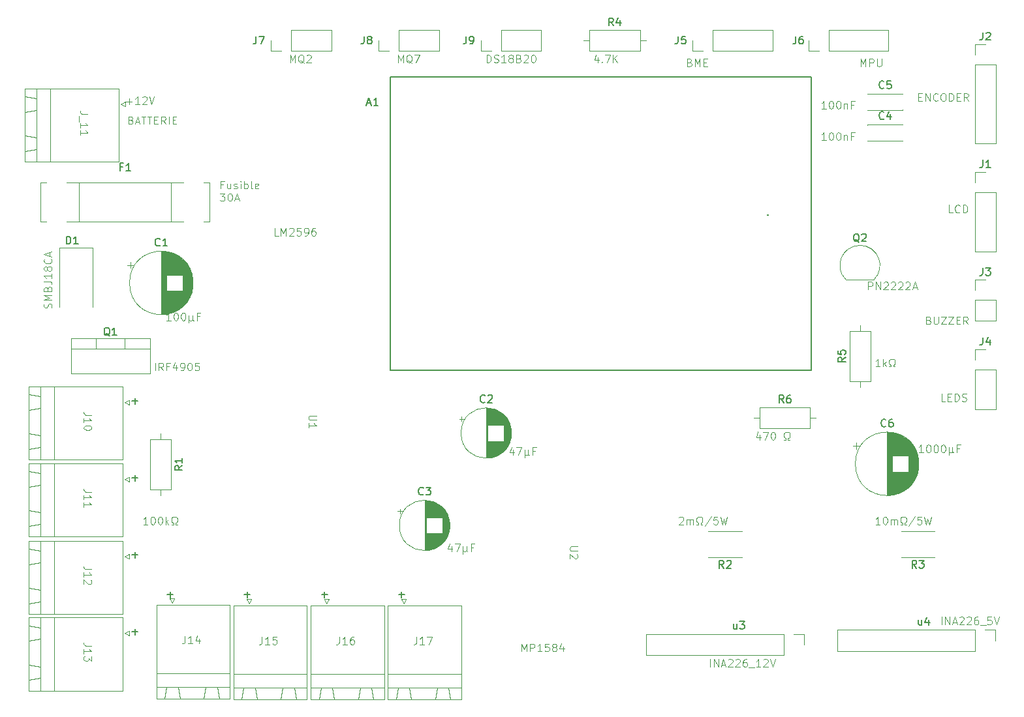
<source format=gbr>
%TF.GenerationSoftware,KiCad,Pcbnew,9.0.4*%
%TF.CreationDate,2025-12-08T23:22:33+01:00*%
%TF.ProjectId,van-obc,76616e2d-6f62-4632-9e6b-696361645f70,rev?*%
%TF.SameCoordinates,Original*%
%TF.FileFunction,Legend,Top*%
%TF.FilePolarity,Positive*%
%FSLAX46Y46*%
G04 Gerber Fmt 4.6, Leading zero omitted, Abs format (unit mm)*
G04 Created by KiCad (PCBNEW 9.0.4) date 2025-12-08 23:22:33*
%MOMM*%
%LPD*%
G01*
G04 APERTURE LIST*
%ADD10C,0.100000*%
%ADD11C,0.200000*%
%ADD12C,0.150000*%
%ADD13C,0.120000*%
G04 APERTURE END LIST*
D10*
X75232455Y-98705752D02*
X75232455Y-99372419D01*
X74994360Y-98324800D02*
X74756265Y-99039085D01*
X74756265Y-99039085D02*
X75375312Y-99039085D01*
X75661027Y-98372419D02*
X76327693Y-98372419D01*
X76327693Y-98372419D02*
X75899122Y-99372419D01*
X76708646Y-98705752D02*
X76708646Y-99705752D01*
X77184836Y-99229561D02*
X77232455Y-99324800D01*
X77232455Y-99324800D02*
X77327693Y-99372419D01*
X76708646Y-99229561D02*
X76756265Y-99324800D01*
X76756265Y-99324800D02*
X76851503Y-99372419D01*
X76851503Y-99372419D02*
X77041979Y-99372419D01*
X77041979Y-99372419D02*
X77137217Y-99324800D01*
X77137217Y-99324800D02*
X77184836Y-99229561D01*
X77184836Y-99229561D02*
X77184836Y-98705752D01*
X78089598Y-98848609D02*
X77756265Y-98848609D01*
X77756265Y-99372419D02*
X77756265Y-98372419D01*
X77756265Y-98372419D02*
X78232455Y-98372419D01*
X33013884Y-40931466D02*
X33775789Y-40931466D01*
X33394836Y-41312419D02*
X33394836Y-40550514D01*
X34775788Y-41312419D02*
X34204360Y-41312419D01*
X34490074Y-41312419D02*
X34490074Y-40312419D01*
X34490074Y-40312419D02*
X34394836Y-40455276D01*
X34394836Y-40455276D02*
X34299598Y-40550514D01*
X34299598Y-40550514D02*
X34204360Y-40598133D01*
X35156741Y-40407657D02*
X35204360Y-40360038D01*
X35204360Y-40360038D02*
X35299598Y-40312419D01*
X35299598Y-40312419D02*
X35537693Y-40312419D01*
X35537693Y-40312419D02*
X35632931Y-40360038D01*
X35632931Y-40360038D02*
X35680550Y-40407657D01*
X35680550Y-40407657D02*
X35728169Y-40502895D01*
X35728169Y-40502895D02*
X35728169Y-40598133D01*
X35728169Y-40598133D02*
X35680550Y-40740990D01*
X35680550Y-40740990D02*
X35109122Y-41312419D01*
X35109122Y-41312419D02*
X35728169Y-41312419D01*
X36013884Y-40312419D02*
X36347217Y-41312419D01*
X36347217Y-41312419D02*
X36680550Y-40312419D01*
X106137217Y-35848609D02*
X106280074Y-35896228D01*
X106280074Y-35896228D02*
X106327693Y-35943847D01*
X106327693Y-35943847D02*
X106375312Y-36039085D01*
X106375312Y-36039085D02*
X106375312Y-36181942D01*
X106375312Y-36181942D02*
X106327693Y-36277180D01*
X106327693Y-36277180D02*
X106280074Y-36324800D01*
X106280074Y-36324800D02*
X106184836Y-36372419D01*
X106184836Y-36372419D02*
X105803884Y-36372419D01*
X105803884Y-36372419D02*
X105803884Y-35372419D01*
X105803884Y-35372419D02*
X106137217Y-35372419D01*
X106137217Y-35372419D02*
X106232455Y-35420038D01*
X106232455Y-35420038D02*
X106280074Y-35467657D01*
X106280074Y-35467657D02*
X106327693Y-35562895D01*
X106327693Y-35562895D02*
X106327693Y-35658133D01*
X106327693Y-35658133D02*
X106280074Y-35753371D01*
X106280074Y-35753371D02*
X106232455Y-35800990D01*
X106232455Y-35800990D02*
X106137217Y-35848609D01*
X106137217Y-35848609D02*
X105803884Y-35848609D01*
X106803884Y-36372419D02*
X106803884Y-35372419D01*
X106803884Y-35372419D02*
X107137217Y-36086704D01*
X107137217Y-36086704D02*
X107470550Y-35372419D01*
X107470550Y-35372419D02*
X107470550Y-36372419D01*
X107946741Y-35848609D02*
X108280074Y-35848609D01*
X108422931Y-36372419D02*
X107946741Y-36372419D01*
X107946741Y-36372419D02*
X107946741Y-35372419D01*
X107946741Y-35372419D02*
X108422931Y-35372419D01*
X128303884Y-36372419D02*
X128303884Y-35372419D01*
X128303884Y-35372419D02*
X128637217Y-36086704D01*
X128637217Y-36086704D02*
X128970550Y-35372419D01*
X128970550Y-35372419D02*
X128970550Y-36372419D01*
X129446741Y-36372419D02*
X129446741Y-35372419D01*
X129446741Y-35372419D02*
X129827693Y-35372419D01*
X129827693Y-35372419D02*
X129922931Y-35420038D01*
X129922931Y-35420038D02*
X129970550Y-35467657D01*
X129970550Y-35467657D02*
X130018169Y-35562895D01*
X130018169Y-35562895D02*
X130018169Y-35705752D01*
X130018169Y-35705752D02*
X129970550Y-35800990D01*
X129970550Y-35800990D02*
X129922931Y-35848609D01*
X129922931Y-35848609D02*
X129827693Y-35896228D01*
X129827693Y-35896228D02*
X129446741Y-35896228D01*
X130446741Y-35372419D02*
X130446741Y-36181942D01*
X130446741Y-36181942D02*
X130494360Y-36277180D01*
X130494360Y-36277180D02*
X130541979Y-36324800D01*
X130541979Y-36324800D02*
X130637217Y-36372419D01*
X130637217Y-36372419D02*
X130827693Y-36372419D01*
X130827693Y-36372419D02*
X130922931Y-36324800D01*
X130922931Y-36324800D02*
X130970550Y-36277180D01*
X130970550Y-36277180D02*
X131018169Y-36181942D01*
X131018169Y-36181942D02*
X131018169Y-35372419D01*
X130827693Y-95872419D02*
X130256265Y-95872419D01*
X130541979Y-95872419D02*
X130541979Y-94872419D01*
X130541979Y-94872419D02*
X130446741Y-95015276D01*
X130446741Y-95015276D02*
X130351503Y-95110514D01*
X130351503Y-95110514D02*
X130256265Y-95158133D01*
X131446741Y-94872419D02*
X131541979Y-94872419D01*
X131541979Y-94872419D02*
X131637217Y-94920038D01*
X131637217Y-94920038D02*
X131684836Y-94967657D01*
X131684836Y-94967657D02*
X131732455Y-95062895D01*
X131732455Y-95062895D02*
X131780074Y-95253371D01*
X131780074Y-95253371D02*
X131780074Y-95491466D01*
X131780074Y-95491466D02*
X131732455Y-95681942D01*
X131732455Y-95681942D02*
X131684836Y-95777180D01*
X131684836Y-95777180D02*
X131637217Y-95824800D01*
X131637217Y-95824800D02*
X131541979Y-95872419D01*
X131541979Y-95872419D02*
X131446741Y-95872419D01*
X131446741Y-95872419D02*
X131351503Y-95824800D01*
X131351503Y-95824800D02*
X131303884Y-95777180D01*
X131303884Y-95777180D02*
X131256265Y-95681942D01*
X131256265Y-95681942D02*
X131208646Y-95491466D01*
X131208646Y-95491466D02*
X131208646Y-95253371D01*
X131208646Y-95253371D02*
X131256265Y-95062895D01*
X131256265Y-95062895D02*
X131303884Y-94967657D01*
X131303884Y-94967657D02*
X131351503Y-94920038D01*
X131351503Y-94920038D02*
X131446741Y-94872419D01*
X132208646Y-95872419D02*
X132208646Y-95205752D01*
X132208646Y-95300990D02*
X132256265Y-95253371D01*
X132256265Y-95253371D02*
X132351503Y-95205752D01*
X132351503Y-95205752D02*
X132494360Y-95205752D01*
X132494360Y-95205752D02*
X132589598Y-95253371D01*
X132589598Y-95253371D02*
X132637217Y-95348609D01*
X132637217Y-95348609D02*
X132637217Y-95872419D01*
X132637217Y-95348609D02*
X132684836Y-95253371D01*
X132684836Y-95253371D02*
X132780074Y-95205752D01*
X132780074Y-95205752D02*
X132922931Y-95205752D01*
X132922931Y-95205752D02*
X133018170Y-95253371D01*
X133018170Y-95253371D02*
X133065789Y-95348609D01*
X133065789Y-95348609D02*
X133065789Y-95872419D01*
X133494360Y-95872419D02*
X133732455Y-95872419D01*
X133732455Y-95872419D02*
X133732455Y-95681942D01*
X133732455Y-95681942D02*
X133637217Y-95634323D01*
X133637217Y-95634323D02*
X133541979Y-95539085D01*
X133541979Y-95539085D02*
X133494360Y-95396228D01*
X133494360Y-95396228D02*
X133494360Y-95158133D01*
X133494360Y-95158133D02*
X133541979Y-95015276D01*
X133541979Y-95015276D02*
X133637217Y-94920038D01*
X133637217Y-94920038D02*
X133780074Y-94872419D01*
X133780074Y-94872419D02*
X133970550Y-94872419D01*
X133970550Y-94872419D02*
X134113407Y-94920038D01*
X134113407Y-94920038D02*
X134208645Y-95015276D01*
X134208645Y-95015276D02*
X134256264Y-95158133D01*
X134256264Y-95158133D02*
X134256264Y-95396228D01*
X134256264Y-95396228D02*
X134208645Y-95539085D01*
X134208645Y-95539085D02*
X134113407Y-95634323D01*
X134113407Y-95634323D02*
X134018169Y-95681942D01*
X134018169Y-95681942D02*
X134018169Y-95872419D01*
X134018169Y-95872419D02*
X134256264Y-95872419D01*
X135399121Y-94824800D02*
X134541979Y-96110514D01*
X136208645Y-94872419D02*
X135732455Y-94872419D01*
X135732455Y-94872419D02*
X135684836Y-95348609D01*
X135684836Y-95348609D02*
X135732455Y-95300990D01*
X135732455Y-95300990D02*
X135827693Y-95253371D01*
X135827693Y-95253371D02*
X136065788Y-95253371D01*
X136065788Y-95253371D02*
X136161026Y-95300990D01*
X136161026Y-95300990D02*
X136208645Y-95348609D01*
X136208645Y-95348609D02*
X136256264Y-95443847D01*
X136256264Y-95443847D02*
X136256264Y-95681942D01*
X136256264Y-95681942D02*
X136208645Y-95777180D01*
X136208645Y-95777180D02*
X136161026Y-95824800D01*
X136161026Y-95824800D02*
X136065788Y-95872419D01*
X136065788Y-95872419D02*
X135827693Y-95872419D01*
X135827693Y-95872419D02*
X135732455Y-95824800D01*
X135732455Y-95824800D02*
X135684836Y-95777180D01*
X136589598Y-94872419D02*
X136827693Y-95872419D01*
X136827693Y-95872419D02*
X137018169Y-95158133D01*
X137018169Y-95158133D02*
X137208645Y-95872419D01*
X137208645Y-95872419D02*
X137446741Y-94872419D01*
D11*
X58369673Y-104976266D02*
X59131578Y-104976266D01*
X58750625Y-105357219D02*
X58750625Y-104595314D01*
D10*
X104756265Y-94967657D02*
X104803884Y-94920038D01*
X104803884Y-94920038D02*
X104899122Y-94872419D01*
X104899122Y-94872419D02*
X105137217Y-94872419D01*
X105137217Y-94872419D02*
X105232455Y-94920038D01*
X105232455Y-94920038D02*
X105280074Y-94967657D01*
X105280074Y-94967657D02*
X105327693Y-95062895D01*
X105327693Y-95062895D02*
X105327693Y-95158133D01*
X105327693Y-95158133D02*
X105280074Y-95300990D01*
X105280074Y-95300990D02*
X104708646Y-95872419D01*
X104708646Y-95872419D02*
X105327693Y-95872419D01*
X105756265Y-95872419D02*
X105756265Y-95205752D01*
X105756265Y-95300990D02*
X105803884Y-95253371D01*
X105803884Y-95253371D02*
X105899122Y-95205752D01*
X105899122Y-95205752D02*
X106041979Y-95205752D01*
X106041979Y-95205752D02*
X106137217Y-95253371D01*
X106137217Y-95253371D02*
X106184836Y-95348609D01*
X106184836Y-95348609D02*
X106184836Y-95872419D01*
X106184836Y-95348609D02*
X106232455Y-95253371D01*
X106232455Y-95253371D02*
X106327693Y-95205752D01*
X106327693Y-95205752D02*
X106470550Y-95205752D01*
X106470550Y-95205752D02*
X106565789Y-95253371D01*
X106565789Y-95253371D02*
X106613408Y-95348609D01*
X106613408Y-95348609D02*
X106613408Y-95872419D01*
X107041979Y-95872419D02*
X107280074Y-95872419D01*
X107280074Y-95872419D02*
X107280074Y-95681942D01*
X107280074Y-95681942D02*
X107184836Y-95634323D01*
X107184836Y-95634323D02*
X107089598Y-95539085D01*
X107089598Y-95539085D02*
X107041979Y-95396228D01*
X107041979Y-95396228D02*
X107041979Y-95158133D01*
X107041979Y-95158133D02*
X107089598Y-95015276D01*
X107089598Y-95015276D02*
X107184836Y-94920038D01*
X107184836Y-94920038D02*
X107327693Y-94872419D01*
X107327693Y-94872419D02*
X107518169Y-94872419D01*
X107518169Y-94872419D02*
X107661026Y-94920038D01*
X107661026Y-94920038D02*
X107756264Y-95015276D01*
X107756264Y-95015276D02*
X107803883Y-95158133D01*
X107803883Y-95158133D02*
X107803883Y-95396228D01*
X107803883Y-95396228D02*
X107756264Y-95539085D01*
X107756264Y-95539085D02*
X107661026Y-95634323D01*
X107661026Y-95634323D02*
X107565788Y-95681942D01*
X107565788Y-95681942D02*
X107565788Y-95872419D01*
X107565788Y-95872419D02*
X107803883Y-95872419D01*
X108946740Y-94824800D02*
X108089598Y-96110514D01*
X109756264Y-94872419D02*
X109280074Y-94872419D01*
X109280074Y-94872419D02*
X109232455Y-95348609D01*
X109232455Y-95348609D02*
X109280074Y-95300990D01*
X109280074Y-95300990D02*
X109375312Y-95253371D01*
X109375312Y-95253371D02*
X109613407Y-95253371D01*
X109613407Y-95253371D02*
X109708645Y-95300990D01*
X109708645Y-95300990D02*
X109756264Y-95348609D01*
X109756264Y-95348609D02*
X109803883Y-95443847D01*
X109803883Y-95443847D02*
X109803883Y-95681942D01*
X109803883Y-95681942D02*
X109756264Y-95777180D01*
X109756264Y-95777180D02*
X109708645Y-95824800D01*
X109708645Y-95824800D02*
X109613407Y-95872419D01*
X109613407Y-95872419D02*
X109375312Y-95872419D01*
X109375312Y-95872419D02*
X109280074Y-95824800D01*
X109280074Y-95824800D02*
X109232455Y-95777180D01*
X110137217Y-94872419D02*
X110375312Y-95872419D01*
X110375312Y-95872419D02*
X110565788Y-95158133D01*
X110565788Y-95158133D02*
X110756264Y-95872419D01*
X110756264Y-95872419D02*
X110994360Y-94872419D01*
X115232455Y-84205752D02*
X115232455Y-84872419D01*
X114994360Y-83824800D02*
X114756265Y-84539085D01*
X114756265Y-84539085D02*
X115375312Y-84539085D01*
X115661027Y-83872419D02*
X116327693Y-83872419D01*
X116327693Y-83872419D02*
X115899122Y-84872419D01*
X116899122Y-83872419D02*
X116994360Y-83872419D01*
X116994360Y-83872419D02*
X117089598Y-83920038D01*
X117089598Y-83920038D02*
X117137217Y-83967657D01*
X117137217Y-83967657D02*
X117184836Y-84062895D01*
X117184836Y-84062895D02*
X117232455Y-84253371D01*
X117232455Y-84253371D02*
X117232455Y-84491466D01*
X117232455Y-84491466D02*
X117184836Y-84681942D01*
X117184836Y-84681942D02*
X117137217Y-84777180D01*
X117137217Y-84777180D02*
X117089598Y-84824800D01*
X117089598Y-84824800D02*
X116994360Y-84872419D01*
X116994360Y-84872419D02*
X116899122Y-84872419D01*
X116899122Y-84872419D02*
X116803884Y-84824800D01*
X116803884Y-84824800D02*
X116756265Y-84777180D01*
X116756265Y-84777180D02*
X116708646Y-84681942D01*
X116708646Y-84681942D02*
X116661027Y-84491466D01*
X116661027Y-84491466D02*
X116661027Y-84253371D01*
X116661027Y-84253371D02*
X116708646Y-84062895D01*
X116708646Y-84062895D02*
X116756265Y-83967657D01*
X116756265Y-83967657D02*
X116803884Y-83920038D01*
X116803884Y-83920038D02*
X116899122Y-83872419D01*
X118375313Y-84872419D02*
X118613408Y-84872419D01*
X118613408Y-84872419D02*
X118613408Y-84681942D01*
X118613408Y-84681942D02*
X118518170Y-84634323D01*
X118518170Y-84634323D02*
X118422932Y-84539085D01*
X118422932Y-84539085D02*
X118375313Y-84396228D01*
X118375313Y-84396228D02*
X118375313Y-84158133D01*
X118375313Y-84158133D02*
X118422932Y-84015276D01*
X118422932Y-84015276D02*
X118518170Y-83920038D01*
X118518170Y-83920038D02*
X118661027Y-83872419D01*
X118661027Y-83872419D02*
X118851503Y-83872419D01*
X118851503Y-83872419D02*
X118994360Y-83920038D01*
X118994360Y-83920038D02*
X119089598Y-84015276D01*
X119089598Y-84015276D02*
X119137217Y-84158133D01*
X119137217Y-84158133D02*
X119137217Y-84396228D01*
X119137217Y-84396228D02*
X119089598Y-84539085D01*
X119089598Y-84539085D02*
X118994360Y-84634323D01*
X118994360Y-84634323D02*
X118899122Y-84681942D01*
X118899122Y-84681942D02*
X118899122Y-84872419D01*
X118899122Y-84872419D02*
X119137217Y-84872419D01*
X54303884Y-35872419D02*
X54303884Y-34872419D01*
X54303884Y-34872419D02*
X54637217Y-35586704D01*
X54637217Y-35586704D02*
X54970550Y-34872419D01*
X54970550Y-34872419D02*
X54970550Y-35872419D01*
X56113407Y-35967657D02*
X56018169Y-35920038D01*
X56018169Y-35920038D02*
X55922931Y-35824800D01*
X55922931Y-35824800D02*
X55780074Y-35681942D01*
X55780074Y-35681942D02*
X55684836Y-35634323D01*
X55684836Y-35634323D02*
X55589598Y-35634323D01*
X55637217Y-35872419D02*
X55541979Y-35824800D01*
X55541979Y-35824800D02*
X55446741Y-35729561D01*
X55446741Y-35729561D02*
X55399122Y-35539085D01*
X55399122Y-35539085D02*
X55399122Y-35205752D01*
X55399122Y-35205752D02*
X55446741Y-35015276D01*
X55446741Y-35015276D02*
X55541979Y-34920038D01*
X55541979Y-34920038D02*
X55637217Y-34872419D01*
X55637217Y-34872419D02*
X55827693Y-34872419D01*
X55827693Y-34872419D02*
X55922931Y-34920038D01*
X55922931Y-34920038D02*
X56018169Y-35015276D01*
X56018169Y-35015276D02*
X56065788Y-35205752D01*
X56065788Y-35205752D02*
X56065788Y-35539085D01*
X56065788Y-35539085D02*
X56018169Y-35729561D01*
X56018169Y-35729561D02*
X55922931Y-35824800D01*
X55922931Y-35824800D02*
X55827693Y-35872419D01*
X55827693Y-35872419D02*
X55637217Y-35872419D01*
X56446741Y-34967657D02*
X56494360Y-34920038D01*
X56494360Y-34920038D02*
X56589598Y-34872419D01*
X56589598Y-34872419D02*
X56827693Y-34872419D01*
X56827693Y-34872419D02*
X56922931Y-34920038D01*
X56922931Y-34920038D02*
X56970550Y-34967657D01*
X56970550Y-34967657D02*
X57018169Y-35062895D01*
X57018169Y-35062895D02*
X57018169Y-35158133D01*
X57018169Y-35158133D02*
X56970550Y-35300990D01*
X56970550Y-35300990D02*
X56399122Y-35872419D01*
X56399122Y-35872419D02*
X57018169Y-35872419D01*
D11*
X48369673Y-104976266D02*
X49131578Y-104976266D01*
X48750625Y-105357219D02*
X48750625Y-104595314D01*
D10*
X35827693Y-95872419D02*
X35256265Y-95872419D01*
X35541979Y-95872419D02*
X35541979Y-94872419D01*
X35541979Y-94872419D02*
X35446741Y-95015276D01*
X35446741Y-95015276D02*
X35351503Y-95110514D01*
X35351503Y-95110514D02*
X35256265Y-95158133D01*
X36446741Y-94872419D02*
X36541979Y-94872419D01*
X36541979Y-94872419D02*
X36637217Y-94920038D01*
X36637217Y-94920038D02*
X36684836Y-94967657D01*
X36684836Y-94967657D02*
X36732455Y-95062895D01*
X36732455Y-95062895D02*
X36780074Y-95253371D01*
X36780074Y-95253371D02*
X36780074Y-95491466D01*
X36780074Y-95491466D02*
X36732455Y-95681942D01*
X36732455Y-95681942D02*
X36684836Y-95777180D01*
X36684836Y-95777180D02*
X36637217Y-95824800D01*
X36637217Y-95824800D02*
X36541979Y-95872419D01*
X36541979Y-95872419D02*
X36446741Y-95872419D01*
X36446741Y-95872419D02*
X36351503Y-95824800D01*
X36351503Y-95824800D02*
X36303884Y-95777180D01*
X36303884Y-95777180D02*
X36256265Y-95681942D01*
X36256265Y-95681942D02*
X36208646Y-95491466D01*
X36208646Y-95491466D02*
X36208646Y-95253371D01*
X36208646Y-95253371D02*
X36256265Y-95062895D01*
X36256265Y-95062895D02*
X36303884Y-94967657D01*
X36303884Y-94967657D02*
X36351503Y-94920038D01*
X36351503Y-94920038D02*
X36446741Y-94872419D01*
X37399122Y-94872419D02*
X37494360Y-94872419D01*
X37494360Y-94872419D02*
X37589598Y-94920038D01*
X37589598Y-94920038D02*
X37637217Y-94967657D01*
X37637217Y-94967657D02*
X37684836Y-95062895D01*
X37684836Y-95062895D02*
X37732455Y-95253371D01*
X37732455Y-95253371D02*
X37732455Y-95491466D01*
X37732455Y-95491466D02*
X37684836Y-95681942D01*
X37684836Y-95681942D02*
X37637217Y-95777180D01*
X37637217Y-95777180D02*
X37589598Y-95824800D01*
X37589598Y-95824800D02*
X37494360Y-95872419D01*
X37494360Y-95872419D02*
X37399122Y-95872419D01*
X37399122Y-95872419D02*
X37303884Y-95824800D01*
X37303884Y-95824800D02*
X37256265Y-95777180D01*
X37256265Y-95777180D02*
X37208646Y-95681942D01*
X37208646Y-95681942D02*
X37161027Y-95491466D01*
X37161027Y-95491466D02*
X37161027Y-95253371D01*
X37161027Y-95253371D02*
X37208646Y-95062895D01*
X37208646Y-95062895D02*
X37256265Y-94967657D01*
X37256265Y-94967657D02*
X37303884Y-94920038D01*
X37303884Y-94920038D02*
X37399122Y-94872419D01*
X38161027Y-95872419D02*
X38161027Y-94872419D01*
X38256265Y-95491466D02*
X38541979Y-95872419D01*
X38541979Y-95205752D02*
X38161027Y-95586704D01*
X38922932Y-95872419D02*
X39161027Y-95872419D01*
X39161027Y-95872419D02*
X39161027Y-95681942D01*
X39161027Y-95681942D02*
X39065789Y-95634323D01*
X39065789Y-95634323D02*
X38970551Y-95539085D01*
X38970551Y-95539085D02*
X38922932Y-95396228D01*
X38922932Y-95396228D02*
X38922932Y-95158133D01*
X38922932Y-95158133D02*
X38970551Y-95015276D01*
X38970551Y-95015276D02*
X39065789Y-94920038D01*
X39065789Y-94920038D02*
X39208646Y-94872419D01*
X39208646Y-94872419D02*
X39399122Y-94872419D01*
X39399122Y-94872419D02*
X39541979Y-94920038D01*
X39541979Y-94920038D02*
X39637217Y-95015276D01*
X39637217Y-95015276D02*
X39684836Y-95158133D01*
X39684836Y-95158133D02*
X39684836Y-95396228D01*
X39684836Y-95396228D02*
X39637217Y-95539085D01*
X39637217Y-95539085D02*
X39541979Y-95634323D01*
X39541979Y-95634323D02*
X39446741Y-95681942D01*
X39446741Y-95681942D02*
X39446741Y-95872419D01*
X39446741Y-95872419D02*
X39684836Y-95872419D01*
X139280074Y-79872419D02*
X138803884Y-79872419D01*
X138803884Y-79872419D02*
X138803884Y-78872419D01*
X139613408Y-79348609D02*
X139946741Y-79348609D01*
X140089598Y-79872419D02*
X139613408Y-79872419D01*
X139613408Y-79872419D02*
X139613408Y-78872419D01*
X139613408Y-78872419D02*
X140089598Y-78872419D01*
X140518170Y-79872419D02*
X140518170Y-78872419D01*
X140518170Y-78872419D02*
X140756265Y-78872419D01*
X140756265Y-78872419D02*
X140899122Y-78920038D01*
X140899122Y-78920038D02*
X140994360Y-79015276D01*
X140994360Y-79015276D02*
X141041979Y-79110514D01*
X141041979Y-79110514D02*
X141089598Y-79300990D01*
X141089598Y-79300990D02*
X141089598Y-79443847D01*
X141089598Y-79443847D02*
X141041979Y-79634323D01*
X141041979Y-79634323D02*
X140994360Y-79729561D01*
X140994360Y-79729561D02*
X140899122Y-79824800D01*
X140899122Y-79824800D02*
X140756265Y-79872419D01*
X140756265Y-79872419D02*
X140518170Y-79872419D01*
X141470551Y-79824800D02*
X141613408Y-79872419D01*
X141613408Y-79872419D02*
X141851503Y-79872419D01*
X141851503Y-79872419D02*
X141946741Y-79824800D01*
X141946741Y-79824800D02*
X141994360Y-79777180D01*
X141994360Y-79777180D02*
X142041979Y-79681942D01*
X142041979Y-79681942D02*
X142041979Y-79586704D01*
X142041979Y-79586704D02*
X141994360Y-79491466D01*
X141994360Y-79491466D02*
X141946741Y-79443847D01*
X141946741Y-79443847D02*
X141851503Y-79396228D01*
X141851503Y-79396228D02*
X141661027Y-79348609D01*
X141661027Y-79348609D02*
X141565789Y-79300990D01*
X141565789Y-79300990D02*
X141518170Y-79253371D01*
X141518170Y-79253371D02*
X141470551Y-79158133D01*
X141470551Y-79158133D02*
X141470551Y-79062895D01*
X141470551Y-79062895D02*
X141518170Y-78967657D01*
X141518170Y-78967657D02*
X141565789Y-78920038D01*
X141565789Y-78920038D02*
X141661027Y-78872419D01*
X141661027Y-78872419D02*
X141899122Y-78872419D01*
X141899122Y-78872419D02*
X142041979Y-78920038D01*
D11*
X38369673Y-104976266D02*
X39131578Y-104976266D01*
X38750625Y-105357219D02*
X38750625Y-104595314D01*
D10*
X94232455Y-35205752D02*
X94232455Y-35872419D01*
X93994360Y-34824800D02*
X93756265Y-35539085D01*
X93756265Y-35539085D02*
X94375312Y-35539085D01*
X94756265Y-35777180D02*
X94803884Y-35824800D01*
X94803884Y-35824800D02*
X94756265Y-35872419D01*
X94756265Y-35872419D02*
X94708646Y-35824800D01*
X94708646Y-35824800D02*
X94756265Y-35777180D01*
X94756265Y-35777180D02*
X94756265Y-35872419D01*
X95137217Y-34872419D02*
X95803883Y-34872419D01*
X95803883Y-34872419D02*
X95375312Y-35872419D01*
X96184836Y-35872419D02*
X96184836Y-34872419D01*
X96756264Y-35872419D02*
X96327693Y-35300990D01*
X96756264Y-34872419D02*
X96184836Y-35443847D01*
D11*
X33779673Y-99826266D02*
X34541578Y-99826266D01*
X34160625Y-100207219D02*
X34160625Y-99445314D01*
D10*
X123827693Y-41872419D02*
X123256265Y-41872419D01*
X123541979Y-41872419D02*
X123541979Y-40872419D01*
X123541979Y-40872419D02*
X123446741Y-41015276D01*
X123446741Y-41015276D02*
X123351503Y-41110514D01*
X123351503Y-41110514D02*
X123256265Y-41158133D01*
X124446741Y-40872419D02*
X124541979Y-40872419D01*
X124541979Y-40872419D02*
X124637217Y-40920038D01*
X124637217Y-40920038D02*
X124684836Y-40967657D01*
X124684836Y-40967657D02*
X124732455Y-41062895D01*
X124732455Y-41062895D02*
X124780074Y-41253371D01*
X124780074Y-41253371D02*
X124780074Y-41491466D01*
X124780074Y-41491466D02*
X124732455Y-41681942D01*
X124732455Y-41681942D02*
X124684836Y-41777180D01*
X124684836Y-41777180D02*
X124637217Y-41824800D01*
X124637217Y-41824800D02*
X124541979Y-41872419D01*
X124541979Y-41872419D02*
X124446741Y-41872419D01*
X124446741Y-41872419D02*
X124351503Y-41824800D01*
X124351503Y-41824800D02*
X124303884Y-41777180D01*
X124303884Y-41777180D02*
X124256265Y-41681942D01*
X124256265Y-41681942D02*
X124208646Y-41491466D01*
X124208646Y-41491466D02*
X124208646Y-41253371D01*
X124208646Y-41253371D02*
X124256265Y-41062895D01*
X124256265Y-41062895D02*
X124303884Y-40967657D01*
X124303884Y-40967657D02*
X124351503Y-40920038D01*
X124351503Y-40920038D02*
X124446741Y-40872419D01*
X125399122Y-40872419D02*
X125494360Y-40872419D01*
X125494360Y-40872419D02*
X125589598Y-40920038D01*
X125589598Y-40920038D02*
X125637217Y-40967657D01*
X125637217Y-40967657D02*
X125684836Y-41062895D01*
X125684836Y-41062895D02*
X125732455Y-41253371D01*
X125732455Y-41253371D02*
X125732455Y-41491466D01*
X125732455Y-41491466D02*
X125684836Y-41681942D01*
X125684836Y-41681942D02*
X125637217Y-41777180D01*
X125637217Y-41777180D02*
X125589598Y-41824800D01*
X125589598Y-41824800D02*
X125494360Y-41872419D01*
X125494360Y-41872419D02*
X125399122Y-41872419D01*
X125399122Y-41872419D02*
X125303884Y-41824800D01*
X125303884Y-41824800D02*
X125256265Y-41777180D01*
X125256265Y-41777180D02*
X125208646Y-41681942D01*
X125208646Y-41681942D02*
X125161027Y-41491466D01*
X125161027Y-41491466D02*
X125161027Y-41253371D01*
X125161027Y-41253371D02*
X125208646Y-41062895D01*
X125208646Y-41062895D02*
X125256265Y-40967657D01*
X125256265Y-40967657D02*
X125303884Y-40920038D01*
X125303884Y-40920038D02*
X125399122Y-40872419D01*
X126161027Y-41205752D02*
X126161027Y-41872419D01*
X126161027Y-41300990D02*
X126208646Y-41253371D01*
X126208646Y-41253371D02*
X126303884Y-41205752D01*
X126303884Y-41205752D02*
X126446741Y-41205752D01*
X126446741Y-41205752D02*
X126541979Y-41253371D01*
X126541979Y-41253371D02*
X126589598Y-41348609D01*
X126589598Y-41348609D02*
X126589598Y-41872419D01*
X127399122Y-41348609D02*
X127065789Y-41348609D01*
X127065789Y-41872419D02*
X127065789Y-40872419D01*
X127065789Y-40872419D02*
X127541979Y-40872419D01*
X36803884Y-75872419D02*
X36803884Y-74872419D01*
X37851502Y-75872419D02*
X37518169Y-75396228D01*
X37280074Y-75872419D02*
X37280074Y-74872419D01*
X37280074Y-74872419D02*
X37661026Y-74872419D01*
X37661026Y-74872419D02*
X37756264Y-74920038D01*
X37756264Y-74920038D02*
X37803883Y-74967657D01*
X37803883Y-74967657D02*
X37851502Y-75062895D01*
X37851502Y-75062895D02*
X37851502Y-75205752D01*
X37851502Y-75205752D02*
X37803883Y-75300990D01*
X37803883Y-75300990D02*
X37756264Y-75348609D01*
X37756264Y-75348609D02*
X37661026Y-75396228D01*
X37661026Y-75396228D02*
X37280074Y-75396228D01*
X38613407Y-75348609D02*
X38280074Y-75348609D01*
X38280074Y-75872419D02*
X38280074Y-74872419D01*
X38280074Y-74872419D02*
X38756264Y-74872419D01*
X39565788Y-75205752D02*
X39565788Y-75872419D01*
X39327693Y-74824800D02*
X39089598Y-75539085D01*
X39089598Y-75539085D02*
X39708645Y-75539085D01*
X40137217Y-75872419D02*
X40327693Y-75872419D01*
X40327693Y-75872419D02*
X40422931Y-75824800D01*
X40422931Y-75824800D02*
X40470550Y-75777180D01*
X40470550Y-75777180D02*
X40565788Y-75634323D01*
X40565788Y-75634323D02*
X40613407Y-75443847D01*
X40613407Y-75443847D02*
X40613407Y-75062895D01*
X40613407Y-75062895D02*
X40565788Y-74967657D01*
X40565788Y-74967657D02*
X40518169Y-74920038D01*
X40518169Y-74920038D02*
X40422931Y-74872419D01*
X40422931Y-74872419D02*
X40232455Y-74872419D01*
X40232455Y-74872419D02*
X40137217Y-74920038D01*
X40137217Y-74920038D02*
X40089598Y-74967657D01*
X40089598Y-74967657D02*
X40041979Y-75062895D01*
X40041979Y-75062895D02*
X40041979Y-75300990D01*
X40041979Y-75300990D02*
X40089598Y-75396228D01*
X40089598Y-75396228D02*
X40137217Y-75443847D01*
X40137217Y-75443847D02*
X40232455Y-75491466D01*
X40232455Y-75491466D02*
X40422931Y-75491466D01*
X40422931Y-75491466D02*
X40518169Y-75443847D01*
X40518169Y-75443847D02*
X40565788Y-75396228D01*
X40565788Y-75396228D02*
X40613407Y-75300990D01*
X41232455Y-74872419D02*
X41327693Y-74872419D01*
X41327693Y-74872419D02*
X41422931Y-74920038D01*
X41422931Y-74920038D02*
X41470550Y-74967657D01*
X41470550Y-74967657D02*
X41518169Y-75062895D01*
X41518169Y-75062895D02*
X41565788Y-75253371D01*
X41565788Y-75253371D02*
X41565788Y-75491466D01*
X41565788Y-75491466D02*
X41518169Y-75681942D01*
X41518169Y-75681942D02*
X41470550Y-75777180D01*
X41470550Y-75777180D02*
X41422931Y-75824800D01*
X41422931Y-75824800D02*
X41327693Y-75872419D01*
X41327693Y-75872419D02*
X41232455Y-75872419D01*
X41232455Y-75872419D02*
X41137217Y-75824800D01*
X41137217Y-75824800D02*
X41089598Y-75777180D01*
X41089598Y-75777180D02*
X41041979Y-75681942D01*
X41041979Y-75681942D02*
X40994360Y-75491466D01*
X40994360Y-75491466D02*
X40994360Y-75253371D01*
X40994360Y-75253371D02*
X41041979Y-75062895D01*
X41041979Y-75062895D02*
X41089598Y-74967657D01*
X41089598Y-74967657D02*
X41137217Y-74920038D01*
X41137217Y-74920038D02*
X41232455Y-74872419D01*
X42470550Y-74872419D02*
X41994360Y-74872419D01*
X41994360Y-74872419D02*
X41946741Y-75348609D01*
X41946741Y-75348609D02*
X41994360Y-75300990D01*
X41994360Y-75300990D02*
X42089598Y-75253371D01*
X42089598Y-75253371D02*
X42327693Y-75253371D01*
X42327693Y-75253371D02*
X42422931Y-75300990D01*
X42422931Y-75300990D02*
X42470550Y-75348609D01*
X42470550Y-75348609D02*
X42518169Y-75443847D01*
X42518169Y-75443847D02*
X42518169Y-75681942D01*
X42518169Y-75681942D02*
X42470550Y-75777180D01*
X42470550Y-75777180D02*
X42422931Y-75824800D01*
X42422931Y-75824800D02*
X42327693Y-75872419D01*
X42327693Y-75872419D02*
X42089598Y-75872419D01*
X42089598Y-75872419D02*
X41994360Y-75824800D01*
X41994360Y-75824800D02*
X41946741Y-75777180D01*
X52780074Y-58372419D02*
X52303884Y-58372419D01*
X52303884Y-58372419D02*
X52303884Y-57372419D01*
X53113408Y-58372419D02*
X53113408Y-57372419D01*
X53113408Y-57372419D02*
X53446741Y-58086704D01*
X53446741Y-58086704D02*
X53780074Y-57372419D01*
X53780074Y-57372419D02*
X53780074Y-58372419D01*
X54208646Y-57467657D02*
X54256265Y-57420038D01*
X54256265Y-57420038D02*
X54351503Y-57372419D01*
X54351503Y-57372419D02*
X54589598Y-57372419D01*
X54589598Y-57372419D02*
X54684836Y-57420038D01*
X54684836Y-57420038D02*
X54732455Y-57467657D01*
X54732455Y-57467657D02*
X54780074Y-57562895D01*
X54780074Y-57562895D02*
X54780074Y-57658133D01*
X54780074Y-57658133D02*
X54732455Y-57800990D01*
X54732455Y-57800990D02*
X54161027Y-58372419D01*
X54161027Y-58372419D02*
X54780074Y-58372419D01*
X55684836Y-57372419D02*
X55208646Y-57372419D01*
X55208646Y-57372419D02*
X55161027Y-57848609D01*
X55161027Y-57848609D02*
X55208646Y-57800990D01*
X55208646Y-57800990D02*
X55303884Y-57753371D01*
X55303884Y-57753371D02*
X55541979Y-57753371D01*
X55541979Y-57753371D02*
X55637217Y-57800990D01*
X55637217Y-57800990D02*
X55684836Y-57848609D01*
X55684836Y-57848609D02*
X55732455Y-57943847D01*
X55732455Y-57943847D02*
X55732455Y-58181942D01*
X55732455Y-58181942D02*
X55684836Y-58277180D01*
X55684836Y-58277180D02*
X55637217Y-58324800D01*
X55637217Y-58324800D02*
X55541979Y-58372419D01*
X55541979Y-58372419D02*
X55303884Y-58372419D01*
X55303884Y-58372419D02*
X55208646Y-58324800D01*
X55208646Y-58324800D02*
X55161027Y-58277180D01*
X56208646Y-58372419D02*
X56399122Y-58372419D01*
X56399122Y-58372419D02*
X56494360Y-58324800D01*
X56494360Y-58324800D02*
X56541979Y-58277180D01*
X56541979Y-58277180D02*
X56637217Y-58134323D01*
X56637217Y-58134323D02*
X56684836Y-57943847D01*
X56684836Y-57943847D02*
X56684836Y-57562895D01*
X56684836Y-57562895D02*
X56637217Y-57467657D01*
X56637217Y-57467657D02*
X56589598Y-57420038D01*
X56589598Y-57420038D02*
X56494360Y-57372419D01*
X56494360Y-57372419D02*
X56303884Y-57372419D01*
X56303884Y-57372419D02*
X56208646Y-57420038D01*
X56208646Y-57420038D02*
X56161027Y-57467657D01*
X56161027Y-57467657D02*
X56113408Y-57562895D01*
X56113408Y-57562895D02*
X56113408Y-57800990D01*
X56113408Y-57800990D02*
X56161027Y-57896228D01*
X56161027Y-57896228D02*
X56208646Y-57943847D01*
X56208646Y-57943847D02*
X56303884Y-57991466D01*
X56303884Y-57991466D02*
X56494360Y-57991466D01*
X56494360Y-57991466D02*
X56589598Y-57943847D01*
X56589598Y-57943847D02*
X56637217Y-57896228D01*
X56637217Y-57896228D02*
X56684836Y-57800990D01*
X57541979Y-57372419D02*
X57351503Y-57372419D01*
X57351503Y-57372419D02*
X57256265Y-57420038D01*
X57256265Y-57420038D02*
X57208646Y-57467657D01*
X57208646Y-57467657D02*
X57113408Y-57610514D01*
X57113408Y-57610514D02*
X57065789Y-57800990D01*
X57065789Y-57800990D02*
X57065789Y-58181942D01*
X57065789Y-58181942D02*
X57113408Y-58277180D01*
X57113408Y-58277180D02*
X57161027Y-58324800D01*
X57161027Y-58324800D02*
X57256265Y-58372419D01*
X57256265Y-58372419D02*
X57446741Y-58372419D01*
X57446741Y-58372419D02*
X57541979Y-58324800D01*
X57541979Y-58324800D02*
X57589598Y-58277180D01*
X57589598Y-58277180D02*
X57637217Y-58181942D01*
X57637217Y-58181942D02*
X57637217Y-57943847D01*
X57637217Y-57943847D02*
X57589598Y-57848609D01*
X57589598Y-57848609D02*
X57541979Y-57800990D01*
X57541979Y-57800990D02*
X57446741Y-57753371D01*
X57446741Y-57753371D02*
X57256265Y-57753371D01*
X57256265Y-57753371D02*
X57161027Y-57800990D01*
X57161027Y-57800990D02*
X57113408Y-57848609D01*
X57113408Y-57848609D02*
X57065789Y-57943847D01*
X136457693Y-86526419D02*
X135886265Y-86526419D01*
X136171979Y-86526419D02*
X136171979Y-85526419D01*
X136171979Y-85526419D02*
X136076741Y-85669276D01*
X136076741Y-85669276D02*
X135981503Y-85764514D01*
X135981503Y-85764514D02*
X135886265Y-85812133D01*
X137076741Y-85526419D02*
X137171979Y-85526419D01*
X137171979Y-85526419D02*
X137267217Y-85574038D01*
X137267217Y-85574038D02*
X137314836Y-85621657D01*
X137314836Y-85621657D02*
X137362455Y-85716895D01*
X137362455Y-85716895D02*
X137410074Y-85907371D01*
X137410074Y-85907371D02*
X137410074Y-86145466D01*
X137410074Y-86145466D02*
X137362455Y-86335942D01*
X137362455Y-86335942D02*
X137314836Y-86431180D01*
X137314836Y-86431180D02*
X137267217Y-86478800D01*
X137267217Y-86478800D02*
X137171979Y-86526419D01*
X137171979Y-86526419D02*
X137076741Y-86526419D01*
X137076741Y-86526419D02*
X136981503Y-86478800D01*
X136981503Y-86478800D02*
X136933884Y-86431180D01*
X136933884Y-86431180D02*
X136886265Y-86335942D01*
X136886265Y-86335942D02*
X136838646Y-86145466D01*
X136838646Y-86145466D02*
X136838646Y-85907371D01*
X136838646Y-85907371D02*
X136886265Y-85716895D01*
X136886265Y-85716895D02*
X136933884Y-85621657D01*
X136933884Y-85621657D02*
X136981503Y-85574038D01*
X136981503Y-85574038D02*
X137076741Y-85526419D01*
X138029122Y-85526419D02*
X138124360Y-85526419D01*
X138124360Y-85526419D02*
X138219598Y-85574038D01*
X138219598Y-85574038D02*
X138267217Y-85621657D01*
X138267217Y-85621657D02*
X138314836Y-85716895D01*
X138314836Y-85716895D02*
X138362455Y-85907371D01*
X138362455Y-85907371D02*
X138362455Y-86145466D01*
X138362455Y-86145466D02*
X138314836Y-86335942D01*
X138314836Y-86335942D02*
X138267217Y-86431180D01*
X138267217Y-86431180D02*
X138219598Y-86478800D01*
X138219598Y-86478800D02*
X138124360Y-86526419D01*
X138124360Y-86526419D02*
X138029122Y-86526419D01*
X138029122Y-86526419D02*
X137933884Y-86478800D01*
X137933884Y-86478800D02*
X137886265Y-86431180D01*
X137886265Y-86431180D02*
X137838646Y-86335942D01*
X137838646Y-86335942D02*
X137791027Y-86145466D01*
X137791027Y-86145466D02*
X137791027Y-85907371D01*
X137791027Y-85907371D02*
X137838646Y-85716895D01*
X137838646Y-85716895D02*
X137886265Y-85621657D01*
X137886265Y-85621657D02*
X137933884Y-85574038D01*
X137933884Y-85574038D02*
X138029122Y-85526419D01*
X138981503Y-85526419D02*
X139076741Y-85526419D01*
X139076741Y-85526419D02*
X139171979Y-85574038D01*
X139171979Y-85574038D02*
X139219598Y-85621657D01*
X139219598Y-85621657D02*
X139267217Y-85716895D01*
X139267217Y-85716895D02*
X139314836Y-85907371D01*
X139314836Y-85907371D02*
X139314836Y-86145466D01*
X139314836Y-86145466D02*
X139267217Y-86335942D01*
X139267217Y-86335942D02*
X139219598Y-86431180D01*
X139219598Y-86431180D02*
X139171979Y-86478800D01*
X139171979Y-86478800D02*
X139076741Y-86526419D01*
X139076741Y-86526419D02*
X138981503Y-86526419D01*
X138981503Y-86526419D02*
X138886265Y-86478800D01*
X138886265Y-86478800D02*
X138838646Y-86431180D01*
X138838646Y-86431180D02*
X138791027Y-86335942D01*
X138791027Y-86335942D02*
X138743408Y-86145466D01*
X138743408Y-86145466D02*
X138743408Y-85907371D01*
X138743408Y-85907371D02*
X138791027Y-85716895D01*
X138791027Y-85716895D02*
X138838646Y-85621657D01*
X138838646Y-85621657D02*
X138886265Y-85574038D01*
X138886265Y-85574038D02*
X138981503Y-85526419D01*
X139743408Y-85859752D02*
X139743408Y-86859752D01*
X140219598Y-86383561D02*
X140267217Y-86478800D01*
X140267217Y-86478800D02*
X140362455Y-86526419D01*
X139743408Y-86383561D02*
X139791027Y-86478800D01*
X139791027Y-86478800D02*
X139886265Y-86526419D01*
X139886265Y-86526419D02*
X140076741Y-86526419D01*
X140076741Y-86526419D02*
X140171979Y-86478800D01*
X140171979Y-86478800D02*
X140219598Y-86383561D01*
X140219598Y-86383561D02*
X140219598Y-85859752D01*
X141124360Y-86002609D02*
X140791027Y-86002609D01*
X140791027Y-86526419D02*
X140791027Y-85526419D01*
X140791027Y-85526419D02*
X141267217Y-85526419D01*
X23324800Y-67743734D02*
X23372419Y-67600877D01*
X23372419Y-67600877D02*
X23372419Y-67362782D01*
X23372419Y-67362782D02*
X23324800Y-67267544D01*
X23324800Y-67267544D02*
X23277180Y-67219925D01*
X23277180Y-67219925D02*
X23181942Y-67172306D01*
X23181942Y-67172306D02*
X23086704Y-67172306D01*
X23086704Y-67172306D02*
X22991466Y-67219925D01*
X22991466Y-67219925D02*
X22943847Y-67267544D01*
X22943847Y-67267544D02*
X22896228Y-67362782D01*
X22896228Y-67362782D02*
X22848609Y-67553258D01*
X22848609Y-67553258D02*
X22800990Y-67648496D01*
X22800990Y-67648496D02*
X22753371Y-67696115D01*
X22753371Y-67696115D02*
X22658133Y-67743734D01*
X22658133Y-67743734D02*
X22562895Y-67743734D01*
X22562895Y-67743734D02*
X22467657Y-67696115D01*
X22467657Y-67696115D02*
X22420038Y-67648496D01*
X22420038Y-67648496D02*
X22372419Y-67553258D01*
X22372419Y-67553258D02*
X22372419Y-67315163D01*
X22372419Y-67315163D02*
X22420038Y-67172306D01*
X23372419Y-66743734D02*
X22372419Y-66743734D01*
X22372419Y-66743734D02*
X23086704Y-66410401D01*
X23086704Y-66410401D02*
X22372419Y-66077068D01*
X22372419Y-66077068D02*
X23372419Y-66077068D01*
X22848609Y-65267544D02*
X22896228Y-65124687D01*
X22896228Y-65124687D02*
X22943847Y-65077068D01*
X22943847Y-65077068D02*
X23039085Y-65029449D01*
X23039085Y-65029449D02*
X23181942Y-65029449D01*
X23181942Y-65029449D02*
X23277180Y-65077068D01*
X23277180Y-65077068D02*
X23324800Y-65124687D01*
X23324800Y-65124687D02*
X23372419Y-65219925D01*
X23372419Y-65219925D02*
X23372419Y-65600877D01*
X23372419Y-65600877D02*
X22372419Y-65600877D01*
X22372419Y-65600877D02*
X22372419Y-65267544D01*
X22372419Y-65267544D02*
X22420038Y-65172306D01*
X22420038Y-65172306D02*
X22467657Y-65124687D01*
X22467657Y-65124687D02*
X22562895Y-65077068D01*
X22562895Y-65077068D02*
X22658133Y-65077068D01*
X22658133Y-65077068D02*
X22753371Y-65124687D01*
X22753371Y-65124687D02*
X22800990Y-65172306D01*
X22800990Y-65172306D02*
X22848609Y-65267544D01*
X22848609Y-65267544D02*
X22848609Y-65600877D01*
X22372419Y-64315163D02*
X23086704Y-64315163D01*
X23086704Y-64315163D02*
X23229561Y-64362782D01*
X23229561Y-64362782D02*
X23324800Y-64458020D01*
X23324800Y-64458020D02*
X23372419Y-64600877D01*
X23372419Y-64600877D02*
X23372419Y-64696115D01*
X23372419Y-63315163D02*
X23372419Y-63886591D01*
X23372419Y-63600877D02*
X22372419Y-63600877D01*
X22372419Y-63600877D02*
X22515276Y-63696115D01*
X22515276Y-63696115D02*
X22610514Y-63791353D01*
X22610514Y-63791353D02*
X22658133Y-63886591D01*
X22800990Y-62743734D02*
X22753371Y-62838972D01*
X22753371Y-62838972D02*
X22705752Y-62886591D01*
X22705752Y-62886591D02*
X22610514Y-62934210D01*
X22610514Y-62934210D02*
X22562895Y-62934210D01*
X22562895Y-62934210D02*
X22467657Y-62886591D01*
X22467657Y-62886591D02*
X22420038Y-62838972D01*
X22420038Y-62838972D02*
X22372419Y-62743734D01*
X22372419Y-62743734D02*
X22372419Y-62553258D01*
X22372419Y-62553258D02*
X22420038Y-62458020D01*
X22420038Y-62458020D02*
X22467657Y-62410401D01*
X22467657Y-62410401D02*
X22562895Y-62362782D01*
X22562895Y-62362782D02*
X22610514Y-62362782D01*
X22610514Y-62362782D02*
X22705752Y-62410401D01*
X22705752Y-62410401D02*
X22753371Y-62458020D01*
X22753371Y-62458020D02*
X22800990Y-62553258D01*
X22800990Y-62553258D02*
X22800990Y-62743734D01*
X22800990Y-62743734D02*
X22848609Y-62838972D01*
X22848609Y-62838972D02*
X22896228Y-62886591D01*
X22896228Y-62886591D02*
X22991466Y-62934210D01*
X22991466Y-62934210D02*
X23181942Y-62934210D01*
X23181942Y-62934210D02*
X23277180Y-62886591D01*
X23277180Y-62886591D02*
X23324800Y-62838972D01*
X23324800Y-62838972D02*
X23372419Y-62743734D01*
X23372419Y-62743734D02*
X23372419Y-62553258D01*
X23372419Y-62553258D02*
X23324800Y-62458020D01*
X23324800Y-62458020D02*
X23277180Y-62410401D01*
X23277180Y-62410401D02*
X23181942Y-62362782D01*
X23181942Y-62362782D02*
X22991466Y-62362782D01*
X22991466Y-62362782D02*
X22896228Y-62410401D01*
X22896228Y-62410401D02*
X22848609Y-62458020D01*
X22848609Y-62458020D02*
X22800990Y-62553258D01*
X23277180Y-61362782D02*
X23324800Y-61410401D01*
X23324800Y-61410401D02*
X23372419Y-61553258D01*
X23372419Y-61553258D02*
X23372419Y-61648496D01*
X23372419Y-61648496D02*
X23324800Y-61791353D01*
X23324800Y-61791353D02*
X23229561Y-61886591D01*
X23229561Y-61886591D02*
X23134323Y-61934210D01*
X23134323Y-61934210D02*
X22943847Y-61981829D01*
X22943847Y-61981829D02*
X22800990Y-61981829D01*
X22800990Y-61981829D02*
X22610514Y-61934210D01*
X22610514Y-61934210D02*
X22515276Y-61886591D01*
X22515276Y-61886591D02*
X22420038Y-61791353D01*
X22420038Y-61791353D02*
X22372419Y-61648496D01*
X22372419Y-61648496D02*
X22372419Y-61553258D01*
X22372419Y-61553258D02*
X22420038Y-61410401D01*
X22420038Y-61410401D02*
X22467657Y-61362782D01*
X23086704Y-60981829D02*
X23086704Y-60505639D01*
X23372419Y-61077067D02*
X22372419Y-60743734D01*
X22372419Y-60743734D02*
X23372419Y-60410401D01*
X84303884Y-112372419D02*
X84303884Y-111372419D01*
X84303884Y-111372419D02*
X84637217Y-112086704D01*
X84637217Y-112086704D02*
X84970550Y-111372419D01*
X84970550Y-111372419D02*
X84970550Y-112372419D01*
X85446741Y-112372419D02*
X85446741Y-111372419D01*
X85446741Y-111372419D02*
X85827693Y-111372419D01*
X85827693Y-111372419D02*
X85922931Y-111420038D01*
X85922931Y-111420038D02*
X85970550Y-111467657D01*
X85970550Y-111467657D02*
X86018169Y-111562895D01*
X86018169Y-111562895D02*
X86018169Y-111705752D01*
X86018169Y-111705752D02*
X85970550Y-111800990D01*
X85970550Y-111800990D02*
X85922931Y-111848609D01*
X85922931Y-111848609D02*
X85827693Y-111896228D01*
X85827693Y-111896228D02*
X85446741Y-111896228D01*
X86970550Y-112372419D02*
X86399122Y-112372419D01*
X86684836Y-112372419D02*
X86684836Y-111372419D01*
X86684836Y-111372419D02*
X86589598Y-111515276D01*
X86589598Y-111515276D02*
X86494360Y-111610514D01*
X86494360Y-111610514D02*
X86399122Y-111658133D01*
X87875312Y-111372419D02*
X87399122Y-111372419D01*
X87399122Y-111372419D02*
X87351503Y-111848609D01*
X87351503Y-111848609D02*
X87399122Y-111800990D01*
X87399122Y-111800990D02*
X87494360Y-111753371D01*
X87494360Y-111753371D02*
X87732455Y-111753371D01*
X87732455Y-111753371D02*
X87827693Y-111800990D01*
X87827693Y-111800990D02*
X87875312Y-111848609D01*
X87875312Y-111848609D02*
X87922931Y-111943847D01*
X87922931Y-111943847D02*
X87922931Y-112181942D01*
X87922931Y-112181942D02*
X87875312Y-112277180D01*
X87875312Y-112277180D02*
X87827693Y-112324800D01*
X87827693Y-112324800D02*
X87732455Y-112372419D01*
X87732455Y-112372419D02*
X87494360Y-112372419D01*
X87494360Y-112372419D02*
X87399122Y-112324800D01*
X87399122Y-112324800D02*
X87351503Y-112277180D01*
X88494360Y-111800990D02*
X88399122Y-111753371D01*
X88399122Y-111753371D02*
X88351503Y-111705752D01*
X88351503Y-111705752D02*
X88303884Y-111610514D01*
X88303884Y-111610514D02*
X88303884Y-111562895D01*
X88303884Y-111562895D02*
X88351503Y-111467657D01*
X88351503Y-111467657D02*
X88399122Y-111420038D01*
X88399122Y-111420038D02*
X88494360Y-111372419D01*
X88494360Y-111372419D02*
X88684836Y-111372419D01*
X88684836Y-111372419D02*
X88780074Y-111420038D01*
X88780074Y-111420038D02*
X88827693Y-111467657D01*
X88827693Y-111467657D02*
X88875312Y-111562895D01*
X88875312Y-111562895D02*
X88875312Y-111610514D01*
X88875312Y-111610514D02*
X88827693Y-111705752D01*
X88827693Y-111705752D02*
X88780074Y-111753371D01*
X88780074Y-111753371D02*
X88684836Y-111800990D01*
X88684836Y-111800990D02*
X88494360Y-111800990D01*
X88494360Y-111800990D02*
X88399122Y-111848609D01*
X88399122Y-111848609D02*
X88351503Y-111896228D01*
X88351503Y-111896228D02*
X88303884Y-111991466D01*
X88303884Y-111991466D02*
X88303884Y-112181942D01*
X88303884Y-112181942D02*
X88351503Y-112277180D01*
X88351503Y-112277180D02*
X88399122Y-112324800D01*
X88399122Y-112324800D02*
X88494360Y-112372419D01*
X88494360Y-112372419D02*
X88684836Y-112372419D01*
X88684836Y-112372419D02*
X88780074Y-112324800D01*
X88780074Y-112324800D02*
X88827693Y-112277180D01*
X88827693Y-112277180D02*
X88875312Y-112181942D01*
X88875312Y-112181942D02*
X88875312Y-111991466D01*
X88875312Y-111991466D02*
X88827693Y-111896228D01*
X88827693Y-111896228D02*
X88780074Y-111848609D01*
X88780074Y-111848609D02*
X88684836Y-111800990D01*
X89732455Y-111705752D02*
X89732455Y-112372419D01*
X89494360Y-111324800D02*
X89256265Y-112039085D01*
X89256265Y-112039085D02*
X89875312Y-112039085D01*
D11*
X33779673Y-89826266D02*
X34541578Y-89826266D01*
X34160625Y-90207219D02*
X34160625Y-89445314D01*
D10*
X33637217Y-43348609D02*
X33780074Y-43396228D01*
X33780074Y-43396228D02*
X33827693Y-43443847D01*
X33827693Y-43443847D02*
X33875312Y-43539085D01*
X33875312Y-43539085D02*
X33875312Y-43681942D01*
X33875312Y-43681942D02*
X33827693Y-43777180D01*
X33827693Y-43777180D02*
X33780074Y-43824800D01*
X33780074Y-43824800D02*
X33684836Y-43872419D01*
X33684836Y-43872419D02*
X33303884Y-43872419D01*
X33303884Y-43872419D02*
X33303884Y-42872419D01*
X33303884Y-42872419D02*
X33637217Y-42872419D01*
X33637217Y-42872419D02*
X33732455Y-42920038D01*
X33732455Y-42920038D02*
X33780074Y-42967657D01*
X33780074Y-42967657D02*
X33827693Y-43062895D01*
X33827693Y-43062895D02*
X33827693Y-43158133D01*
X33827693Y-43158133D02*
X33780074Y-43253371D01*
X33780074Y-43253371D02*
X33732455Y-43300990D01*
X33732455Y-43300990D02*
X33637217Y-43348609D01*
X33637217Y-43348609D02*
X33303884Y-43348609D01*
X34256265Y-43586704D02*
X34732455Y-43586704D01*
X34161027Y-43872419D02*
X34494360Y-42872419D01*
X34494360Y-42872419D02*
X34827693Y-43872419D01*
X35018170Y-42872419D02*
X35589598Y-42872419D01*
X35303884Y-43872419D02*
X35303884Y-42872419D01*
X35780075Y-42872419D02*
X36351503Y-42872419D01*
X36065789Y-43872419D02*
X36065789Y-42872419D01*
X36684837Y-43348609D02*
X37018170Y-43348609D01*
X37161027Y-43872419D02*
X36684837Y-43872419D01*
X36684837Y-43872419D02*
X36684837Y-42872419D01*
X36684837Y-42872419D02*
X37161027Y-42872419D01*
X38161027Y-43872419D02*
X37827694Y-43396228D01*
X37589599Y-43872419D02*
X37589599Y-42872419D01*
X37589599Y-42872419D02*
X37970551Y-42872419D01*
X37970551Y-42872419D02*
X38065789Y-42920038D01*
X38065789Y-42920038D02*
X38113408Y-42967657D01*
X38113408Y-42967657D02*
X38161027Y-43062895D01*
X38161027Y-43062895D02*
X38161027Y-43205752D01*
X38161027Y-43205752D02*
X38113408Y-43300990D01*
X38113408Y-43300990D02*
X38065789Y-43348609D01*
X38065789Y-43348609D02*
X37970551Y-43396228D01*
X37970551Y-43396228D02*
X37589599Y-43396228D01*
X38589599Y-43872419D02*
X38589599Y-42872419D01*
X39065789Y-43348609D02*
X39399122Y-43348609D01*
X39541979Y-43872419D02*
X39065789Y-43872419D01*
X39065789Y-43872419D02*
X39065789Y-42872419D01*
X39065789Y-42872419D02*
X39541979Y-42872419D01*
X129303884Y-65372419D02*
X129303884Y-64372419D01*
X129303884Y-64372419D02*
X129684836Y-64372419D01*
X129684836Y-64372419D02*
X129780074Y-64420038D01*
X129780074Y-64420038D02*
X129827693Y-64467657D01*
X129827693Y-64467657D02*
X129875312Y-64562895D01*
X129875312Y-64562895D02*
X129875312Y-64705752D01*
X129875312Y-64705752D02*
X129827693Y-64800990D01*
X129827693Y-64800990D02*
X129780074Y-64848609D01*
X129780074Y-64848609D02*
X129684836Y-64896228D01*
X129684836Y-64896228D02*
X129303884Y-64896228D01*
X130303884Y-65372419D02*
X130303884Y-64372419D01*
X130303884Y-64372419D02*
X130875312Y-65372419D01*
X130875312Y-65372419D02*
X130875312Y-64372419D01*
X131303884Y-64467657D02*
X131351503Y-64420038D01*
X131351503Y-64420038D02*
X131446741Y-64372419D01*
X131446741Y-64372419D02*
X131684836Y-64372419D01*
X131684836Y-64372419D02*
X131780074Y-64420038D01*
X131780074Y-64420038D02*
X131827693Y-64467657D01*
X131827693Y-64467657D02*
X131875312Y-64562895D01*
X131875312Y-64562895D02*
X131875312Y-64658133D01*
X131875312Y-64658133D02*
X131827693Y-64800990D01*
X131827693Y-64800990D02*
X131256265Y-65372419D01*
X131256265Y-65372419D02*
X131875312Y-65372419D01*
X132256265Y-64467657D02*
X132303884Y-64420038D01*
X132303884Y-64420038D02*
X132399122Y-64372419D01*
X132399122Y-64372419D02*
X132637217Y-64372419D01*
X132637217Y-64372419D02*
X132732455Y-64420038D01*
X132732455Y-64420038D02*
X132780074Y-64467657D01*
X132780074Y-64467657D02*
X132827693Y-64562895D01*
X132827693Y-64562895D02*
X132827693Y-64658133D01*
X132827693Y-64658133D02*
X132780074Y-64800990D01*
X132780074Y-64800990D02*
X132208646Y-65372419D01*
X132208646Y-65372419D02*
X132827693Y-65372419D01*
X133208646Y-64467657D02*
X133256265Y-64420038D01*
X133256265Y-64420038D02*
X133351503Y-64372419D01*
X133351503Y-64372419D02*
X133589598Y-64372419D01*
X133589598Y-64372419D02*
X133684836Y-64420038D01*
X133684836Y-64420038D02*
X133732455Y-64467657D01*
X133732455Y-64467657D02*
X133780074Y-64562895D01*
X133780074Y-64562895D02*
X133780074Y-64658133D01*
X133780074Y-64658133D02*
X133732455Y-64800990D01*
X133732455Y-64800990D02*
X133161027Y-65372419D01*
X133161027Y-65372419D02*
X133780074Y-65372419D01*
X134161027Y-64467657D02*
X134208646Y-64420038D01*
X134208646Y-64420038D02*
X134303884Y-64372419D01*
X134303884Y-64372419D02*
X134541979Y-64372419D01*
X134541979Y-64372419D02*
X134637217Y-64420038D01*
X134637217Y-64420038D02*
X134684836Y-64467657D01*
X134684836Y-64467657D02*
X134732455Y-64562895D01*
X134732455Y-64562895D02*
X134732455Y-64658133D01*
X134732455Y-64658133D02*
X134684836Y-64800990D01*
X134684836Y-64800990D02*
X134113408Y-65372419D01*
X134113408Y-65372419D02*
X134732455Y-65372419D01*
X135113408Y-65086704D02*
X135589598Y-65086704D01*
X135018170Y-65372419D02*
X135351503Y-64372419D01*
X135351503Y-64372419D02*
X135684836Y-65372419D01*
X130827693Y-75372419D02*
X130256265Y-75372419D01*
X130541979Y-75372419D02*
X130541979Y-74372419D01*
X130541979Y-74372419D02*
X130446741Y-74515276D01*
X130446741Y-74515276D02*
X130351503Y-74610514D01*
X130351503Y-74610514D02*
X130256265Y-74658133D01*
X131256265Y-75372419D02*
X131256265Y-74372419D01*
X131351503Y-74991466D02*
X131637217Y-75372419D01*
X131637217Y-74705752D02*
X131256265Y-75086704D01*
X132018170Y-75372419D02*
X132256265Y-75372419D01*
X132256265Y-75372419D02*
X132256265Y-75181942D01*
X132256265Y-75181942D02*
X132161027Y-75134323D01*
X132161027Y-75134323D02*
X132065789Y-75039085D01*
X132065789Y-75039085D02*
X132018170Y-74896228D01*
X132018170Y-74896228D02*
X132018170Y-74658133D01*
X132018170Y-74658133D02*
X132065789Y-74515276D01*
X132065789Y-74515276D02*
X132161027Y-74420038D01*
X132161027Y-74420038D02*
X132303884Y-74372419D01*
X132303884Y-74372419D02*
X132494360Y-74372419D01*
X132494360Y-74372419D02*
X132637217Y-74420038D01*
X132637217Y-74420038D02*
X132732455Y-74515276D01*
X132732455Y-74515276D02*
X132780074Y-74658133D01*
X132780074Y-74658133D02*
X132780074Y-74896228D01*
X132780074Y-74896228D02*
X132732455Y-75039085D01*
X132732455Y-75039085D02*
X132637217Y-75134323D01*
X132637217Y-75134323D02*
X132541979Y-75181942D01*
X132541979Y-75181942D02*
X132541979Y-75372419D01*
X132541979Y-75372419D02*
X132780074Y-75372419D01*
D11*
X68369673Y-104976266D02*
X69131578Y-104976266D01*
X68750625Y-105357219D02*
X68750625Y-104595314D01*
D10*
X140280074Y-55372419D02*
X139803884Y-55372419D01*
X139803884Y-55372419D02*
X139803884Y-54372419D01*
X141184836Y-55277180D02*
X141137217Y-55324800D01*
X141137217Y-55324800D02*
X140994360Y-55372419D01*
X140994360Y-55372419D02*
X140899122Y-55372419D01*
X140899122Y-55372419D02*
X140756265Y-55324800D01*
X140756265Y-55324800D02*
X140661027Y-55229561D01*
X140661027Y-55229561D02*
X140613408Y-55134323D01*
X140613408Y-55134323D02*
X140565789Y-54943847D01*
X140565789Y-54943847D02*
X140565789Y-54800990D01*
X140565789Y-54800990D02*
X140613408Y-54610514D01*
X140613408Y-54610514D02*
X140661027Y-54515276D01*
X140661027Y-54515276D02*
X140756265Y-54420038D01*
X140756265Y-54420038D02*
X140899122Y-54372419D01*
X140899122Y-54372419D02*
X140994360Y-54372419D01*
X140994360Y-54372419D02*
X141137217Y-54420038D01*
X141137217Y-54420038D02*
X141184836Y-54467657D01*
X141613408Y-55372419D02*
X141613408Y-54372419D01*
X141613408Y-54372419D02*
X141851503Y-54372419D01*
X141851503Y-54372419D02*
X141994360Y-54420038D01*
X141994360Y-54420038D02*
X142089598Y-54515276D01*
X142089598Y-54515276D02*
X142137217Y-54610514D01*
X142137217Y-54610514D02*
X142184836Y-54800990D01*
X142184836Y-54800990D02*
X142184836Y-54943847D01*
X142184836Y-54943847D02*
X142137217Y-55134323D01*
X142137217Y-55134323D02*
X142089598Y-55229561D01*
X142089598Y-55229561D02*
X141994360Y-55324800D01*
X141994360Y-55324800D02*
X141851503Y-55372419D01*
X141851503Y-55372419D02*
X141613408Y-55372419D01*
X123827693Y-45942419D02*
X123256265Y-45942419D01*
X123541979Y-45942419D02*
X123541979Y-44942419D01*
X123541979Y-44942419D02*
X123446741Y-45085276D01*
X123446741Y-45085276D02*
X123351503Y-45180514D01*
X123351503Y-45180514D02*
X123256265Y-45228133D01*
X124446741Y-44942419D02*
X124541979Y-44942419D01*
X124541979Y-44942419D02*
X124637217Y-44990038D01*
X124637217Y-44990038D02*
X124684836Y-45037657D01*
X124684836Y-45037657D02*
X124732455Y-45132895D01*
X124732455Y-45132895D02*
X124780074Y-45323371D01*
X124780074Y-45323371D02*
X124780074Y-45561466D01*
X124780074Y-45561466D02*
X124732455Y-45751942D01*
X124732455Y-45751942D02*
X124684836Y-45847180D01*
X124684836Y-45847180D02*
X124637217Y-45894800D01*
X124637217Y-45894800D02*
X124541979Y-45942419D01*
X124541979Y-45942419D02*
X124446741Y-45942419D01*
X124446741Y-45942419D02*
X124351503Y-45894800D01*
X124351503Y-45894800D02*
X124303884Y-45847180D01*
X124303884Y-45847180D02*
X124256265Y-45751942D01*
X124256265Y-45751942D02*
X124208646Y-45561466D01*
X124208646Y-45561466D02*
X124208646Y-45323371D01*
X124208646Y-45323371D02*
X124256265Y-45132895D01*
X124256265Y-45132895D02*
X124303884Y-45037657D01*
X124303884Y-45037657D02*
X124351503Y-44990038D01*
X124351503Y-44990038D02*
X124446741Y-44942419D01*
X125399122Y-44942419D02*
X125494360Y-44942419D01*
X125494360Y-44942419D02*
X125589598Y-44990038D01*
X125589598Y-44990038D02*
X125637217Y-45037657D01*
X125637217Y-45037657D02*
X125684836Y-45132895D01*
X125684836Y-45132895D02*
X125732455Y-45323371D01*
X125732455Y-45323371D02*
X125732455Y-45561466D01*
X125732455Y-45561466D02*
X125684836Y-45751942D01*
X125684836Y-45751942D02*
X125637217Y-45847180D01*
X125637217Y-45847180D02*
X125589598Y-45894800D01*
X125589598Y-45894800D02*
X125494360Y-45942419D01*
X125494360Y-45942419D02*
X125399122Y-45942419D01*
X125399122Y-45942419D02*
X125303884Y-45894800D01*
X125303884Y-45894800D02*
X125256265Y-45847180D01*
X125256265Y-45847180D02*
X125208646Y-45751942D01*
X125208646Y-45751942D02*
X125161027Y-45561466D01*
X125161027Y-45561466D02*
X125161027Y-45323371D01*
X125161027Y-45323371D02*
X125208646Y-45132895D01*
X125208646Y-45132895D02*
X125256265Y-45037657D01*
X125256265Y-45037657D02*
X125303884Y-44990038D01*
X125303884Y-44990038D02*
X125399122Y-44942419D01*
X126161027Y-45275752D02*
X126161027Y-45942419D01*
X126161027Y-45370990D02*
X126208646Y-45323371D01*
X126208646Y-45323371D02*
X126303884Y-45275752D01*
X126303884Y-45275752D02*
X126446741Y-45275752D01*
X126446741Y-45275752D02*
X126541979Y-45323371D01*
X126541979Y-45323371D02*
X126589598Y-45418609D01*
X126589598Y-45418609D02*
X126589598Y-45942419D01*
X127399122Y-45418609D02*
X127065789Y-45418609D01*
X127065789Y-45942419D02*
X127065789Y-44942419D01*
X127065789Y-44942419D02*
X127541979Y-44942419D01*
X135803884Y-40348609D02*
X136137217Y-40348609D01*
X136280074Y-40872419D02*
X135803884Y-40872419D01*
X135803884Y-40872419D02*
X135803884Y-39872419D01*
X135803884Y-39872419D02*
X136280074Y-39872419D01*
X136708646Y-40872419D02*
X136708646Y-39872419D01*
X136708646Y-39872419D02*
X137280074Y-40872419D01*
X137280074Y-40872419D02*
X137280074Y-39872419D01*
X138327693Y-40777180D02*
X138280074Y-40824800D01*
X138280074Y-40824800D02*
X138137217Y-40872419D01*
X138137217Y-40872419D02*
X138041979Y-40872419D01*
X138041979Y-40872419D02*
X137899122Y-40824800D01*
X137899122Y-40824800D02*
X137803884Y-40729561D01*
X137803884Y-40729561D02*
X137756265Y-40634323D01*
X137756265Y-40634323D02*
X137708646Y-40443847D01*
X137708646Y-40443847D02*
X137708646Y-40300990D01*
X137708646Y-40300990D02*
X137756265Y-40110514D01*
X137756265Y-40110514D02*
X137803884Y-40015276D01*
X137803884Y-40015276D02*
X137899122Y-39920038D01*
X137899122Y-39920038D02*
X138041979Y-39872419D01*
X138041979Y-39872419D02*
X138137217Y-39872419D01*
X138137217Y-39872419D02*
X138280074Y-39920038D01*
X138280074Y-39920038D02*
X138327693Y-39967657D01*
X138946741Y-39872419D02*
X139137217Y-39872419D01*
X139137217Y-39872419D02*
X139232455Y-39920038D01*
X139232455Y-39920038D02*
X139327693Y-40015276D01*
X139327693Y-40015276D02*
X139375312Y-40205752D01*
X139375312Y-40205752D02*
X139375312Y-40539085D01*
X139375312Y-40539085D02*
X139327693Y-40729561D01*
X139327693Y-40729561D02*
X139232455Y-40824800D01*
X139232455Y-40824800D02*
X139137217Y-40872419D01*
X139137217Y-40872419D02*
X138946741Y-40872419D01*
X138946741Y-40872419D02*
X138851503Y-40824800D01*
X138851503Y-40824800D02*
X138756265Y-40729561D01*
X138756265Y-40729561D02*
X138708646Y-40539085D01*
X138708646Y-40539085D02*
X138708646Y-40205752D01*
X138708646Y-40205752D02*
X138756265Y-40015276D01*
X138756265Y-40015276D02*
X138851503Y-39920038D01*
X138851503Y-39920038D02*
X138946741Y-39872419D01*
X139803884Y-40872419D02*
X139803884Y-39872419D01*
X139803884Y-39872419D02*
X140041979Y-39872419D01*
X140041979Y-39872419D02*
X140184836Y-39920038D01*
X140184836Y-39920038D02*
X140280074Y-40015276D01*
X140280074Y-40015276D02*
X140327693Y-40110514D01*
X140327693Y-40110514D02*
X140375312Y-40300990D01*
X140375312Y-40300990D02*
X140375312Y-40443847D01*
X140375312Y-40443847D02*
X140327693Y-40634323D01*
X140327693Y-40634323D02*
X140280074Y-40729561D01*
X140280074Y-40729561D02*
X140184836Y-40824800D01*
X140184836Y-40824800D02*
X140041979Y-40872419D01*
X140041979Y-40872419D02*
X139803884Y-40872419D01*
X140803884Y-40348609D02*
X141137217Y-40348609D01*
X141280074Y-40872419D02*
X140803884Y-40872419D01*
X140803884Y-40872419D02*
X140803884Y-39872419D01*
X140803884Y-39872419D02*
X141280074Y-39872419D01*
X142280074Y-40872419D02*
X141946741Y-40396228D01*
X141708646Y-40872419D02*
X141708646Y-39872419D01*
X141708646Y-39872419D02*
X142089598Y-39872419D01*
X142089598Y-39872419D02*
X142184836Y-39920038D01*
X142184836Y-39920038D02*
X142232455Y-39967657D01*
X142232455Y-39967657D02*
X142280074Y-40062895D01*
X142280074Y-40062895D02*
X142280074Y-40205752D01*
X142280074Y-40205752D02*
X142232455Y-40300990D01*
X142232455Y-40300990D02*
X142184836Y-40348609D01*
X142184836Y-40348609D02*
X142089598Y-40396228D01*
X142089598Y-40396228D02*
X141708646Y-40396228D01*
X79803884Y-35872419D02*
X79803884Y-34872419D01*
X79803884Y-34872419D02*
X80041979Y-34872419D01*
X80041979Y-34872419D02*
X80184836Y-34920038D01*
X80184836Y-34920038D02*
X80280074Y-35015276D01*
X80280074Y-35015276D02*
X80327693Y-35110514D01*
X80327693Y-35110514D02*
X80375312Y-35300990D01*
X80375312Y-35300990D02*
X80375312Y-35443847D01*
X80375312Y-35443847D02*
X80327693Y-35634323D01*
X80327693Y-35634323D02*
X80280074Y-35729561D01*
X80280074Y-35729561D02*
X80184836Y-35824800D01*
X80184836Y-35824800D02*
X80041979Y-35872419D01*
X80041979Y-35872419D02*
X79803884Y-35872419D01*
X80756265Y-35824800D02*
X80899122Y-35872419D01*
X80899122Y-35872419D02*
X81137217Y-35872419D01*
X81137217Y-35872419D02*
X81232455Y-35824800D01*
X81232455Y-35824800D02*
X81280074Y-35777180D01*
X81280074Y-35777180D02*
X81327693Y-35681942D01*
X81327693Y-35681942D02*
X81327693Y-35586704D01*
X81327693Y-35586704D02*
X81280074Y-35491466D01*
X81280074Y-35491466D02*
X81232455Y-35443847D01*
X81232455Y-35443847D02*
X81137217Y-35396228D01*
X81137217Y-35396228D02*
X80946741Y-35348609D01*
X80946741Y-35348609D02*
X80851503Y-35300990D01*
X80851503Y-35300990D02*
X80803884Y-35253371D01*
X80803884Y-35253371D02*
X80756265Y-35158133D01*
X80756265Y-35158133D02*
X80756265Y-35062895D01*
X80756265Y-35062895D02*
X80803884Y-34967657D01*
X80803884Y-34967657D02*
X80851503Y-34920038D01*
X80851503Y-34920038D02*
X80946741Y-34872419D01*
X80946741Y-34872419D02*
X81184836Y-34872419D01*
X81184836Y-34872419D02*
X81327693Y-34920038D01*
X82280074Y-35872419D02*
X81708646Y-35872419D01*
X81994360Y-35872419D02*
X81994360Y-34872419D01*
X81994360Y-34872419D02*
X81899122Y-35015276D01*
X81899122Y-35015276D02*
X81803884Y-35110514D01*
X81803884Y-35110514D02*
X81708646Y-35158133D01*
X82851503Y-35300990D02*
X82756265Y-35253371D01*
X82756265Y-35253371D02*
X82708646Y-35205752D01*
X82708646Y-35205752D02*
X82661027Y-35110514D01*
X82661027Y-35110514D02*
X82661027Y-35062895D01*
X82661027Y-35062895D02*
X82708646Y-34967657D01*
X82708646Y-34967657D02*
X82756265Y-34920038D01*
X82756265Y-34920038D02*
X82851503Y-34872419D01*
X82851503Y-34872419D02*
X83041979Y-34872419D01*
X83041979Y-34872419D02*
X83137217Y-34920038D01*
X83137217Y-34920038D02*
X83184836Y-34967657D01*
X83184836Y-34967657D02*
X83232455Y-35062895D01*
X83232455Y-35062895D02*
X83232455Y-35110514D01*
X83232455Y-35110514D02*
X83184836Y-35205752D01*
X83184836Y-35205752D02*
X83137217Y-35253371D01*
X83137217Y-35253371D02*
X83041979Y-35300990D01*
X83041979Y-35300990D02*
X82851503Y-35300990D01*
X82851503Y-35300990D02*
X82756265Y-35348609D01*
X82756265Y-35348609D02*
X82708646Y-35396228D01*
X82708646Y-35396228D02*
X82661027Y-35491466D01*
X82661027Y-35491466D02*
X82661027Y-35681942D01*
X82661027Y-35681942D02*
X82708646Y-35777180D01*
X82708646Y-35777180D02*
X82756265Y-35824800D01*
X82756265Y-35824800D02*
X82851503Y-35872419D01*
X82851503Y-35872419D02*
X83041979Y-35872419D01*
X83041979Y-35872419D02*
X83137217Y-35824800D01*
X83137217Y-35824800D02*
X83184836Y-35777180D01*
X83184836Y-35777180D02*
X83232455Y-35681942D01*
X83232455Y-35681942D02*
X83232455Y-35491466D01*
X83232455Y-35491466D02*
X83184836Y-35396228D01*
X83184836Y-35396228D02*
X83137217Y-35348609D01*
X83137217Y-35348609D02*
X83041979Y-35300990D01*
X83994360Y-35348609D02*
X84137217Y-35396228D01*
X84137217Y-35396228D02*
X84184836Y-35443847D01*
X84184836Y-35443847D02*
X84232455Y-35539085D01*
X84232455Y-35539085D02*
X84232455Y-35681942D01*
X84232455Y-35681942D02*
X84184836Y-35777180D01*
X84184836Y-35777180D02*
X84137217Y-35824800D01*
X84137217Y-35824800D02*
X84041979Y-35872419D01*
X84041979Y-35872419D02*
X83661027Y-35872419D01*
X83661027Y-35872419D02*
X83661027Y-34872419D01*
X83661027Y-34872419D02*
X83994360Y-34872419D01*
X83994360Y-34872419D02*
X84089598Y-34920038D01*
X84089598Y-34920038D02*
X84137217Y-34967657D01*
X84137217Y-34967657D02*
X84184836Y-35062895D01*
X84184836Y-35062895D02*
X84184836Y-35158133D01*
X84184836Y-35158133D02*
X84137217Y-35253371D01*
X84137217Y-35253371D02*
X84089598Y-35300990D01*
X84089598Y-35300990D02*
X83994360Y-35348609D01*
X83994360Y-35348609D02*
X83661027Y-35348609D01*
X84613408Y-34967657D02*
X84661027Y-34920038D01*
X84661027Y-34920038D02*
X84756265Y-34872419D01*
X84756265Y-34872419D02*
X84994360Y-34872419D01*
X84994360Y-34872419D02*
X85089598Y-34920038D01*
X85089598Y-34920038D02*
X85137217Y-34967657D01*
X85137217Y-34967657D02*
X85184836Y-35062895D01*
X85184836Y-35062895D02*
X85184836Y-35158133D01*
X85184836Y-35158133D02*
X85137217Y-35300990D01*
X85137217Y-35300990D02*
X84565789Y-35872419D01*
X84565789Y-35872419D02*
X85184836Y-35872419D01*
X85803884Y-34872419D02*
X85899122Y-34872419D01*
X85899122Y-34872419D02*
X85994360Y-34920038D01*
X85994360Y-34920038D02*
X86041979Y-34967657D01*
X86041979Y-34967657D02*
X86089598Y-35062895D01*
X86089598Y-35062895D02*
X86137217Y-35253371D01*
X86137217Y-35253371D02*
X86137217Y-35491466D01*
X86137217Y-35491466D02*
X86089598Y-35681942D01*
X86089598Y-35681942D02*
X86041979Y-35777180D01*
X86041979Y-35777180D02*
X85994360Y-35824800D01*
X85994360Y-35824800D02*
X85899122Y-35872419D01*
X85899122Y-35872419D02*
X85803884Y-35872419D01*
X85803884Y-35872419D02*
X85708646Y-35824800D01*
X85708646Y-35824800D02*
X85661027Y-35777180D01*
X85661027Y-35777180D02*
X85613408Y-35681942D01*
X85613408Y-35681942D02*
X85565789Y-35491466D01*
X85565789Y-35491466D02*
X85565789Y-35253371D01*
X85565789Y-35253371D02*
X85613408Y-35062895D01*
X85613408Y-35062895D02*
X85661027Y-34967657D01*
X85661027Y-34967657D02*
X85708646Y-34920038D01*
X85708646Y-34920038D02*
X85803884Y-34872419D01*
D11*
X33779673Y-79826266D02*
X34541578Y-79826266D01*
X34160625Y-80207219D02*
X34160625Y-79445314D01*
D10*
X45637217Y-51738665D02*
X45303884Y-51738665D01*
X45303884Y-52262475D02*
X45303884Y-51262475D01*
X45303884Y-51262475D02*
X45780074Y-51262475D01*
X46589598Y-51595808D02*
X46589598Y-52262475D01*
X46161027Y-51595808D02*
X46161027Y-52119617D01*
X46161027Y-52119617D02*
X46208646Y-52214856D01*
X46208646Y-52214856D02*
X46303884Y-52262475D01*
X46303884Y-52262475D02*
X46446741Y-52262475D01*
X46446741Y-52262475D02*
X46541979Y-52214856D01*
X46541979Y-52214856D02*
X46589598Y-52167236D01*
X47018170Y-52214856D02*
X47113408Y-52262475D01*
X47113408Y-52262475D02*
X47303884Y-52262475D01*
X47303884Y-52262475D02*
X47399122Y-52214856D01*
X47399122Y-52214856D02*
X47446741Y-52119617D01*
X47446741Y-52119617D02*
X47446741Y-52071998D01*
X47446741Y-52071998D02*
X47399122Y-51976760D01*
X47399122Y-51976760D02*
X47303884Y-51929141D01*
X47303884Y-51929141D02*
X47161027Y-51929141D01*
X47161027Y-51929141D02*
X47065789Y-51881522D01*
X47065789Y-51881522D02*
X47018170Y-51786284D01*
X47018170Y-51786284D02*
X47018170Y-51738665D01*
X47018170Y-51738665D02*
X47065789Y-51643427D01*
X47065789Y-51643427D02*
X47161027Y-51595808D01*
X47161027Y-51595808D02*
X47303884Y-51595808D01*
X47303884Y-51595808D02*
X47399122Y-51643427D01*
X47875313Y-52262475D02*
X47875313Y-51595808D01*
X47875313Y-51262475D02*
X47827694Y-51310094D01*
X47827694Y-51310094D02*
X47875313Y-51357713D01*
X47875313Y-51357713D02*
X47922932Y-51310094D01*
X47922932Y-51310094D02*
X47875313Y-51262475D01*
X47875313Y-51262475D02*
X47875313Y-51357713D01*
X48351503Y-52262475D02*
X48351503Y-51262475D01*
X48351503Y-51643427D02*
X48446741Y-51595808D01*
X48446741Y-51595808D02*
X48637217Y-51595808D01*
X48637217Y-51595808D02*
X48732455Y-51643427D01*
X48732455Y-51643427D02*
X48780074Y-51691046D01*
X48780074Y-51691046D02*
X48827693Y-51786284D01*
X48827693Y-51786284D02*
X48827693Y-52071998D01*
X48827693Y-52071998D02*
X48780074Y-52167236D01*
X48780074Y-52167236D02*
X48732455Y-52214856D01*
X48732455Y-52214856D02*
X48637217Y-52262475D01*
X48637217Y-52262475D02*
X48446741Y-52262475D01*
X48446741Y-52262475D02*
X48351503Y-52214856D01*
X49399122Y-52262475D02*
X49303884Y-52214856D01*
X49303884Y-52214856D02*
X49256265Y-52119617D01*
X49256265Y-52119617D02*
X49256265Y-51262475D01*
X50161027Y-52214856D02*
X50065789Y-52262475D01*
X50065789Y-52262475D02*
X49875313Y-52262475D01*
X49875313Y-52262475D02*
X49780075Y-52214856D01*
X49780075Y-52214856D02*
X49732456Y-52119617D01*
X49732456Y-52119617D02*
X49732456Y-51738665D01*
X49732456Y-51738665D02*
X49780075Y-51643427D01*
X49780075Y-51643427D02*
X49875313Y-51595808D01*
X49875313Y-51595808D02*
X50065789Y-51595808D01*
X50065789Y-51595808D02*
X50161027Y-51643427D01*
X50161027Y-51643427D02*
X50208646Y-51738665D01*
X50208646Y-51738665D02*
X50208646Y-51833903D01*
X50208646Y-51833903D02*
X49732456Y-51929141D01*
X45208646Y-52872419D02*
X45827693Y-52872419D01*
X45827693Y-52872419D02*
X45494360Y-53253371D01*
X45494360Y-53253371D02*
X45637217Y-53253371D01*
X45637217Y-53253371D02*
X45732455Y-53300990D01*
X45732455Y-53300990D02*
X45780074Y-53348609D01*
X45780074Y-53348609D02*
X45827693Y-53443847D01*
X45827693Y-53443847D02*
X45827693Y-53681942D01*
X45827693Y-53681942D02*
X45780074Y-53777180D01*
X45780074Y-53777180D02*
X45732455Y-53824800D01*
X45732455Y-53824800D02*
X45637217Y-53872419D01*
X45637217Y-53872419D02*
X45351503Y-53872419D01*
X45351503Y-53872419D02*
X45256265Y-53824800D01*
X45256265Y-53824800D02*
X45208646Y-53777180D01*
X46446741Y-52872419D02*
X46541979Y-52872419D01*
X46541979Y-52872419D02*
X46637217Y-52920038D01*
X46637217Y-52920038D02*
X46684836Y-52967657D01*
X46684836Y-52967657D02*
X46732455Y-53062895D01*
X46732455Y-53062895D02*
X46780074Y-53253371D01*
X46780074Y-53253371D02*
X46780074Y-53491466D01*
X46780074Y-53491466D02*
X46732455Y-53681942D01*
X46732455Y-53681942D02*
X46684836Y-53777180D01*
X46684836Y-53777180D02*
X46637217Y-53824800D01*
X46637217Y-53824800D02*
X46541979Y-53872419D01*
X46541979Y-53872419D02*
X46446741Y-53872419D01*
X46446741Y-53872419D02*
X46351503Y-53824800D01*
X46351503Y-53824800D02*
X46303884Y-53777180D01*
X46303884Y-53777180D02*
X46256265Y-53681942D01*
X46256265Y-53681942D02*
X46208646Y-53491466D01*
X46208646Y-53491466D02*
X46208646Y-53253371D01*
X46208646Y-53253371D02*
X46256265Y-53062895D01*
X46256265Y-53062895D02*
X46303884Y-52967657D01*
X46303884Y-52967657D02*
X46351503Y-52920038D01*
X46351503Y-52920038D02*
X46446741Y-52872419D01*
X47161027Y-53586704D02*
X47637217Y-53586704D01*
X47065789Y-53872419D02*
X47399122Y-52872419D01*
X47399122Y-52872419D02*
X47732455Y-53872419D01*
X68303884Y-35872419D02*
X68303884Y-34872419D01*
X68303884Y-34872419D02*
X68637217Y-35586704D01*
X68637217Y-35586704D02*
X68970550Y-34872419D01*
X68970550Y-34872419D02*
X68970550Y-35872419D01*
X70113407Y-35967657D02*
X70018169Y-35920038D01*
X70018169Y-35920038D02*
X69922931Y-35824800D01*
X69922931Y-35824800D02*
X69780074Y-35681942D01*
X69780074Y-35681942D02*
X69684836Y-35634323D01*
X69684836Y-35634323D02*
X69589598Y-35634323D01*
X69637217Y-35872419D02*
X69541979Y-35824800D01*
X69541979Y-35824800D02*
X69446741Y-35729561D01*
X69446741Y-35729561D02*
X69399122Y-35539085D01*
X69399122Y-35539085D02*
X69399122Y-35205752D01*
X69399122Y-35205752D02*
X69446741Y-35015276D01*
X69446741Y-35015276D02*
X69541979Y-34920038D01*
X69541979Y-34920038D02*
X69637217Y-34872419D01*
X69637217Y-34872419D02*
X69827693Y-34872419D01*
X69827693Y-34872419D02*
X69922931Y-34920038D01*
X69922931Y-34920038D02*
X70018169Y-35015276D01*
X70018169Y-35015276D02*
X70065788Y-35205752D01*
X70065788Y-35205752D02*
X70065788Y-35539085D01*
X70065788Y-35539085D02*
X70018169Y-35729561D01*
X70018169Y-35729561D02*
X69922931Y-35824800D01*
X69922931Y-35824800D02*
X69827693Y-35872419D01*
X69827693Y-35872419D02*
X69637217Y-35872419D01*
X70399122Y-34872419D02*
X71065788Y-34872419D01*
X71065788Y-34872419D02*
X70637217Y-35872419D01*
X83242455Y-86205752D02*
X83242455Y-86872419D01*
X83004360Y-85824800D02*
X82766265Y-86539085D01*
X82766265Y-86539085D02*
X83385312Y-86539085D01*
X83671027Y-85872419D02*
X84337693Y-85872419D01*
X84337693Y-85872419D02*
X83909122Y-86872419D01*
X84718646Y-86205752D02*
X84718646Y-87205752D01*
X85194836Y-86729561D02*
X85242455Y-86824800D01*
X85242455Y-86824800D02*
X85337693Y-86872419D01*
X84718646Y-86729561D02*
X84766265Y-86824800D01*
X84766265Y-86824800D02*
X84861503Y-86872419D01*
X84861503Y-86872419D02*
X85051979Y-86872419D01*
X85051979Y-86872419D02*
X85147217Y-86824800D01*
X85147217Y-86824800D02*
X85194836Y-86729561D01*
X85194836Y-86729561D02*
X85194836Y-86205752D01*
X86099598Y-86348609D02*
X85766265Y-86348609D01*
X85766265Y-86872419D02*
X85766265Y-85872419D01*
X85766265Y-85872419D02*
X86242455Y-85872419D01*
D11*
X33779673Y-109826266D02*
X34541578Y-109826266D01*
X34160625Y-110207219D02*
X34160625Y-109445314D01*
D10*
X138803884Y-108872419D02*
X138803884Y-107872419D01*
X139280074Y-108872419D02*
X139280074Y-107872419D01*
X139280074Y-107872419D02*
X139851502Y-108872419D01*
X139851502Y-108872419D02*
X139851502Y-107872419D01*
X140280074Y-108586704D02*
X140756264Y-108586704D01*
X140184836Y-108872419D02*
X140518169Y-107872419D01*
X140518169Y-107872419D02*
X140851502Y-108872419D01*
X141137217Y-107967657D02*
X141184836Y-107920038D01*
X141184836Y-107920038D02*
X141280074Y-107872419D01*
X141280074Y-107872419D02*
X141518169Y-107872419D01*
X141518169Y-107872419D02*
X141613407Y-107920038D01*
X141613407Y-107920038D02*
X141661026Y-107967657D01*
X141661026Y-107967657D02*
X141708645Y-108062895D01*
X141708645Y-108062895D02*
X141708645Y-108158133D01*
X141708645Y-108158133D02*
X141661026Y-108300990D01*
X141661026Y-108300990D02*
X141089598Y-108872419D01*
X141089598Y-108872419D02*
X141708645Y-108872419D01*
X142089598Y-107967657D02*
X142137217Y-107920038D01*
X142137217Y-107920038D02*
X142232455Y-107872419D01*
X142232455Y-107872419D02*
X142470550Y-107872419D01*
X142470550Y-107872419D02*
X142565788Y-107920038D01*
X142565788Y-107920038D02*
X142613407Y-107967657D01*
X142613407Y-107967657D02*
X142661026Y-108062895D01*
X142661026Y-108062895D02*
X142661026Y-108158133D01*
X142661026Y-108158133D02*
X142613407Y-108300990D01*
X142613407Y-108300990D02*
X142041979Y-108872419D01*
X142041979Y-108872419D02*
X142661026Y-108872419D01*
X143518169Y-107872419D02*
X143327693Y-107872419D01*
X143327693Y-107872419D02*
X143232455Y-107920038D01*
X143232455Y-107920038D02*
X143184836Y-107967657D01*
X143184836Y-107967657D02*
X143089598Y-108110514D01*
X143089598Y-108110514D02*
X143041979Y-108300990D01*
X143041979Y-108300990D02*
X143041979Y-108681942D01*
X143041979Y-108681942D02*
X143089598Y-108777180D01*
X143089598Y-108777180D02*
X143137217Y-108824800D01*
X143137217Y-108824800D02*
X143232455Y-108872419D01*
X143232455Y-108872419D02*
X143422931Y-108872419D01*
X143422931Y-108872419D02*
X143518169Y-108824800D01*
X143518169Y-108824800D02*
X143565788Y-108777180D01*
X143565788Y-108777180D02*
X143613407Y-108681942D01*
X143613407Y-108681942D02*
X143613407Y-108443847D01*
X143613407Y-108443847D02*
X143565788Y-108348609D01*
X143565788Y-108348609D02*
X143518169Y-108300990D01*
X143518169Y-108300990D02*
X143422931Y-108253371D01*
X143422931Y-108253371D02*
X143232455Y-108253371D01*
X143232455Y-108253371D02*
X143137217Y-108300990D01*
X143137217Y-108300990D02*
X143089598Y-108348609D01*
X143089598Y-108348609D02*
X143041979Y-108443847D01*
X143803884Y-108967657D02*
X144565788Y-108967657D01*
X145280074Y-107872419D02*
X144803884Y-107872419D01*
X144803884Y-107872419D02*
X144756265Y-108348609D01*
X144756265Y-108348609D02*
X144803884Y-108300990D01*
X144803884Y-108300990D02*
X144899122Y-108253371D01*
X144899122Y-108253371D02*
X145137217Y-108253371D01*
X145137217Y-108253371D02*
X145232455Y-108300990D01*
X145232455Y-108300990D02*
X145280074Y-108348609D01*
X145280074Y-108348609D02*
X145327693Y-108443847D01*
X145327693Y-108443847D02*
X145327693Y-108681942D01*
X145327693Y-108681942D02*
X145280074Y-108777180D01*
X145280074Y-108777180D02*
X145232455Y-108824800D01*
X145232455Y-108824800D02*
X145137217Y-108872419D01*
X145137217Y-108872419D02*
X144899122Y-108872419D01*
X144899122Y-108872419D02*
X144803884Y-108824800D01*
X144803884Y-108824800D02*
X144756265Y-108777180D01*
X145613408Y-107872419D02*
X145946741Y-108872419D01*
X145946741Y-108872419D02*
X146280074Y-107872419D01*
X108803884Y-114372419D02*
X108803884Y-113372419D01*
X109280074Y-114372419D02*
X109280074Y-113372419D01*
X109280074Y-113372419D02*
X109851502Y-114372419D01*
X109851502Y-114372419D02*
X109851502Y-113372419D01*
X110280074Y-114086704D02*
X110756264Y-114086704D01*
X110184836Y-114372419D02*
X110518169Y-113372419D01*
X110518169Y-113372419D02*
X110851502Y-114372419D01*
X111137217Y-113467657D02*
X111184836Y-113420038D01*
X111184836Y-113420038D02*
X111280074Y-113372419D01*
X111280074Y-113372419D02*
X111518169Y-113372419D01*
X111518169Y-113372419D02*
X111613407Y-113420038D01*
X111613407Y-113420038D02*
X111661026Y-113467657D01*
X111661026Y-113467657D02*
X111708645Y-113562895D01*
X111708645Y-113562895D02*
X111708645Y-113658133D01*
X111708645Y-113658133D02*
X111661026Y-113800990D01*
X111661026Y-113800990D02*
X111089598Y-114372419D01*
X111089598Y-114372419D02*
X111708645Y-114372419D01*
X112089598Y-113467657D02*
X112137217Y-113420038D01*
X112137217Y-113420038D02*
X112232455Y-113372419D01*
X112232455Y-113372419D02*
X112470550Y-113372419D01*
X112470550Y-113372419D02*
X112565788Y-113420038D01*
X112565788Y-113420038D02*
X112613407Y-113467657D01*
X112613407Y-113467657D02*
X112661026Y-113562895D01*
X112661026Y-113562895D02*
X112661026Y-113658133D01*
X112661026Y-113658133D02*
X112613407Y-113800990D01*
X112613407Y-113800990D02*
X112041979Y-114372419D01*
X112041979Y-114372419D02*
X112661026Y-114372419D01*
X113518169Y-113372419D02*
X113327693Y-113372419D01*
X113327693Y-113372419D02*
X113232455Y-113420038D01*
X113232455Y-113420038D02*
X113184836Y-113467657D01*
X113184836Y-113467657D02*
X113089598Y-113610514D01*
X113089598Y-113610514D02*
X113041979Y-113800990D01*
X113041979Y-113800990D02*
X113041979Y-114181942D01*
X113041979Y-114181942D02*
X113089598Y-114277180D01*
X113089598Y-114277180D02*
X113137217Y-114324800D01*
X113137217Y-114324800D02*
X113232455Y-114372419D01*
X113232455Y-114372419D02*
X113422931Y-114372419D01*
X113422931Y-114372419D02*
X113518169Y-114324800D01*
X113518169Y-114324800D02*
X113565788Y-114277180D01*
X113565788Y-114277180D02*
X113613407Y-114181942D01*
X113613407Y-114181942D02*
X113613407Y-113943847D01*
X113613407Y-113943847D02*
X113565788Y-113848609D01*
X113565788Y-113848609D02*
X113518169Y-113800990D01*
X113518169Y-113800990D02*
X113422931Y-113753371D01*
X113422931Y-113753371D02*
X113232455Y-113753371D01*
X113232455Y-113753371D02*
X113137217Y-113800990D01*
X113137217Y-113800990D02*
X113089598Y-113848609D01*
X113089598Y-113848609D02*
X113041979Y-113943847D01*
X113803884Y-114467657D02*
X114565788Y-114467657D01*
X115327693Y-114372419D02*
X114756265Y-114372419D01*
X115041979Y-114372419D02*
X115041979Y-113372419D01*
X115041979Y-113372419D02*
X114946741Y-113515276D01*
X114946741Y-113515276D02*
X114851503Y-113610514D01*
X114851503Y-113610514D02*
X114756265Y-113658133D01*
X115708646Y-113467657D02*
X115756265Y-113420038D01*
X115756265Y-113420038D02*
X115851503Y-113372419D01*
X115851503Y-113372419D02*
X116089598Y-113372419D01*
X116089598Y-113372419D02*
X116184836Y-113420038D01*
X116184836Y-113420038D02*
X116232455Y-113467657D01*
X116232455Y-113467657D02*
X116280074Y-113562895D01*
X116280074Y-113562895D02*
X116280074Y-113658133D01*
X116280074Y-113658133D02*
X116232455Y-113800990D01*
X116232455Y-113800990D02*
X115661027Y-114372419D01*
X115661027Y-114372419D02*
X116280074Y-114372419D01*
X116565789Y-113372419D02*
X116899122Y-114372419D01*
X116899122Y-114372419D02*
X117232455Y-113372419D01*
X38827693Y-69372419D02*
X38256265Y-69372419D01*
X38541979Y-69372419D02*
X38541979Y-68372419D01*
X38541979Y-68372419D02*
X38446741Y-68515276D01*
X38446741Y-68515276D02*
X38351503Y-68610514D01*
X38351503Y-68610514D02*
X38256265Y-68658133D01*
X39446741Y-68372419D02*
X39541979Y-68372419D01*
X39541979Y-68372419D02*
X39637217Y-68420038D01*
X39637217Y-68420038D02*
X39684836Y-68467657D01*
X39684836Y-68467657D02*
X39732455Y-68562895D01*
X39732455Y-68562895D02*
X39780074Y-68753371D01*
X39780074Y-68753371D02*
X39780074Y-68991466D01*
X39780074Y-68991466D02*
X39732455Y-69181942D01*
X39732455Y-69181942D02*
X39684836Y-69277180D01*
X39684836Y-69277180D02*
X39637217Y-69324800D01*
X39637217Y-69324800D02*
X39541979Y-69372419D01*
X39541979Y-69372419D02*
X39446741Y-69372419D01*
X39446741Y-69372419D02*
X39351503Y-69324800D01*
X39351503Y-69324800D02*
X39303884Y-69277180D01*
X39303884Y-69277180D02*
X39256265Y-69181942D01*
X39256265Y-69181942D02*
X39208646Y-68991466D01*
X39208646Y-68991466D02*
X39208646Y-68753371D01*
X39208646Y-68753371D02*
X39256265Y-68562895D01*
X39256265Y-68562895D02*
X39303884Y-68467657D01*
X39303884Y-68467657D02*
X39351503Y-68420038D01*
X39351503Y-68420038D02*
X39446741Y-68372419D01*
X40399122Y-68372419D02*
X40494360Y-68372419D01*
X40494360Y-68372419D02*
X40589598Y-68420038D01*
X40589598Y-68420038D02*
X40637217Y-68467657D01*
X40637217Y-68467657D02*
X40684836Y-68562895D01*
X40684836Y-68562895D02*
X40732455Y-68753371D01*
X40732455Y-68753371D02*
X40732455Y-68991466D01*
X40732455Y-68991466D02*
X40684836Y-69181942D01*
X40684836Y-69181942D02*
X40637217Y-69277180D01*
X40637217Y-69277180D02*
X40589598Y-69324800D01*
X40589598Y-69324800D02*
X40494360Y-69372419D01*
X40494360Y-69372419D02*
X40399122Y-69372419D01*
X40399122Y-69372419D02*
X40303884Y-69324800D01*
X40303884Y-69324800D02*
X40256265Y-69277180D01*
X40256265Y-69277180D02*
X40208646Y-69181942D01*
X40208646Y-69181942D02*
X40161027Y-68991466D01*
X40161027Y-68991466D02*
X40161027Y-68753371D01*
X40161027Y-68753371D02*
X40208646Y-68562895D01*
X40208646Y-68562895D02*
X40256265Y-68467657D01*
X40256265Y-68467657D02*
X40303884Y-68420038D01*
X40303884Y-68420038D02*
X40399122Y-68372419D01*
X41161027Y-68705752D02*
X41161027Y-69705752D01*
X41637217Y-69229561D02*
X41684836Y-69324800D01*
X41684836Y-69324800D02*
X41780074Y-69372419D01*
X41161027Y-69229561D02*
X41208646Y-69324800D01*
X41208646Y-69324800D02*
X41303884Y-69372419D01*
X41303884Y-69372419D02*
X41494360Y-69372419D01*
X41494360Y-69372419D02*
X41589598Y-69324800D01*
X41589598Y-69324800D02*
X41637217Y-69229561D01*
X41637217Y-69229561D02*
X41637217Y-68705752D01*
X42541979Y-68848609D02*
X42208646Y-68848609D01*
X42208646Y-69372419D02*
X42208646Y-68372419D01*
X42208646Y-68372419D02*
X42684836Y-68372419D01*
X137137217Y-69348609D02*
X137280074Y-69396228D01*
X137280074Y-69396228D02*
X137327693Y-69443847D01*
X137327693Y-69443847D02*
X137375312Y-69539085D01*
X137375312Y-69539085D02*
X137375312Y-69681942D01*
X137375312Y-69681942D02*
X137327693Y-69777180D01*
X137327693Y-69777180D02*
X137280074Y-69824800D01*
X137280074Y-69824800D02*
X137184836Y-69872419D01*
X137184836Y-69872419D02*
X136803884Y-69872419D01*
X136803884Y-69872419D02*
X136803884Y-68872419D01*
X136803884Y-68872419D02*
X137137217Y-68872419D01*
X137137217Y-68872419D02*
X137232455Y-68920038D01*
X137232455Y-68920038D02*
X137280074Y-68967657D01*
X137280074Y-68967657D02*
X137327693Y-69062895D01*
X137327693Y-69062895D02*
X137327693Y-69158133D01*
X137327693Y-69158133D02*
X137280074Y-69253371D01*
X137280074Y-69253371D02*
X137232455Y-69300990D01*
X137232455Y-69300990D02*
X137137217Y-69348609D01*
X137137217Y-69348609D02*
X136803884Y-69348609D01*
X137803884Y-68872419D02*
X137803884Y-69681942D01*
X137803884Y-69681942D02*
X137851503Y-69777180D01*
X137851503Y-69777180D02*
X137899122Y-69824800D01*
X137899122Y-69824800D02*
X137994360Y-69872419D01*
X137994360Y-69872419D02*
X138184836Y-69872419D01*
X138184836Y-69872419D02*
X138280074Y-69824800D01*
X138280074Y-69824800D02*
X138327693Y-69777180D01*
X138327693Y-69777180D02*
X138375312Y-69681942D01*
X138375312Y-69681942D02*
X138375312Y-68872419D01*
X138756265Y-68872419D02*
X139422931Y-68872419D01*
X139422931Y-68872419D02*
X138756265Y-69872419D01*
X138756265Y-69872419D02*
X139422931Y-69872419D01*
X139708646Y-68872419D02*
X140375312Y-68872419D01*
X140375312Y-68872419D02*
X139708646Y-69872419D01*
X139708646Y-69872419D02*
X140375312Y-69872419D01*
X140756265Y-69348609D02*
X141089598Y-69348609D01*
X141232455Y-69872419D02*
X140756265Y-69872419D01*
X140756265Y-69872419D02*
X140756265Y-68872419D01*
X140756265Y-68872419D02*
X141232455Y-68872419D01*
X142232455Y-69872419D02*
X141899122Y-69396228D01*
X141661027Y-69872419D02*
X141661027Y-68872419D01*
X141661027Y-68872419D02*
X142041979Y-68872419D01*
X142041979Y-68872419D02*
X142137217Y-68920038D01*
X142137217Y-68920038D02*
X142184836Y-68967657D01*
X142184836Y-68967657D02*
X142232455Y-69062895D01*
X142232455Y-69062895D02*
X142232455Y-69205752D01*
X142232455Y-69205752D02*
X142184836Y-69300990D01*
X142184836Y-69300990D02*
X142137217Y-69348609D01*
X142137217Y-69348609D02*
X142041979Y-69396228D01*
X142041979Y-69396228D02*
X141661027Y-69396228D01*
D12*
X118333333Y-80084819D02*
X118000000Y-79608628D01*
X117761905Y-80084819D02*
X117761905Y-79084819D01*
X117761905Y-79084819D02*
X118142857Y-79084819D01*
X118142857Y-79084819D02*
X118238095Y-79132438D01*
X118238095Y-79132438D02*
X118285714Y-79180057D01*
X118285714Y-79180057D02*
X118333333Y-79275295D01*
X118333333Y-79275295D02*
X118333333Y-79418152D01*
X118333333Y-79418152D02*
X118285714Y-79513390D01*
X118285714Y-79513390D02*
X118238095Y-79561009D01*
X118238095Y-79561009D02*
X118142857Y-79608628D01*
X118142857Y-79608628D02*
X117761905Y-79608628D01*
X119190476Y-79084819D02*
X119000000Y-79084819D01*
X119000000Y-79084819D02*
X118904762Y-79132438D01*
X118904762Y-79132438D02*
X118857143Y-79180057D01*
X118857143Y-79180057D02*
X118761905Y-79322914D01*
X118761905Y-79322914D02*
X118714286Y-79513390D01*
X118714286Y-79513390D02*
X118714286Y-79894342D01*
X118714286Y-79894342D02*
X118761905Y-79989580D01*
X118761905Y-79989580D02*
X118809524Y-80037200D01*
X118809524Y-80037200D02*
X118904762Y-80084819D01*
X118904762Y-80084819D02*
X119095238Y-80084819D01*
X119095238Y-80084819D02*
X119190476Y-80037200D01*
X119190476Y-80037200D02*
X119238095Y-79989580D01*
X119238095Y-79989580D02*
X119285714Y-79894342D01*
X119285714Y-79894342D02*
X119285714Y-79656247D01*
X119285714Y-79656247D02*
X119238095Y-79561009D01*
X119238095Y-79561009D02*
X119190476Y-79513390D01*
X119190476Y-79513390D02*
X119095238Y-79465771D01*
X119095238Y-79465771D02*
X118904762Y-79465771D01*
X118904762Y-79465771D02*
X118809524Y-79513390D01*
X118809524Y-79513390D02*
X118761905Y-79561009D01*
X118761905Y-79561009D02*
X118714286Y-79656247D01*
D10*
X40650476Y-110357419D02*
X40650476Y-111071704D01*
X40650476Y-111071704D02*
X40602857Y-111214561D01*
X40602857Y-111214561D02*
X40507619Y-111309800D01*
X40507619Y-111309800D02*
X40364762Y-111357419D01*
X40364762Y-111357419D02*
X40269524Y-111357419D01*
X41650476Y-111357419D02*
X41079048Y-111357419D01*
X41364762Y-111357419D02*
X41364762Y-110357419D01*
X41364762Y-110357419D02*
X41269524Y-110500276D01*
X41269524Y-110500276D02*
X41174286Y-110595514D01*
X41174286Y-110595514D02*
X41079048Y-110643133D01*
X42507619Y-110690752D02*
X42507619Y-111357419D01*
X42269524Y-110309800D02*
X42031429Y-111024085D01*
X42031429Y-111024085D02*
X42650476Y-111024085D01*
D12*
X128126722Y-59212018D02*
X128031484Y-59164399D01*
X128031484Y-59164399D02*
X127936246Y-59069161D01*
X127936246Y-59069161D02*
X127793389Y-58926303D01*
X127793389Y-58926303D02*
X127698151Y-58878684D01*
X127698151Y-58878684D02*
X127602913Y-58878684D01*
X127650532Y-59116780D02*
X127555294Y-59069161D01*
X127555294Y-59069161D02*
X127460056Y-58973922D01*
X127460056Y-58973922D02*
X127412437Y-58783446D01*
X127412437Y-58783446D02*
X127412437Y-58450113D01*
X127412437Y-58450113D02*
X127460056Y-58259637D01*
X127460056Y-58259637D02*
X127555294Y-58164399D01*
X127555294Y-58164399D02*
X127650532Y-58116780D01*
X127650532Y-58116780D02*
X127841008Y-58116780D01*
X127841008Y-58116780D02*
X127936246Y-58164399D01*
X127936246Y-58164399D02*
X128031484Y-58259637D01*
X128031484Y-58259637D02*
X128079103Y-58450113D01*
X128079103Y-58450113D02*
X128079103Y-58783446D01*
X128079103Y-58783446D02*
X128031484Y-58973922D01*
X128031484Y-58973922D02*
X127936246Y-59069161D01*
X127936246Y-59069161D02*
X127841008Y-59116780D01*
X127841008Y-59116780D02*
X127650532Y-59116780D01*
X128460056Y-58212018D02*
X128507675Y-58164399D01*
X128507675Y-58164399D02*
X128602913Y-58116780D01*
X128602913Y-58116780D02*
X128841008Y-58116780D01*
X128841008Y-58116780D02*
X128936246Y-58164399D01*
X128936246Y-58164399D02*
X128983865Y-58212018D01*
X128983865Y-58212018D02*
X129031484Y-58307256D01*
X129031484Y-58307256D02*
X129031484Y-58402494D01*
X129031484Y-58402494D02*
X128983865Y-58545351D01*
X128983865Y-58545351D02*
X128412437Y-59116780D01*
X128412437Y-59116780D02*
X129031484Y-59116780D01*
D10*
X50650476Y-110457419D02*
X50650476Y-111171704D01*
X50650476Y-111171704D02*
X50602857Y-111314561D01*
X50602857Y-111314561D02*
X50507619Y-111409800D01*
X50507619Y-111409800D02*
X50364762Y-111457419D01*
X50364762Y-111457419D02*
X50269524Y-111457419D01*
X51650476Y-111457419D02*
X51079048Y-111457419D01*
X51364762Y-111457419D02*
X51364762Y-110457419D01*
X51364762Y-110457419D02*
X51269524Y-110600276D01*
X51269524Y-110600276D02*
X51174286Y-110695514D01*
X51174286Y-110695514D02*
X51079048Y-110743133D01*
X52555238Y-110457419D02*
X52079048Y-110457419D01*
X52079048Y-110457419D02*
X52031429Y-110933609D01*
X52031429Y-110933609D02*
X52079048Y-110885990D01*
X52079048Y-110885990D02*
X52174286Y-110838371D01*
X52174286Y-110838371D02*
X52412381Y-110838371D01*
X52412381Y-110838371D02*
X52507619Y-110885990D01*
X52507619Y-110885990D02*
X52555238Y-110933609D01*
X52555238Y-110933609D02*
X52602857Y-111028847D01*
X52602857Y-111028847D02*
X52602857Y-111266942D01*
X52602857Y-111266942D02*
X52555238Y-111362180D01*
X52555238Y-111362180D02*
X52507619Y-111409800D01*
X52507619Y-111409800D02*
X52412381Y-111457419D01*
X52412381Y-111457419D02*
X52174286Y-111457419D01*
X52174286Y-111457419D02*
X52079048Y-111409800D01*
X52079048Y-111409800D02*
X52031429Y-111362180D01*
D12*
X64285714Y-41169104D02*
X64761904Y-41169104D01*
X64190476Y-41454819D02*
X64523809Y-40454819D01*
X64523809Y-40454819D02*
X64857142Y-41454819D01*
X65714285Y-41454819D02*
X65142857Y-41454819D01*
X65428571Y-41454819D02*
X65428571Y-40454819D01*
X65428571Y-40454819D02*
X65333333Y-40597676D01*
X65333333Y-40597676D02*
X65238095Y-40692914D01*
X65238095Y-40692914D02*
X65142857Y-40740533D01*
X116297000Y-55615580D02*
X116344619Y-55663200D01*
X116344619Y-55663200D02*
X116297000Y-55710819D01*
X116297000Y-55710819D02*
X116249381Y-55663200D01*
X116249381Y-55663200D02*
X116297000Y-55615580D01*
X116297000Y-55615580D02*
X116297000Y-55710819D01*
D10*
X28542580Y-91650476D02*
X27828295Y-91650476D01*
X27828295Y-91650476D02*
X27685438Y-91602857D01*
X27685438Y-91602857D02*
X27590200Y-91507619D01*
X27590200Y-91507619D02*
X27542580Y-91364762D01*
X27542580Y-91364762D02*
X27542580Y-91269524D01*
X27542580Y-92650476D02*
X27542580Y-92079048D01*
X27542580Y-92364762D02*
X28542580Y-92364762D01*
X28542580Y-92364762D02*
X28399723Y-92269524D01*
X28399723Y-92269524D02*
X28304485Y-92174286D01*
X28304485Y-92174286D02*
X28256866Y-92079048D01*
X27542580Y-93602857D02*
X27542580Y-93031429D01*
X27542580Y-93317143D02*
X28542580Y-93317143D01*
X28542580Y-93317143D02*
X28399723Y-93221905D01*
X28399723Y-93221905D02*
X28304485Y-93126667D01*
X28304485Y-93126667D02*
X28256866Y-93031429D01*
D12*
X144166666Y-31954819D02*
X144166666Y-32669104D01*
X144166666Y-32669104D02*
X144119047Y-32811961D01*
X144119047Y-32811961D02*
X144023809Y-32907200D01*
X144023809Y-32907200D02*
X143880952Y-32954819D01*
X143880952Y-32954819D02*
X143785714Y-32954819D01*
X144595238Y-32050057D02*
X144642857Y-32002438D01*
X144642857Y-32002438D02*
X144738095Y-31954819D01*
X144738095Y-31954819D02*
X144976190Y-31954819D01*
X144976190Y-31954819D02*
X145071428Y-32002438D01*
X145071428Y-32002438D02*
X145119047Y-32050057D01*
X145119047Y-32050057D02*
X145166666Y-32145295D01*
X145166666Y-32145295D02*
X145166666Y-32240533D01*
X145166666Y-32240533D02*
X145119047Y-32383390D01*
X145119047Y-32383390D02*
X144547619Y-32954819D01*
X144547619Y-32954819D02*
X145166666Y-32954819D01*
D10*
X91582580Y-98738095D02*
X90773057Y-98738095D01*
X90773057Y-98738095D02*
X90677819Y-98785714D01*
X90677819Y-98785714D02*
X90630200Y-98833333D01*
X90630200Y-98833333D02*
X90582580Y-98928571D01*
X90582580Y-98928571D02*
X90582580Y-99119047D01*
X90582580Y-99119047D02*
X90630200Y-99214285D01*
X90630200Y-99214285D02*
X90677819Y-99261904D01*
X90677819Y-99261904D02*
X90773057Y-99309523D01*
X90773057Y-99309523D02*
X91582580Y-99309523D01*
X91487342Y-99738095D02*
X91534961Y-99785714D01*
X91534961Y-99785714D02*
X91582580Y-99880952D01*
X91582580Y-99880952D02*
X91582580Y-100119047D01*
X91582580Y-100119047D02*
X91534961Y-100214285D01*
X91534961Y-100214285D02*
X91487342Y-100261904D01*
X91487342Y-100261904D02*
X91392104Y-100309523D01*
X91392104Y-100309523D02*
X91296866Y-100309523D01*
X91296866Y-100309523D02*
X91154009Y-100261904D01*
X91154009Y-100261904D02*
X90582580Y-99690476D01*
X90582580Y-99690476D02*
X90582580Y-100309523D01*
D12*
X37430682Y-59609580D02*
X37383063Y-59657200D01*
X37383063Y-59657200D02*
X37240206Y-59704819D01*
X37240206Y-59704819D02*
X37144968Y-59704819D01*
X37144968Y-59704819D02*
X37002111Y-59657200D01*
X37002111Y-59657200D02*
X36906873Y-59561961D01*
X36906873Y-59561961D02*
X36859254Y-59466723D01*
X36859254Y-59466723D02*
X36811635Y-59276247D01*
X36811635Y-59276247D02*
X36811635Y-59133390D01*
X36811635Y-59133390D02*
X36859254Y-58942914D01*
X36859254Y-58942914D02*
X36906873Y-58847676D01*
X36906873Y-58847676D02*
X37002111Y-58752438D01*
X37002111Y-58752438D02*
X37144968Y-58704819D01*
X37144968Y-58704819D02*
X37240206Y-58704819D01*
X37240206Y-58704819D02*
X37383063Y-58752438D01*
X37383063Y-58752438D02*
X37430682Y-58800057D01*
X38383063Y-59704819D02*
X37811635Y-59704819D01*
X38097349Y-59704819D02*
X38097349Y-58704819D01*
X38097349Y-58704819D02*
X38002111Y-58847676D01*
X38002111Y-58847676D02*
X37906873Y-58942914D01*
X37906873Y-58942914D02*
X37811635Y-58990533D01*
D10*
X28542580Y-81650476D02*
X27828295Y-81650476D01*
X27828295Y-81650476D02*
X27685438Y-81602857D01*
X27685438Y-81602857D02*
X27590200Y-81507619D01*
X27590200Y-81507619D02*
X27542580Y-81364762D01*
X27542580Y-81364762D02*
X27542580Y-81269524D01*
X27542580Y-82650476D02*
X27542580Y-82079048D01*
X27542580Y-82364762D02*
X28542580Y-82364762D01*
X28542580Y-82364762D02*
X28399723Y-82269524D01*
X28399723Y-82269524D02*
X28304485Y-82174286D01*
X28304485Y-82174286D02*
X28256866Y-82079048D01*
X28542580Y-83269524D02*
X28542580Y-83364762D01*
X28542580Y-83364762D02*
X28494961Y-83460000D01*
X28494961Y-83460000D02*
X28447342Y-83507619D01*
X28447342Y-83507619D02*
X28352104Y-83555238D01*
X28352104Y-83555238D02*
X28161628Y-83602857D01*
X28161628Y-83602857D02*
X27923533Y-83602857D01*
X27923533Y-83602857D02*
X27733057Y-83555238D01*
X27733057Y-83555238D02*
X27637819Y-83507619D01*
X27637819Y-83507619D02*
X27590200Y-83460000D01*
X27590200Y-83460000D02*
X27542580Y-83364762D01*
X27542580Y-83364762D02*
X27542580Y-83269524D01*
X27542580Y-83269524D02*
X27590200Y-83174286D01*
X27590200Y-83174286D02*
X27637819Y-83126667D01*
X27637819Y-83126667D02*
X27733057Y-83079048D01*
X27733057Y-83079048D02*
X27923533Y-83031429D01*
X27923533Y-83031429D02*
X28161628Y-83031429D01*
X28161628Y-83031429D02*
X28352104Y-83079048D01*
X28352104Y-83079048D02*
X28447342Y-83126667D01*
X28447342Y-83126667D02*
X28494961Y-83174286D01*
X28494961Y-83174286D02*
X28542580Y-83269524D01*
D12*
X112238095Y-108788152D02*
X112238095Y-109454819D01*
X111809524Y-108788152D02*
X111809524Y-109311961D01*
X111809524Y-109311961D02*
X111857143Y-109407200D01*
X111857143Y-109407200D02*
X111952381Y-109454819D01*
X111952381Y-109454819D02*
X112095238Y-109454819D01*
X112095238Y-109454819D02*
X112190476Y-109407200D01*
X112190476Y-109407200D02*
X112238095Y-109359580D01*
X112619048Y-108454819D02*
X113238095Y-108454819D01*
X113238095Y-108454819D02*
X112904762Y-108835771D01*
X112904762Y-108835771D02*
X113047619Y-108835771D01*
X113047619Y-108835771D02*
X113142857Y-108883390D01*
X113142857Y-108883390D02*
X113190476Y-108931009D01*
X113190476Y-108931009D02*
X113238095Y-109026247D01*
X113238095Y-109026247D02*
X113238095Y-109264342D01*
X113238095Y-109264342D02*
X113190476Y-109359580D01*
X113190476Y-109359580D02*
X113142857Y-109407200D01*
X113142857Y-109407200D02*
X113047619Y-109454819D01*
X113047619Y-109454819D02*
X112761905Y-109454819D01*
X112761905Y-109454819D02*
X112666667Y-109407200D01*
X112666667Y-109407200D02*
X112619048Y-109359580D01*
X30904761Y-71400057D02*
X30809523Y-71352438D01*
X30809523Y-71352438D02*
X30714285Y-71257200D01*
X30714285Y-71257200D02*
X30571428Y-71114342D01*
X30571428Y-71114342D02*
X30476190Y-71066723D01*
X30476190Y-71066723D02*
X30380952Y-71066723D01*
X30428571Y-71304819D02*
X30333333Y-71257200D01*
X30333333Y-71257200D02*
X30238095Y-71161961D01*
X30238095Y-71161961D02*
X30190476Y-70971485D01*
X30190476Y-70971485D02*
X30190476Y-70638152D01*
X30190476Y-70638152D02*
X30238095Y-70447676D01*
X30238095Y-70447676D02*
X30333333Y-70352438D01*
X30333333Y-70352438D02*
X30428571Y-70304819D01*
X30428571Y-70304819D02*
X30619047Y-70304819D01*
X30619047Y-70304819D02*
X30714285Y-70352438D01*
X30714285Y-70352438D02*
X30809523Y-70447676D01*
X30809523Y-70447676D02*
X30857142Y-70638152D01*
X30857142Y-70638152D02*
X30857142Y-70971485D01*
X30857142Y-70971485D02*
X30809523Y-71161961D01*
X30809523Y-71161961D02*
X30714285Y-71257200D01*
X30714285Y-71257200D02*
X30619047Y-71304819D01*
X30619047Y-71304819D02*
X30428571Y-71304819D01*
X31809523Y-71304819D02*
X31238095Y-71304819D01*
X31523809Y-71304819D02*
X31523809Y-70304819D01*
X31523809Y-70304819D02*
X31428571Y-70447676D01*
X31428571Y-70447676D02*
X31333333Y-70542914D01*
X31333333Y-70542914D02*
X31238095Y-70590533D01*
X131333333Y-43159580D02*
X131285714Y-43207200D01*
X131285714Y-43207200D02*
X131142857Y-43254819D01*
X131142857Y-43254819D02*
X131047619Y-43254819D01*
X131047619Y-43254819D02*
X130904762Y-43207200D01*
X130904762Y-43207200D02*
X130809524Y-43111961D01*
X130809524Y-43111961D02*
X130761905Y-43016723D01*
X130761905Y-43016723D02*
X130714286Y-42826247D01*
X130714286Y-42826247D02*
X130714286Y-42683390D01*
X130714286Y-42683390D02*
X130761905Y-42492914D01*
X130761905Y-42492914D02*
X130809524Y-42397676D01*
X130809524Y-42397676D02*
X130904762Y-42302438D01*
X130904762Y-42302438D02*
X131047619Y-42254819D01*
X131047619Y-42254819D02*
X131142857Y-42254819D01*
X131142857Y-42254819D02*
X131285714Y-42302438D01*
X131285714Y-42302438D02*
X131333333Y-42350057D01*
X132190476Y-42588152D02*
X132190476Y-43254819D01*
X131952381Y-42207200D02*
X131714286Y-42921485D01*
X131714286Y-42921485D02*
X132333333Y-42921485D01*
X77126666Y-32454819D02*
X77126666Y-33169104D01*
X77126666Y-33169104D02*
X77079047Y-33311961D01*
X77079047Y-33311961D02*
X76983809Y-33407200D01*
X76983809Y-33407200D02*
X76840952Y-33454819D01*
X76840952Y-33454819D02*
X76745714Y-33454819D01*
X77650476Y-33454819D02*
X77840952Y-33454819D01*
X77840952Y-33454819D02*
X77936190Y-33407200D01*
X77936190Y-33407200D02*
X77983809Y-33359580D01*
X77983809Y-33359580D02*
X78079047Y-33216723D01*
X78079047Y-33216723D02*
X78126666Y-33026247D01*
X78126666Y-33026247D02*
X78126666Y-32645295D01*
X78126666Y-32645295D02*
X78079047Y-32550057D01*
X78079047Y-32550057D02*
X78031428Y-32502438D01*
X78031428Y-32502438D02*
X77936190Y-32454819D01*
X77936190Y-32454819D02*
X77745714Y-32454819D01*
X77745714Y-32454819D02*
X77650476Y-32502438D01*
X77650476Y-32502438D02*
X77602857Y-32550057D01*
X77602857Y-32550057D02*
X77555238Y-32645295D01*
X77555238Y-32645295D02*
X77555238Y-32883390D01*
X77555238Y-32883390D02*
X77602857Y-32978628D01*
X77602857Y-32978628D02*
X77650476Y-33026247D01*
X77650476Y-33026247D02*
X77745714Y-33073866D01*
X77745714Y-33073866D02*
X77936190Y-33073866D01*
X77936190Y-33073866D02*
X78031428Y-33026247D01*
X78031428Y-33026247D02*
X78079047Y-32978628D01*
X78079047Y-32978628D02*
X78126666Y-32883390D01*
D10*
X28542580Y-111650476D02*
X27828295Y-111650476D01*
X27828295Y-111650476D02*
X27685438Y-111602857D01*
X27685438Y-111602857D02*
X27590200Y-111507619D01*
X27590200Y-111507619D02*
X27542580Y-111364762D01*
X27542580Y-111364762D02*
X27542580Y-111269524D01*
X27542580Y-112650476D02*
X27542580Y-112079048D01*
X27542580Y-112364762D02*
X28542580Y-112364762D01*
X28542580Y-112364762D02*
X28399723Y-112269524D01*
X28399723Y-112269524D02*
X28304485Y-112174286D01*
X28304485Y-112174286D02*
X28256866Y-112079048D01*
X28542580Y-112983810D02*
X28542580Y-113602857D01*
X28542580Y-113602857D02*
X28161628Y-113269524D01*
X28161628Y-113269524D02*
X28161628Y-113412381D01*
X28161628Y-113412381D02*
X28114009Y-113507619D01*
X28114009Y-113507619D02*
X28066390Y-113555238D01*
X28066390Y-113555238D02*
X27971152Y-113602857D01*
X27971152Y-113602857D02*
X27733057Y-113602857D01*
X27733057Y-113602857D02*
X27637819Y-113555238D01*
X27637819Y-113555238D02*
X27590200Y-113507619D01*
X27590200Y-113507619D02*
X27542580Y-113412381D01*
X27542580Y-113412381D02*
X27542580Y-113126667D01*
X27542580Y-113126667D02*
X27590200Y-113031429D01*
X27590200Y-113031429D02*
X27637819Y-112983810D01*
D12*
X40324819Y-88246666D02*
X39848628Y-88579999D01*
X40324819Y-88818094D02*
X39324819Y-88818094D01*
X39324819Y-88818094D02*
X39324819Y-88437142D01*
X39324819Y-88437142D02*
X39372438Y-88341904D01*
X39372438Y-88341904D02*
X39420057Y-88294285D01*
X39420057Y-88294285D02*
X39515295Y-88246666D01*
X39515295Y-88246666D02*
X39658152Y-88246666D01*
X39658152Y-88246666D02*
X39753390Y-88294285D01*
X39753390Y-88294285D02*
X39801009Y-88341904D01*
X39801009Y-88341904D02*
X39848628Y-88437142D01*
X39848628Y-88437142D02*
X39848628Y-88818094D01*
X40324819Y-87294285D02*
X40324819Y-87865713D01*
X40324819Y-87579999D02*
X39324819Y-87579999D01*
X39324819Y-87579999D02*
X39467676Y-87675237D01*
X39467676Y-87675237D02*
X39562914Y-87770475D01*
X39562914Y-87770475D02*
X39610533Y-87865713D01*
D10*
X57692580Y-81738095D02*
X56883057Y-81738095D01*
X56883057Y-81738095D02*
X56787819Y-81785714D01*
X56787819Y-81785714D02*
X56740200Y-81833333D01*
X56740200Y-81833333D02*
X56692580Y-81928571D01*
X56692580Y-81928571D02*
X56692580Y-82119047D01*
X56692580Y-82119047D02*
X56740200Y-82214285D01*
X56740200Y-82214285D02*
X56787819Y-82261904D01*
X56787819Y-82261904D02*
X56883057Y-82309523D01*
X56883057Y-82309523D02*
X57692580Y-82309523D01*
X56692580Y-83309523D02*
X56692580Y-82738095D01*
X56692580Y-83023809D02*
X57692580Y-83023809D01*
X57692580Y-83023809D02*
X57549723Y-82928571D01*
X57549723Y-82928571D02*
X57454485Y-82833333D01*
X57454485Y-82833333D02*
X57406866Y-82738095D01*
D12*
X49896666Y-32454819D02*
X49896666Y-33169104D01*
X49896666Y-33169104D02*
X49849047Y-33311961D01*
X49849047Y-33311961D02*
X49753809Y-33407200D01*
X49753809Y-33407200D02*
X49610952Y-33454819D01*
X49610952Y-33454819D02*
X49515714Y-33454819D01*
X50277619Y-32454819D02*
X50944285Y-32454819D01*
X50944285Y-32454819D02*
X50515714Y-33454819D01*
D10*
X60690476Y-110457419D02*
X60690476Y-111171704D01*
X60690476Y-111171704D02*
X60642857Y-111314561D01*
X60642857Y-111314561D02*
X60547619Y-111409800D01*
X60547619Y-111409800D02*
X60404762Y-111457419D01*
X60404762Y-111457419D02*
X60309524Y-111457419D01*
X61690476Y-111457419D02*
X61119048Y-111457419D01*
X61404762Y-111457419D02*
X61404762Y-110457419D01*
X61404762Y-110457419D02*
X61309524Y-110600276D01*
X61309524Y-110600276D02*
X61214286Y-110695514D01*
X61214286Y-110695514D02*
X61119048Y-110743133D01*
X62547619Y-110457419D02*
X62357143Y-110457419D01*
X62357143Y-110457419D02*
X62261905Y-110505038D01*
X62261905Y-110505038D02*
X62214286Y-110552657D01*
X62214286Y-110552657D02*
X62119048Y-110695514D01*
X62119048Y-110695514D02*
X62071429Y-110885990D01*
X62071429Y-110885990D02*
X62071429Y-111266942D01*
X62071429Y-111266942D02*
X62119048Y-111362180D01*
X62119048Y-111362180D02*
X62166667Y-111409800D01*
X62166667Y-111409800D02*
X62261905Y-111457419D01*
X62261905Y-111457419D02*
X62452381Y-111457419D01*
X62452381Y-111457419D02*
X62547619Y-111409800D01*
X62547619Y-111409800D02*
X62595238Y-111362180D01*
X62595238Y-111362180D02*
X62642857Y-111266942D01*
X62642857Y-111266942D02*
X62642857Y-111028847D01*
X62642857Y-111028847D02*
X62595238Y-110933609D01*
X62595238Y-110933609D02*
X62547619Y-110885990D01*
X62547619Y-110885990D02*
X62452381Y-110838371D01*
X62452381Y-110838371D02*
X62261905Y-110838371D01*
X62261905Y-110838371D02*
X62166667Y-110885990D01*
X62166667Y-110885990D02*
X62119048Y-110933609D01*
X62119048Y-110933609D02*
X62071429Y-111028847D01*
X28542580Y-101690476D02*
X27828295Y-101690476D01*
X27828295Y-101690476D02*
X27685438Y-101642857D01*
X27685438Y-101642857D02*
X27590200Y-101547619D01*
X27590200Y-101547619D02*
X27542580Y-101404762D01*
X27542580Y-101404762D02*
X27542580Y-101309524D01*
X27542580Y-102690476D02*
X27542580Y-102119048D01*
X27542580Y-102404762D02*
X28542580Y-102404762D01*
X28542580Y-102404762D02*
X28399723Y-102309524D01*
X28399723Y-102309524D02*
X28304485Y-102214286D01*
X28304485Y-102214286D02*
X28256866Y-102119048D01*
X28447342Y-103071429D02*
X28494961Y-103119048D01*
X28494961Y-103119048D02*
X28542580Y-103214286D01*
X28542580Y-103214286D02*
X28542580Y-103452381D01*
X28542580Y-103452381D02*
X28494961Y-103547619D01*
X28494961Y-103547619D02*
X28447342Y-103595238D01*
X28447342Y-103595238D02*
X28352104Y-103642857D01*
X28352104Y-103642857D02*
X28256866Y-103642857D01*
X28256866Y-103642857D02*
X28114009Y-103595238D01*
X28114009Y-103595238D02*
X27542580Y-103023810D01*
X27542580Y-103023810D02*
X27542580Y-103642857D01*
D12*
X126362858Y-74174705D02*
X125886667Y-74508038D01*
X126362858Y-74746133D02*
X125362858Y-74746133D01*
X125362858Y-74746133D02*
X125362858Y-74365181D01*
X125362858Y-74365181D02*
X125410477Y-74269943D01*
X125410477Y-74269943D02*
X125458096Y-74222324D01*
X125458096Y-74222324D02*
X125553334Y-74174705D01*
X125553334Y-74174705D02*
X125696191Y-74174705D01*
X125696191Y-74174705D02*
X125791429Y-74222324D01*
X125791429Y-74222324D02*
X125839048Y-74269943D01*
X125839048Y-74269943D02*
X125886667Y-74365181D01*
X125886667Y-74365181D02*
X125886667Y-74746133D01*
X125362858Y-73269943D02*
X125362858Y-73746133D01*
X125362858Y-73746133D02*
X125839048Y-73793752D01*
X125839048Y-73793752D02*
X125791429Y-73746133D01*
X125791429Y-73746133D02*
X125743810Y-73650895D01*
X125743810Y-73650895D02*
X125743810Y-73412800D01*
X125743810Y-73412800D02*
X125791429Y-73317562D01*
X125791429Y-73317562D02*
X125839048Y-73269943D01*
X125839048Y-73269943D02*
X125934286Y-73222324D01*
X125934286Y-73222324D02*
X126172381Y-73222324D01*
X126172381Y-73222324D02*
X126267619Y-73269943D01*
X126267619Y-73269943D02*
X126315239Y-73317562D01*
X126315239Y-73317562D02*
X126362858Y-73412800D01*
X126362858Y-73412800D02*
X126362858Y-73650895D01*
X126362858Y-73650895D02*
X126315239Y-73746133D01*
X126315239Y-73746133D02*
X126267619Y-73793752D01*
X96253333Y-31084819D02*
X95920000Y-30608628D01*
X95681905Y-31084819D02*
X95681905Y-30084819D01*
X95681905Y-30084819D02*
X96062857Y-30084819D01*
X96062857Y-30084819D02*
X96158095Y-30132438D01*
X96158095Y-30132438D02*
X96205714Y-30180057D01*
X96205714Y-30180057D02*
X96253333Y-30275295D01*
X96253333Y-30275295D02*
X96253333Y-30418152D01*
X96253333Y-30418152D02*
X96205714Y-30513390D01*
X96205714Y-30513390D02*
X96158095Y-30561009D01*
X96158095Y-30561009D02*
X96062857Y-30608628D01*
X96062857Y-30608628D02*
X95681905Y-30608628D01*
X97110476Y-30418152D02*
X97110476Y-31084819D01*
X96872381Y-30037200D02*
X96634286Y-30751485D01*
X96634286Y-30751485D02*
X97253333Y-30751485D01*
X144166666Y-48534819D02*
X144166666Y-49249104D01*
X144166666Y-49249104D02*
X144119047Y-49391961D01*
X144119047Y-49391961D02*
X144023809Y-49487200D01*
X144023809Y-49487200D02*
X143880952Y-49534819D01*
X143880952Y-49534819D02*
X143785714Y-49534819D01*
X145166666Y-49534819D02*
X144595238Y-49534819D01*
X144880952Y-49534819D02*
X144880952Y-48534819D01*
X144880952Y-48534819D02*
X144785714Y-48677676D01*
X144785714Y-48677676D02*
X144690476Y-48772914D01*
X144690476Y-48772914D02*
X144595238Y-48820533D01*
X63896666Y-32454819D02*
X63896666Y-33169104D01*
X63896666Y-33169104D02*
X63849047Y-33311961D01*
X63849047Y-33311961D02*
X63753809Y-33407200D01*
X63753809Y-33407200D02*
X63610952Y-33454819D01*
X63610952Y-33454819D02*
X63515714Y-33454819D01*
X64515714Y-32883390D02*
X64420476Y-32835771D01*
X64420476Y-32835771D02*
X64372857Y-32788152D01*
X64372857Y-32788152D02*
X64325238Y-32692914D01*
X64325238Y-32692914D02*
X64325238Y-32645295D01*
X64325238Y-32645295D02*
X64372857Y-32550057D01*
X64372857Y-32550057D02*
X64420476Y-32502438D01*
X64420476Y-32502438D02*
X64515714Y-32454819D01*
X64515714Y-32454819D02*
X64706190Y-32454819D01*
X64706190Y-32454819D02*
X64801428Y-32502438D01*
X64801428Y-32502438D02*
X64849047Y-32550057D01*
X64849047Y-32550057D02*
X64896666Y-32645295D01*
X64896666Y-32645295D02*
X64896666Y-32692914D01*
X64896666Y-32692914D02*
X64849047Y-32788152D01*
X64849047Y-32788152D02*
X64801428Y-32835771D01*
X64801428Y-32835771D02*
X64706190Y-32883390D01*
X64706190Y-32883390D02*
X64515714Y-32883390D01*
X64515714Y-32883390D02*
X64420476Y-32931009D01*
X64420476Y-32931009D02*
X64372857Y-32978628D01*
X64372857Y-32978628D02*
X64325238Y-33073866D01*
X64325238Y-33073866D02*
X64325238Y-33264342D01*
X64325238Y-33264342D02*
X64372857Y-33359580D01*
X64372857Y-33359580D02*
X64420476Y-33407200D01*
X64420476Y-33407200D02*
X64515714Y-33454819D01*
X64515714Y-33454819D02*
X64706190Y-33454819D01*
X64706190Y-33454819D02*
X64801428Y-33407200D01*
X64801428Y-33407200D02*
X64849047Y-33359580D01*
X64849047Y-33359580D02*
X64896666Y-33264342D01*
X64896666Y-33264342D02*
X64896666Y-33073866D01*
X64896666Y-33073866D02*
X64849047Y-32978628D01*
X64849047Y-32978628D02*
X64801428Y-32931009D01*
X64801428Y-32931009D02*
X64706190Y-32883390D01*
X131583333Y-83109580D02*
X131535714Y-83157200D01*
X131535714Y-83157200D02*
X131392857Y-83204819D01*
X131392857Y-83204819D02*
X131297619Y-83204819D01*
X131297619Y-83204819D02*
X131154762Y-83157200D01*
X131154762Y-83157200D02*
X131059524Y-83061961D01*
X131059524Y-83061961D02*
X131011905Y-82966723D01*
X131011905Y-82966723D02*
X130964286Y-82776247D01*
X130964286Y-82776247D02*
X130964286Y-82633390D01*
X130964286Y-82633390D02*
X131011905Y-82442914D01*
X131011905Y-82442914D02*
X131059524Y-82347676D01*
X131059524Y-82347676D02*
X131154762Y-82252438D01*
X131154762Y-82252438D02*
X131297619Y-82204819D01*
X131297619Y-82204819D02*
X131392857Y-82204819D01*
X131392857Y-82204819D02*
X131535714Y-82252438D01*
X131535714Y-82252438D02*
X131583333Y-82300057D01*
X132440476Y-82204819D02*
X132250000Y-82204819D01*
X132250000Y-82204819D02*
X132154762Y-82252438D01*
X132154762Y-82252438D02*
X132107143Y-82300057D01*
X132107143Y-82300057D02*
X132011905Y-82442914D01*
X132011905Y-82442914D02*
X131964286Y-82633390D01*
X131964286Y-82633390D02*
X131964286Y-83014342D01*
X131964286Y-83014342D02*
X132011905Y-83109580D01*
X132011905Y-83109580D02*
X132059524Y-83157200D01*
X132059524Y-83157200D02*
X132154762Y-83204819D01*
X132154762Y-83204819D02*
X132345238Y-83204819D01*
X132345238Y-83204819D02*
X132440476Y-83157200D01*
X132440476Y-83157200D02*
X132488095Y-83109580D01*
X132488095Y-83109580D02*
X132535714Y-83014342D01*
X132535714Y-83014342D02*
X132535714Y-82776247D01*
X132535714Y-82776247D02*
X132488095Y-82681009D01*
X132488095Y-82681009D02*
X132440476Y-82633390D01*
X132440476Y-82633390D02*
X132345238Y-82585771D01*
X132345238Y-82585771D02*
X132154762Y-82585771D01*
X132154762Y-82585771D02*
X132059524Y-82633390D01*
X132059524Y-82633390D02*
X132011905Y-82681009D01*
X132011905Y-82681009D02*
X131964286Y-82776247D01*
X131333333Y-39159580D02*
X131285714Y-39207200D01*
X131285714Y-39207200D02*
X131142857Y-39254819D01*
X131142857Y-39254819D02*
X131047619Y-39254819D01*
X131047619Y-39254819D02*
X130904762Y-39207200D01*
X130904762Y-39207200D02*
X130809524Y-39111961D01*
X130809524Y-39111961D02*
X130761905Y-39016723D01*
X130761905Y-39016723D02*
X130714286Y-38826247D01*
X130714286Y-38826247D02*
X130714286Y-38683390D01*
X130714286Y-38683390D02*
X130761905Y-38492914D01*
X130761905Y-38492914D02*
X130809524Y-38397676D01*
X130809524Y-38397676D02*
X130904762Y-38302438D01*
X130904762Y-38302438D02*
X131047619Y-38254819D01*
X131047619Y-38254819D02*
X131142857Y-38254819D01*
X131142857Y-38254819D02*
X131285714Y-38302438D01*
X131285714Y-38302438D02*
X131333333Y-38350057D01*
X132238095Y-38254819D02*
X131761905Y-38254819D01*
X131761905Y-38254819D02*
X131714286Y-38731009D01*
X131714286Y-38731009D02*
X131761905Y-38683390D01*
X131761905Y-38683390D02*
X131857143Y-38635771D01*
X131857143Y-38635771D02*
X132095238Y-38635771D01*
X132095238Y-38635771D02*
X132190476Y-38683390D01*
X132190476Y-38683390D02*
X132238095Y-38731009D01*
X132238095Y-38731009D02*
X132285714Y-38826247D01*
X132285714Y-38826247D02*
X132285714Y-39064342D01*
X132285714Y-39064342D02*
X132238095Y-39159580D01*
X132238095Y-39159580D02*
X132190476Y-39207200D01*
X132190476Y-39207200D02*
X132095238Y-39254819D01*
X132095238Y-39254819D02*
X131857143Y-39254819D01*
X131857143Y-39254819D02*
X131761905Y-39207200D01*
X131761905Y-39207200D02*
X131714286Y-39159580D01*
D10*
X70690476Y-110457419D02*
X70690476Y-111171704D01*
X70690476Y-111171704D02*
X70642857Y-111314561D01*
X70642857Y-111314561D02*
X70547619Y-111409800D01*
X70547619Y-111409800D02*
X70404762Y-111457419D01*
X70404762Y-111457419D02*
X70309524Y-111457419D01*
X71690476Y-111457419D02*
X71119048Y-111457419D01*
X71404762Y-111457419D02*
X71404762Y-110457419D01*
X71404762Y-110457419D02*
X71309524Y-110600276D01*
X71309524Y-110600276D02*
X71214286Y-110695514D01*
X71214286Y-110695514D02*
X71119048Y-110743133D01*
X72023810Y-110457419D02*
X72690476Y-110457419D01*
X72690476Y-110457419D02*
X72261905Y-111457419D01*
D12*
X110563333Y-101544819D02*
X110230000Y-101068628D01*
X109991905Y-101544819D02*
X109991905Y-100544819D01*
X109991905Y-100544819D02*
X110372857Y-100544819D01*
X110372857Y-100544819D02*
X110468095Y-100592438D01*
X110468095Y-100592438D02*
X110515714Y-100640057D01*
X110515714Y-100640057D02*
X110563333Y-100735295D01*
X110563333Y-100735295D02*
X110563333Y-100878152D01*
X110563333Y-100878152D02*
X110515714Y-100973390D01*
X110515714Y-100973390D02*
X110468095Y-101021009D01*
X110468095Y-101021009D02*
X110372857Y-101068628D01*
X110372857Y-101068628D02*
X109991905Y-101068628D01*
X110944286Y-100640057D02*
X110991905Y-100592438D01*
X110991905Y-100592438D02*
X111087143Y-100544819D01*
X111087143Y-100544819D02*
X111325238Y-100544819D01*
X111325238Y-100544819D02*
X111420476Y-100592438D01*
X111420476Y-100592438D02*
X111468095Y-100640057D01*
X111468095Y-100640057D02*
X111515714Y-100735295D01*
X111515714Y-100735295D02*
X111515714Y-100830533D01*
X111515714Y-100830533D02*
X111468095Y-100973390D01*
X111468095Y-100973390D02*
X110896667Y-101544819D01*
X110896667Y-101544819D02*
X111515714Y-101544819D01*
X119896666Y-32454819D02*
X119896666Y-33169104D01*
X119896666Y-33169104D02*
X119849047Y-33311961D01*
X119849047Y-33311961D02*
X119753809Y-33407200D01*
X119753809Y-33407200D02*
X119610952Y-33454819D01*
X119610952Y-33454819D02*
X119515714Y-33454819D01*
X120801428Y-32454819D02*
X120610952Y-32454819D01*
X120610952Y-32454819D02*
X120515714Y-32502438D01*
X120515714Y-32502438D02*
X120468095Y-32550057D01*
X120468095Y-32550057D02*
X120372857Y-32692914D01*
X120372857Y-32692914D02*
X120325238Y-32883390D01*
X120325238Y-32883390D02*
X120325238Y-33264342D01*
X120325238Y-33264342D02*
X120372857Y-33359580D01*
X120372857Y-33359580D02*
X120420476Y-33407200D01*
X120420476Y-33407200D02*
X120515714Y-33454819D01*
X120515714Y-33454819D02*
X120706190Y-33454819D01*
X120706190Y-33454819D02*
X120801428Y-33407200D01*
X120801428Y-33407200D02*
X120849047Y-33359580D01*
X120849047Y-33359580D02*
X120896666Y-33264342D01*
X120896666Y-33264342D02*
X120896666Y-33026247D01*
X120896666Y-33026247D02*
X120849047Y-32931009D01*
X120849047Y-32931009D02*
X120801428Y-32883390D01*
X120801428Y-32883390D02*
X120706190Y-32835771D01*
X120706190Y-32835771D02*
X120515714Y-32835771D01*
X120515714Y-32835771D02*
X120420476Y-32883390D01*
X120420476Y-32883390D02*
X120372857Y-32931009D01*
X120372857Y-32931009D02*
X120325238Y-33026247D01*
X25261905Y-59454819D02*
X25261905Y-58454819D01*
X25261905Y-58454819D02*
X25500000Y-58454819D01*
X25500000Y-58454819D02*
X25642857Y-58502438D01*
X25642857Y-58502438D02*
X25738095Y-58597676D01*
X25738095Y-58597676D02*
X25785714Y-58692914D01*
X25785714Y-58692914D02*
X25833333Y-58883390D01*
X25833333Y-58883390D02*
X25833333Y-59026247D01*
X25833333Y-59026247D02*
X25785714Y-59216723D01*
X25785714Y-59216723D02*
X25738095Y-59311961D01*
X25738095Y-59311961D02*
X25642857Y-59407200D01*
X25642857Y-59407200D02*
X25500000Y-59454819D01*
X25500000Y-59454819D02*
X25261905Y-59454819D01*
X26785714Y-59454819D02*
X26214286Y-59454819D01*
X26500000Y-59454819D02*
X26500000Y-58454819D01*
X26500000Y-58454819D02*
X26404762Y-58597676D01*
X26404762Y-58597676D02*
X26309524Y-58692914D01*
X26309524Y-58692914D02*
X26214286Y-58740533D01*
X79583333Y-79959580D02*
X79535714Y-80007200D01*
X79535714Y-80007200D02*
X79392857Y-80054819D01*
X79392857Y-80054819D02*
X79297619Y-80054819D01*
X79297619Y-80054819D02*
X79154762Y-80007200D01*
X79154762Y-80007200D02*
X79059524Y-79911961D01*
X79059524Y-79911961D02*
X79011905Y-79816723D01*
X79011905Y-79816723D02*
X78964286Y-79626247D01*
X78964286Y-79626247D02*
X78964286Y-79483390D01*
X78964286Y-79483390D02*
X79011905Y-79292914D01*
X79011905Y-79292914D02*
X79059524Y-79197676D01*
X79059524Y-79197676D02*
X79154762Y-79102438D01*
X79154762Y-79102438D02*
X79297619Y-79054819D01*
X79297619Y-79054819D02*
X79392857Y-79054819D01*
X79392857Y-79054819D02*
X79535714Y-79102438D01*
X79535714Y-79102438D02*
X79583333Y-79150057D01*
X79964286Y-79150057D02*
X80011905Y-79102438D01*
X80011905Y-79102438D02*
X80107143Y-79054819D01*
X80107143Y-79054819D02*
X80345238Y-79054819D01*
X80345238Y-79054819D02*
X80440476Y-79102438D01*
X80440476Y-79102438D02*
X80488095Y-79150057D01*
X80488095Y-79150057D02*
X80535714Y-79245295D01*
X80535714Y-79245295D02*
X80535714Y-79340533D01*
X80535714Y-79340533D02*
X80488095Y-79483390D01*
X80488095Y-79483390D02*
X79916667Y-80054819D01*
X79916667Y-80054819D02*
X80535714Y-80054819D01*
X104626666Y-32454819D02*
X104626666Y-33169104D01*
X104626666Y-33169104D02*
X104579047Y-33311961D01*
X104579047Y-33311961D02*
X104483809Y-33407200D01*
X104483809Y-33407200D02*
X104340952Y-33454819D01*
X104340952Y-33454819D02*
X104245714Y-33454819D01*
X105579047Y-32454819D02*
X105102857Y-32454819D01*
X105102857Y-32454819D02*
X105055238Y-32931009D01*
X105055238Y-32931009D02*
X105102857Y-32883390D01*
X105102857Y-32883390D02*
X105198095Y-32835771D01*
X105198095Y-32835771D02*
X105436190Y-32835771D01*
X105436190Y-32835771D02*
X105531428Y-32883390D01*
X105531428Y-32883390D02*
X105579047Y-32931009D01*
X105579047Y-32931009D02*
X105626666Y-33026247D01*
X105626666Y-33026247D02*
X105626666Y-33264342D01*
X105626666Y-33264342D02*
X105579047Y-33359580D01*
X105579047Y-33359580D02*
X105531428Y-33407200D01*
X105531428Y-33407200D02*
X105436190Y-33454819D01*
X105436190Y-33454819D02*
X105198095Y-33454819D01*
X105198095Y-33454819D02*
X105102857Y-33407200D01*
X105102857Y-33407200D02*
X105055238Y-33359580D01*
X144166666Y-62534819D02*
X144166666Y-63249104D01*
X144166666Y-63249104D02*
X144119047Y-63391961D01*
X144119047Y-63391961D02*
X144023809Y-63487200D01*
X144023809Y-63487200D02*
X143880952Y-63534819D01*
X143880952Y-63534819D02*
X143785714Y-63534819D01*
X144547619Y-62534819D02*
X145166666Y-62534819D01*
X145166666Y-62534819D02*
X144833333Y-62915771D01*
X144833333Y-62915771D02*
X144976190Y-62915771D01*
X144976190Y-62915771D02*
X145071428Y-62963390D01*
X145071428Y-62963390D02*
X145119047Y-63011009D01*
X145119047Y-63011009D02*
X145166666Y-63106247D01*
X145166666Y-63106247D02*
X145166666Y-63344342D01*
X145166666Y-63344342D02*
X145119047Y-63439580D01*
X145119047Y-63439580D02*
X145071428Y-63487200D01*
X145071428Y-63487200D02*
X144976190Y-63534819D01*
X144976190Y-63534819D02*
X144690476Y-63534819D01*
X144690476Y-63534819D02*
X144595238Y-63487200D01*
X144595238Y-63487200D02*
X144547619Y-63439580D01*
X136238095Y-108288152D02*
X136238095Y-108954819D01*
X135809524Y-108288152D02*
X135809524Y-108811961D01*
X135809524Y-108811961D02*
X135857143Y-108907200D01*
X135857143Y-108907200D02*
X135952381Y-108954819D01*
X135952381Y-108954819D02*
X136095238Y-108954819D01*
X136095238Y-108954819D02*
X136190476Y-108907200D01*
X136190476Y-108907200D02*
X136238095Y-108859580D01*
X137142857Y-108288152D02*
X137142857Y-108954819D01*
X136904762Y-107907200D02*
X136666667Y-108621485D01*
X136666667Y-108621485D02*
X137285714Y-108621485D01*
D10*
X28042580Y-42559523D02*
X27328295Y-42559523D01*
X27328295Y-42559523D02*
X27185438Y-42511904D01*
X27185438Y-42511904D02*
X27090200Y-42416666D01*
X27090200Y-42416666D02*
X27042580Y-42273809D01*
X27042580Y-42273809D02*
X27042580Y-42178571D01*
X26947342Y-42797619D02*
X26947342Y-43559523D01*
X27042580Y-44321428D02*
X27042580Y-43750000D01*
X27042580Y-44035714D02*
X28042580Y-44035714D01*
X28042580Y-44035714D02*
X27899723Y-43940476D01*
X27899723Y-43940476D02*
X27804485Y-43845238D01*
X27804485Y-43845238D02*
X27756866Y-43750000D01*
X27042580Y-45273809D02*
X27042580Y-44702381D01*
X27042580Y-44988095D02*
X28042580Y-44988095D01*
X28042580Y-44988095D02*
X27899723Y-44892857D01*
X27899723Y-44892857D02*
X27804485Y-44797619D01*
X27804485Y-44797619D02*
X27756866Y-44702381D01*
D12*
X32566666Y-49431009D02*
X32233333Y-49431009D01*
X32233333Y-49954819D02*
X32233333Y-48954819D01*
X32233333Y-48954819D02*
X32709523Y-48954819D01*
X33614285Y-49954819D02*
X33042857Y-49954819D01*
X33328571Y-49954819D02*
X33328571Y-48954819D01*
X33328571Y-48954819D02*
X33233333Y-49097676D01*
X33233333Y-49097676D02*
X33138095Y-49192914D01*
X33138095Y-49192914D02*
X33042857Y-49240533D01*
X135563333Y-101544819D02*
X135230000Y-101068628D01*
X134991905Y-101544819D02*
X134991905Y-100544819D01*
X134991905Y-100544819D02*
X135372857Y-100544819D01*
X135372857Y-100544819D02*
X135468095Y-100592438D01*
X135468095Y-100592438D02*
X135515714Y-100640057D01*
X135515714Y-100640057D02*
X135563333Y-100735295D01*
X135563333Y-100735295D02*
X135563333Y-100878152D01*
X135563333Y-100878152D02*
X135515714Y-100973390D01*
X135515714Y-100973390D02*
X135468095Y-101021009D01*
X135468095Y-101021009D02*
X135372857Y-101068628D01*
X135372857Y-101068628D02*
X134991905Y-101068628D01*
X135896667Y-100544819D02*
X136515714Y-100544819D01*
X136515714Y-100544819D02*
X136182381Y-100925771D01*
X136182381Y-100925771D02*
X136325238Y-100925771D01*
X136325238Y-100925771D02*
X136420476Y-100973390D01*
X136420476Y-100973390D02*
X136468095Y-101021009D01*
X136468095Y-101021009D02*
X136515714Y-101116247D01*
X136515714Y-101116247D02*
X136515714Y-101354342D01*
X136515714Y-101354342D02*
X136468095Y-101449580D01*
X136468095Y-101449580D02*
X136420476Y-101497200D01*
X136420476Y-101497200D02*
X136325238Y-101544819D01*
X136325238Y-101544819D02*
X136039524Y-101544819D01*
X136039524Y-101544819D02*
X135944286Y-101497200D01*
X135944286Y-101497200D02*
X135896667Y-101449580D01*
X144166666Y-71574819D02*
X144166666Y-72289104D01*
X144166666Y-72289104D02*
X144119047Y-72431961D01*
X144119047Y-72431961D02*
X144023809Y-72527200D01*
X144023809Y-72527200D02*
X143880952Y-72574819D01*
X143880952Y-72574819D02*
X143785714Y-72574819D01*
X145071428Y-71908152D02*
X145071428Y-72574819D01*
X144833333Y-71527200D02*
X144595238Y-72241485D01*
X144595238Y-72241485D02*
X145214285Y-72241485D01*
X71583333Y-91959580D02*
X71535714Y-92007200D01*
X71535714Y-92007200D02*
X71392857Y-92054819D01*
X71392857Y-92054819D02*
X71297619Y-92054819D01*
X71297619Y-92054819D02*
X71154762Y-92007200D01*
X71154762Y-92007200D02*
X71059524Y-91911961D01*
X71059524Y-91911961D02*
X71011905Y-91816723D01*
X71011905Y-91816723D02*
X70964286Y-91626247D01*
X70964286Y-91626247D02*
X70964286Y-91483390D01*
X70964286Y-91483390D02*
X71011905Y-91292914D01*
X71011905Y-91292914D02*
X71059524Y-91197676D01*
X71059524Y-91197676D02*
X71154762Y-91102438D01*
X71154762Y-91102438D02*
X71297619Y-91054819D01*
X71297619Y-91054819D02*
X71392857Y-91054819D01*
X71392857Y-91054819D02*
X71535714Y-91102438D01*
X71535714Y-91102438D02*
X71583333Y-91150057D01*
X71916667Y-91054819D02*
X72535714Y-91054819D01*
X72535714Y-91054819D02*
X72202381Y-91435771D01*
X72202381Y-91435771D02*
X72345238Y-91435771D01*
X72345238Y-91435771D02*
X72440476Y-91483390D01*
X72440476Y-91483390D02*
X72488095Y-91531009D01*
X72488095Y-91531009D02*
X72535714Y-91626247D01*
X72535714Y-91626247D02*
X72535714Y-91864342D01*
X72535714Y-91864342D02*
X72488095Y-91959580D01*
X72488095Y-91959580D02*
X72440476Y-92007200D01*
X72440476Y-92007200D02*
X72345238Y-92054819D01*
X72345238Y-92054819D02*
X72059524Y-92054819D01*
X72059524Y-92054819D02*
X71964286Y-92007200D01*
X71964286Y-92007200D02*
X71916667Y-91959580D01*
D13*
%TO.C,R6*%
X114460000Y-82000000D02*
X115230000Y-82000000D01*
X122540000Y-82000000D02*
X121770000Y-82000000D01*
X115230000Y-80630000D02*
X121770000Y-80630000D01*
X121770000Y-83370000D01*
X115230000Y-83370000D01*
X115230000Y-80630000D01*
%TO.C,J14*%
X36960000Y-106290000D02*
X36960000Y-118510000D01*
X36960000Y-115210000D02*
X46460000Y-115210000D01*
X36960000Y-117010000D02*
X36960000Y-115210000D01*
X36960000Y-118510000D02*
X46460000Y-118510000D01*
X38000000Y-118510000D02*
X40000000Y-118510000D01*
X38250000Y-117010000D02*
X38000000Y-118510000D01*
X38700000Y-105490000D02*
X39300000Y-105490000D01*
X39000000Y-106090000D02*
X38700000Y-105490000D01*
X39300000Y-105490000D02*
X39000000Y-106090000D01*
X39750000Y-117010000D02*
X38250000Y-117010000D01*
X40000000Y-118510000D02*
X39750000Y-117010000D01*
X43080000Y-118510000D02*
X45080000Y-118510000D01*
X43330000Y-117010000D02*
X43080000Y-118510000D01*
X44830000Y-117010000D02*
X43330000Y-117010000D01*
X45080000Y-118510000D02*
X44830000Y-117010000D01*
X46460000Y-106290000D02*
X36960000Y-106290000D01*
X46460000Y-115210000D02*
X46460000Y-117010000D01*
X46460000Y-117010000D02*
X36960000Y-117010000D01*
X46460000Y-118510000D02*
X46460000Y-106290000D01*
%TO.C,Q2*%
X126421961Y-64071961D02*
X130021961Y-64071961D01*
X126383483Y-64060439D02*
G75*
G02*
X128221961Y-59621960I1838478J1838478D01*
G01*
X128221961Y-59621961D02*
G75*
G02*
X130060439Y-64060439I0J-2600000D01*
G01*
%TO.C,J15*%
X46960000Y-106390000D02*
X46960000Y-118610000D01*
X46960000Y-115310000D02*
X56460000Y-115310000D01*
X46960000Y-117110000D02*
X46960000Y-115310000D01*
X46960000Y-118610000D02*
X56460000Y-118610000D01*
X48000000Y-118610000D02*
X50000000Y-118610000D01*
X48250000Y-117110000D02*
X48000000Y-118610000D01*
X48700000Y-105590000D02*
X49300000Y-105590000D01*
X49000000Y-106190000D02*
X48700000Y-105590000D01*
X49300000Y-105590000D02*
X49000000Y-106190000D01*
X49750000Y-117110000D02*
X48250000Y-117110000D01*
X50000000Y-118610000D02*
X49750000Y-117110000D01*
X53080000Y-118610000D02*
X55080000Y-118610000D01*
X53330000Y-117110000D02*
X53080000Y-118610000D01*
X54830000Y-117110000D02*
X53330000Y-117110000D01*
X55080000Y-118610000D02*
X54830000Y-117110000D01*
X56460000Y-106390000D02*
X46960000Y-106390000D01*
X56460000Y-115310000D02*
X56460000Y-117110000D01*
X56460000Y-117110000D02*
X46960000Y-117110000D01*
X56460000Y-118610000D02*
X56460000Y-106390000D01*
D12*
%TO.C,A1*%
X67275000Y-37730000D02*
X67275000Y-75830000D01*
X67275000Y-37730000D02*
X121885000Y-37730000D01*
X67275000Y-75830000D02*
X121885000Y-75830000D01*
X121885000Y-37730000D02*
X121885000Y-75830000D01*
D13*
%TO.C,J11*%
X20390000Y-87960000D02*
X20390000Y-97460000D01*
X20390000Y-89000000D02*
X20390000Y-91000000D01*
X20390000Y-91000000D02*
X21890000Y-90750000D01*
X20390000Y-94080000D02*
X20390000Y-96080000D01*
X20390000Y-96080000D02*
X21890000Y-95830000D01*
X20390000Y-97460000D02*
X32610000Y-97460000D01*
X21890000Y-87960000D02*
X23690000Y-87960000D01*
X21890000Y-89250000D02*
X20390000Y-89000000D01*
X21890000Y-90750000D02*
X21890000Y-89250000D01*
X21890000Y-94330000D02*
X20390000Y-94080000D01*
X21890000Y-95830000D02*
X21890000Y-94330000D01*
X21890000Y-97460000D02*
X21890000Y-87960000D01*
X23690000Y-87960000D02*
X23690000Y-97460000D01*
X23690000Y-97460000D02*
X21890000Y-97460000D01*
X32610000Y-87960000D02*
X20390000Y-87960000D01*
X32610000Y-97460000D02*
X32610000Y-87960000D01*
X32810000Y-90000000D02*
X33410000Y-89700000D01*
X33410000Y-89700000D02*
X33410000Y-90300000D01*
X33410000Y-90300000D02*
X32810000Y-90000000D01*
%TO.C,J2*%
X143120000Y-33500000D02*
X144500000Y-33500000D01*
X143120000Y-34880000D02*
X143120000Y-33500000D01*
X143120000Y-36150000D02*
X143120000Y-46420000D01*
X143120000Y-36150000D02*
X145880000Y-36150000D01*
X143120000Y-46420000D02*
X145880000Y-46420000D01*
X145880000Y-36150000D02*
X145880000Y-46420000D01*
%TO.C,C1*%
X33187651Y-62185000D02*
X33987651Y-62185000D01*
X33587651Y-61785000D02*
X33587651Y-62585000D01*
X37597349Y-60420000D02*
X37597349Y-68580000D01*
X37637349Y-60420000D02*
X37637349Y-68580000D01*
X37677349Y-60421000D02*
X37677349Y-68579000D01*
X37717349Y-60422000D02*
X37717349Y-68578000D01*
X37757349Y-60423000D02*
X37757349Y-68577000D01*
X37797349Y-60425000D02*
X37797349Y-68575000D01*
X37837349Y-60427000D02*
X37837349Y-68573000D01*
X37877349Y-60430000D02*
X37877349Y-68570000D01*
X37917349Y-60432000D02*
X37917349Y-68568000D01*
X37957349Y-60436000D02*
X37957349Y-68564000D01*
X37997349Y-60439000D02*
X37997349Y-68561000D01*
X38037349Y-60444000D02*
X38037349Y-68556000D01*
X38077349Y-60448000D02*
X38077349Y-68552000D01*
X38117349Y-60453000D02*
X38117349Y-68547000D01*
X38157349Y-60458000D02*
X38157349Y-68542000D01*
X38197349Y-60464000D02*
X38197349Y-68536000D01*
X38237349Y-60470000D02*
X38237349Y-68530000D01*
X38277349Y-60477000D02*
X38277349Y-68523000D01*
X38317349Y-60483000D02*
X38317349Y-63460000D01*
X38317349Y-65540000D02*
X38317349Y-68517000D01*
X38357349Y-60491000D02*
X38357349Y-63460000D01*
X38357349Y-65540000D02*
X38357349Y-68509000D01*
X38397349Y-60498000D02*
X38397349Y-63460000D01*
X38397349Y-65540000D02*
X38397349Y-68502000D01*
X38437349Y-60507000D02*
X38437349Y-63460000D01*
X38437349Y-65540000D02*
X38437349Y-68493000D01*
X38477349Y-60515000D02*
X38477349Y-63460000D01*
X38477349Y-65540000D02*
X38477349Y-68485000D01*
X38517349Y-60524000D02*
X38517349Y-63460000D01*
X38517349Y-65540000D02*
X38517349Y-68476000D01*
X38557349Y-60533000D02*
X38557349Y-63460000D01*
X38557349Y-65540000D02*
X38557349Y-68467000D01*
X38597349Y-60543000D02*
X38597349Y-63460000D01*
X38597349Y-65540000D02*
X38597349Y-68457000D01*
X38637349Y-60553000D02*
X38637349Y-63460000D01*
X38637349Y-65540000D02*
X38637349Y-68447000D01*
X38677349Y-60564000D02*
X38677349Y-63460000D01*
X38677349Y-65540000D02*
X38677349Y-68436000D01*
X38717349Y-60575000D02*
X38717349Y-63460000D01*
X38717349Y-65540000D02*
X38717349Y-68425000D01*
X38757349Y-60587000D02*
X38757349Y-63460000D01*
X38757349Y-65540000D02*
X38757349Y-68413000D01*
X38797349Y-60599000D02*
X38797349Y-63460000D01*
X38797349Y-65540000D02*
X38797349Y-68401000D01*
X38837349Y-60611000D02*
X38837349Y-63460000D01*
X38837349Y-65540000D02*
X38837349Y-68389000D01*
X38877349Y-60624000D02*
X38877349Y-63460000D01*
X38877349Y-65540000D02*
X38877349Y-68376000D01*
X38917349Y-60637000D02*
X38917349Y-63460000D01*
X38917349Y-65540000D02*
X38917349Y-68363000D01*
X38957349Y-60651000D02*
X38957349Y-63460000D01*
X38957349Y-65540000D02*
X38957349Y-68349000D01*
X38997349Y-60665000D02*
X38997349Y-63460000D01*
X38997349Y-65540000D02*
X38997349Y-68335000D01*
X39037349Y-60680000D02*
X39037349Y-63460000D01*
X39037349Y-65540000D02*
X39037349Y-68320000D01*
X39077349Y-60695000D02*
X39077349Y-63460000D01*
X39077349Y-65540000D02*
X39077349Y-68305000D01*
X39117349Y-60711000D02*
X39117349Y-63460000D01*
X39117349Y-65540000D02*
X39117349Y-68289000D01*
X39157349Y-60727000D02*
X39157349Y-63460000D01*
X39157349Y-65540000D02*
X39157349Y-68273000D01*
X39197349Y-60743000D02*
X39197349Y-63460000D01*
X39197349Y-65540000D02*
X39197349Y-68257000D01*
X39237349Y-60760000D02*
X39237349Y-63460000D01*
X39237349Y-65540000D02*
X39237349Y-68240000D01*
X39277349Y-60778000D02*
X39277349Y-63460000D01*
X39277349Y-65540000D02*
X39277349Y-68222000D01*
X39317349Y-60796000D02*
X39317349Y-63460000D01*
X39317349Y-65540000D02*
X39317349Y-68204000D01*
X39357349Y-60815000D02*
X39357349Y-63460000D01*
X39357349Y-65540000D02*
X39357349Y-68185000D01*
X39397349Y-60834000D02*
X39397349Y-63460000D01*
X39397349Y-65540000D02*
X39397349Y-68166000D01*
X39437349Y-60854000D02*
X39437349Y-63460000D01*
X39437349Y-65540000D02*
X39437349Y-68146000D01*
X39477349Y-60874000D02*
X39477349Y-63460000D01*
X39477349Y-65540000D02*
X39477349Y-68126000D01*
X39517349Y-60895000D02*
X39517349Y-63460000D01*
X39517349Y-65540000D02*
X39517349Y-68105000D01*
X39557349Y-60916000D02*
X39557349Y-63460000D01*
X39557349Y-65540000D02*
X39557349Y-68084000D01*
X39597349Y-60938000D02*
X39597349Y-63460000D01*
X39597349Y-65540000D02*
X39597349Y-68062000D01*
X39637349Y-60961000D02*
X39637349Y-63460000D01*
X39637349Y-65540000D02*
X39637349Y-68039000D01*
X39677349Y-60984000D02*
X39677349Y-63460000D01*
X39677349Y-65540000D02*
X39677349Y-68016000D01*
X39717349Y-61007000D02*
X39717349Y-63460000D01*
X39717349Y-65540000D02*
X39717349Y-67993000D01*
X39757349Y-61032000D02*
X39757349Y-63460000D01*
X39757349Y-65540000D02*
X39757349Y-67968000D01*
X39797349Y-61057000D02*
X39797349Y-63460000D01*
X39797349Y-65540000D02*
X39797349Y-67943000D01*
X39837349Y-61082000D02*
X39837349Y-63460000D01*
X39837349Y-65540000D02*
X39837349Y-67918000D01*
X39877349Y-61108000D02*
X39877349Y-63460000D01*
X39877349Y-65540000D02*
X39877349Y-67892000D01*
X39917349Y-61135000D02*
X39917349Y-63460000D01*
X39917349Y-65540000D02*
X39917349Y-67865000D01*
X39957349Y-61163000D02*
X39957349Y-63460000D01*
X39957349Y-65540000D02*
X39957349Y-67837000D01*
X39997349Y-61191000D02*
X39997349Y-63460000D01*
X39997349Y-65540000D02*
X39997349Y-67809000D01*
X40037349Y-61220000D02*
X40037349Y-63460000D01*
X40037349Y-65540000D02*
X40037349Y-67780000D01*
X40077349Y-61250000D02*
X40077349Y-63460000D01*
X40077349Y-65540000D02*
X40077349Y-67750000D01*
X40117349Y-61281000D02*
X40117349Y-63460000D01*
X40117349Y-65540000D02*
X40117349Y-67719000D01*
X40157349Y-61312000D02*
X40157349Y-63460000D01*
X40157349Y-65540000D02*
X40157349Y-67688000D01*
X40197349Y-61344000D02*
X40197349Y-63460000D01*
X40197349Y-65540000D02*
X40197349Y-67656000D01*
X40237349Y-61377000D02*
X40237349Y-63460000D01*
X40237349Y-65540000D02*
X40237349Y-67623000D01*
X40277349Y-61411000D02*
X40277349Y-63460000D01*
X40277349Y-65540000D02*
X40277349Y-67589000D01*
X40317349Y-61445000D02*
X40317349Y-63460000D01*
X40317349Y-65540000D02*
X40317349Y-67555000D01*
X40357349Y-61481000D02*
X40357349Y-63460000D01*
X40357349Y-65540000D02*
X40357349Y-67519000D01*
X40397349Y-61518000D02*
X40397349Y-67482000D01*
X40437349Y-61555000D02*
X40437349Y-67445000D01*
X40477349Y-61594000D02*
X40477349Y-67406000D01*
X40517349Y-61633000D02*
X40517349Y-67367000D01*
X40557349Y-61674000D02*
X40557349Y-67326000D01*
X40597349Y-61716000D02*
X40597349Y-67284000D01*
X40637349Y-61759000D02*
X40637349Y-67241000D01*
X40677349Y-61804000D02*
X40677349Y-67196000D01*
X40717349Y-61849000D02*
X40717349Y-67151000D01*
X40757349Y-61896000D02*
X40757349Y-67104000D01*
X40797349Y-61945000D02*
X40797349Y-67055000D01*
X40837349Y-61995000D02*
X40837349Y-67005000D01*
X40877349Y-62047000D02*
X40877349Y-66953000D01*
X40917349Y-62100000D02*
X40917349Y-66900000D01*
X40957349Y-62156000D02*
X40957349Y-66844000D01*
X40997349Y-62213000D02*
X40997349Y-66787000D01*
X41037349Y-62273000D02*
X41037349Y-66727000D01*
X41077349Y-62335000D02*
X41077349Y-66665000D01*
X41117349Y-62399000D02*
X41117349Y-66601000D01*
X41157349Y-62466000D02*
X41157349Y-66534000D01*
X41197349Y-62536000D02*
X41197349Y-66464000D01*
X41237349Y-62610000D02*
X41237349Y-66390000D01*
X41277349Y-62687000D02*
X41277349Y-66313000D01*
X41317349Y-62769000D02*
X41317349Y-66231000D01*
X41357349Y-62856000D02*
X41357349Y-66144000D01*
X41397349Y-62948000D02*
X41397349Y-66052000D01*
X41437349Y-63047000D02*
X41437349Y-65953000D01*
X41477349Y-63154000D02*
X41477349Y-65846000D01*
X41517349Y-63272000D02*
X41517349Y-65728000D01*
X41557349Y-63403000D02*
X41557349Y-65597000D01*
X41597349Y-63553000D02*
X41597349Y-65447000D01*
X41637349Y-63732000D02*
X41637349Y-65268000D01*
X41677349Y-63967000D02*
X41677349Y-65033000D01*
X41717349Y-64500000D02*
G75*
G02*
X33477349Y-64500000I-4120000J0D01*
G01*
X33477349Y-64500000D02*
G75*
G02*
X41717349Y-64500000I4120000J0D01*
G01*
%TO.C,J10*%
X20390000Y-77960000D02*
X20390000Y-87460000D01*
X20390000Y-79000000D02*
X20390000Y-81000000D01*
X20390000Y-81000000D02*
X21890000Y-80750000D01*
X20390000Y-84080000D02*
X20390000Y-86080000D01*
X20390000Y-86080000D02*
X21890000Y-85830000D01*
X20390000Y-87460000D02*
X32610000Y-87460000D01*
X21890000Y-77960000D02*
X23690000Y-77960000D01*
X21890000Y-79250000D02*
X20390000Y-79000000D01*
X21890000Y-80750000D02*
X21890000Y-79250000D01*
X21890000Y-84330000D02*
X20390000Y-84080000D01*
X21890000Y-85830000D02*
X21890000Y-84330000D01*
X21890000Y-87460000D02*
X21890000Y-77960000D01*
X23690000Y-77960000D02*
X23690000Y-87460000D01*
X23690000Y-87460000D02*
X21890000Y-87460000D01*
X32610000Y-77960000D02*
X20390000Y-77960000D01*
X32610000Y-87460000D02*
X32610000Y-77960000D01*
X32810000Y-80000000D02*
X33410000Y-79700000D01*
X33410000Y-79700000D02*
X33410000Y-80300000D01*
X33410000Y-80300000D02*
X32810000Y-80000000D01*
%TO.C,u3*%
X100460000Y-110120000D02*
X100460000Y-112880000D01*
X118350000Y-110120000D02*
X100460000Y-110120000D01*
X118350000Y-110120000D02*
X118350000Y-112880000D01*
X118350000Y-112880000D02*
X100460000Y-112880000D01*
X119620000Y-110120000D02*
X121000000Y-110120000D01*
X121000000Y-110120000D02*
X121000000Y-111500000D01*
%TO.C,Q1*%
X25890000Y-71690000D02*
X36110000Y-71690000D01*
X25890000Y-73070000D02*
X36110000Y-73070000D01*
X25890000Y-76310000D02*
X25890000Y-71690000D01*
X29150000Y-71690000D02*
X29150000Y-73070000D01*
X32850000Y-71690000D02*
X32850000Y-73070000D01*
X36110000Y-71690000D02*
X36110000Y-76310000D01*
X36110000Y-76310000D02*
X25890000Y-76310000D01*
%TO.C,C4*%
X129230000Y-43930000D02*
X133770000Y-43930000D01*
X129230000Y-43986000D02*
X129230000Y-43930000D01*
X133770000Y-46014000D02*
X133770000Y-46070000D01*
X133770000Y-46070000D02*
X129230000Y-46070000D01*
%TO.C,J9*%
X79040000Y-34380000D02*
X79040000Y-33000000D01*
X80420000Y-34380000D02*
X79040000Y-34380000D01*
X81690000Y-31620000D02*
X86880000Y-31620000D01*
X81690000Y-34380000D02*
X81690000Y-31620000D01*
X81690000Y-34380000D02*
X86880000Y-34380000D01*
X86880000Y-34380000D02*
X86880000Y-31620000D01*
%TO.C,J13*%
X20390000Y-107960000D02*
X20390000Y-117460000D01*
X20390000Y-109000000D02*
X20390000Y-111000000D01*
X20390000Y-111000000D02*
X21890000Y-110750000D01*
X20390000Y-114080000D02*
X20390000Y-116080000D01*
X20390000Y-116080000D02*
X21890000Y-115830000D01*
X20390000Y-117460000D02*
X32610000Y-117460000D01*
X21890000Y-107960000D02*
X23690000Y-107960000D01*
X21890000Y-109250000D02*
X20390000Y-109000000D01*
X21890000Y-110750000D02*
X21890000Y-109250000D01*
X21890000Y-114330000D02*
X20390000Y-114080000D01*
X21890000Y-115830000D02*
X21890000Y-114330000D01*
X21890000Y-117460000D02*
X21890000Y-107960000D01*
X23690000Y-107960000D02*
X23690000Y-117460000D01*
X23690000Y-117460000D02*
X21890000Y-117460000D01*
X32610000Y-107960000D02*
X20390000Y-107960000D01*
X32610000Y-117460000D02*
X32610000Y-107960000D01*
X32810000Y-110000000D02*
X33410000Y-109700000D01*
X33410000Y-109700000D02*
X33410000Y-110300000D01*
X33410000Y-110300000D02*
X32810000Y-110000000D01*
%TO.C,R1*%
X37500000Y-84040000D02*
X37500000Y-84810000D01*
X37500000Y-92120000D02*
X37500000Y-91350000D01*
X38870000Y-84810000D02*
X36130000Y-84810000D01*
X36130000Y-91350000D01*
X38870000Y-91350000D01*
X38870000Y-84810000D01*
%TO.C,J7*%
X51810000Y-34380000D02*
X51810000Y-33000000D01*
X53190000Y-34380000D02*
X51810000Y-34380000D01*
X54460000Y-31620000D02*
X59650000Y-31620000D01*
X54460000Y-34380000D02*
X54460000Y-31620000D01*
X54460000Y-34380000D02*
X59650000Y-34380000D01*
X59650000Y-34380000D02*
X59650000Y-31620000D01*
%TO.C,J16*%
X57000000Y-106390000D02*
X57000000Y-118610000D01*
X57000000Y-115310000D02*
X66500000Y-115310000D01*
X57000000Y-117110000D02*
X57000000Y-115310000D01*
X57000000Y-118610000D02*
X66500000Y-118610000D01*
X58040000Y-118610000D02*
X60040000Y-118610000D01*
X58290000Y-117110000D02*
X58040000Y-118610000D01*
X58740000Y-105590000D02*
X59340000Y-105590000D01*
X59040000Y-106190000D02*
X58740000Y-105590000D01*
X59340000Y-105590000D02*
X59040000Y-106190000D01*
X59790000Y-117110000D02*
X58290000Y-117110000D01*
X60040000Y-118610000D02*
X59790000Y-117110000D01*
X63120000Y-118610000D02*
X65120000Y-118610000D01*
X63370000Y-117110000D02*
X63120000Y-118610000D01*
X64870000Y-117110000D02*
X63370000Y-117110000D01*
X65120000Y-118610000D02*
X64870000Y-117110000D01*
X66500000Y-106390000D02*
X57000000Y-106390000D01*
X66500000Y-115310000D02*
X66500000Y-117110000D01*
X66500000Y-117110000D02*
X57000000Y-117110000D01*
X66500000Y-118610000D02*
X66500000Y-106390000D01*
%TO.C,J12*%
X20390000Y-98000000D02*
X20390000Y-107500000D01*
X20390000Y-99040000D02*
X20390000Y-101040000D01*
X20390000Y-101040000D02*
X21890000Y-100790000D01*
X20390000Y-104120000D02*
X20390000Y-106120000D01*
X20390000Y-106120000D02*
X21890000Y-105870000D01*
X20390000Y-107500000D02*
X32610000Y-107500000D01*
X21890000Y-98000000D02*
X23690000Y-98000000D01*
X21890000Y-99290000D02*
X20390000Y-99040000D01*
X21890000Y-100790000D02*
X21890000Y-99290000D01*
X21890000Y-104370000D02*
X20390000Y-104120000D01*
X21890000Y-105870000D02*
X21890000Y-104370000D01*
X21890000Y-107500000D02*
X21890000Y-98000000D01*
X23690000Y-98000000D02*
X23690000Y-107500000D01*
X23690000Y-107500000D02*
X21890000Y-107500000D01*
X32610000Y-98000000D02*
X20390000Y-98000000D01*
X32610000Y-107500000D02*
X32610000Y-98000000D01*
X32810000Y-100040000D02*
X33410000Y-99740000D01*
X33410000Y-99740000D02*
X33410000Y-100340000D01*
X33410000Y-100340000D02*
X32810000Y-100040000D01*
%TO.C,R5*%
X128278039Y-69968039D02*
X128278039Y-70738039D01*
X128278039Y-78048039D02*
X128278039Y-77278039D01*
X126908039Y-77278039D02*
X129648039Y-77278039D01*
X129648039Y-70738039D01*
X126908039Y-70738039D01*
X126908039Y-77278039D01*
%TO.C,R4*%
X92380000Y-33000000D02*
X93150000Y-33000000D01*
X100460000Y-33000000D02*
X99690000Y-33000000D01*
X93150000Y-31630000D02*
X99690000Y-31630000D01*
X99690000Y-34370000D01*
X93150000Y-34370000D01*
X93150000Y-31630000D01*
%TO.C,J1*%
X143120000Y-50080000D02*
X144500000Y-50080000D01*
X143120000Y-51460000D02*
X143120000Y-50080000D01*
X143120000Y-52730000D02*
X143120000Y-60460000D01*
X143120000Y-52730000D02*
X145880000Y-52730000D01*
X143120000Y-60460000D02*
X145880000Y-60460000D01*
X145880000Y-52730000D02*
X145880000Y-60460000D01*
%TO.C,J8*%
X65770000Y-34380000D02*
X65770000Y-33000000D01*
X67150000Y-34380000D02*
X65770000Y-34380000D01*
X68420000Y-31620000D02*
X73610000Y-31620000D01*
X68420000Y-34380000D02*
X68420000Y-31620000D01*
X68420000Y-34380000D02*
X73610000Y-34380000D01*
X73610000Y-34380000D02*
X73610000Y-31620000D01*
%TO.C,C6*%
X127340302Y-85685000D02*
X128140302Y-85685000D01*
X127740302Y-85285000D02*
X127740302Y-86085000D01*
X131750000Y-83920000D02*
X131750000Y-92080000D01*
X131790000Y-83920000D02*
X131790000Y-92080000D01*
X131830000Y-83921000D02*
X131830000Y-92079000D01*
X131870000Y-83922000D02*
X131870000Y-92078000D01*
X131910000Y-83923000D02*
X131910000Y-92077000D01*
X131950000Y-83925000D02*
X131950000Y-92075000D01*
X131990000Y-83927000D02*
X131990000Y-92073000D01*
X132030000Y-83930000D02*
X132030000Y-92070000D01*
X132070000Y-83932000D02*
X132070000Y-92068000D01*
X132110000Y-83936000D02*
X132110000Y-92064000D01*
X132150000Y-83939000D02*
X132150000Y-92061000D01*
X132190000Y-83944000D02*
X132190000Y-92056000D01*
X132230000Y-83948000D02*
X132230000Y-92052000D01*
X132270000Y-83953000D02*
X132270000Y-92047000D01*
X132310000Y-83958000D02*
X132310000Y-92042000D01*
X132350000Y-83964000D02*
X132350000Y-92036000D01*
X132390000Y-83970000D02*
X132390000Y-92030000D01*
X132430000Y-83977000D02*
X132430000Y-92023000D01*
X132470000Y-83983000D02*
X132470000Y-86960000D01*
X132470000Y-89040000D02*
X132470000Y-92017000D01*
X132510000Y-83991000D02*
X132510000Y-86960000D01*
X132510000Y-89040000D02*
X132510000Y-92009000D01*
X132550000Y-83998000D02*
X132550000Y-86960000D01*
X132550000Y-89040000D02*
X132550000Y-92002000D01*
X132590000Y-84007000D02*
X132590000Y-86960000D01*
X132590000Y-89040000D02*
X132590000Y-91993000D01*
X132630000Y-84015000D02*
X132630000Y-86960000D01*
X132630000Y-89040000D02*
X132630000Y-91985000D01*
X132670000Y-84024000D02*
X132670000Y-86960000D01*
X132670000Y-89040000D02*
X132670000Y-91976000D01*
X132710000Y-84033000D02*
X132710000Y-86960000D01*
X132710000Y-89040000D02*
X132710000Y-91967000D01*
X132750000Y-84043000D02*
X132750000Y-86960000D01*
X132750000Y-89040000D02*
X132750000Y-91957000D01*
X132790000Y-84053000D02*
X132790000Y-86960000D01*
X132790000Y-89040000D02*
X132790000Y-91947000D01*
X132830000Y-84064000D02*
X132830000Y-86960000D01*
X132830000Y-89040000D02*
X132830000Y-91936000D01*
X132870000Y-84075000D02*
X132870000Y-86960000D01*
X132870000Y-89040000D02*
X132870000Y-91925000D01*
X132910000Y-84087000D02*
X132910000Y-86960000D01*
X132910000Y-89040000D02*
X132910000Y-91913000D01*
X132950000Y-84099000D02*
X132950000Y-86960000D01*
X132950000Y-89040000D02*
X132950000Y-91901000D01*
X132990000Y-84111000D02*
X132990000Y-86960000D01*
X132990000Y-89040000D02*
X132990000Y-91889000D01*
X133030000Y-84124000D02*
X133030000Y-86960000D01*
X133030000Y-89040000D02*
X133030000Y-91876000D01*
X133070000Y-84137000D02*
X133070000Y-86960000D01*
X133070000Y-89040000D02*
X133070000Y-91863000D01*
X133110000Y-84151000D02*
X133110000Y-86960000D01*
X133110000Y-89040000D02*
X133110000Y-91849000D01*
X133150000Y-84165000D02*
X133150000Y-86960000D01*
X133150000Y-89040000D02*
X133150000Y-91835000D01*
X133190000Y-84180000D02*
X133190000Y-86960000D01*
X133190000Y-89040000D02*
X133190000Y-91820000D01*
X133230000Y-84195000D02*
X133230000Y-86960000D01*
X133230000Y-89040000D02*
X133230000Y-91805000D01*
X133270000Y-84211000D02*
X133270000Y-86960000D01*
X133270000Y-89040000D02*
X133270000Y-91789000D01*
X133310000Y-84227000D02*
X133310000Y-86960000D01*
X133310000Y-89040000D02*
X133310000Y-91773000D01*
X133350000Y-84243000D02*
X133350000Y-86960000D01*
X133350000Y-89040000D02*
X133350000Y-91757000D01*
X133390000Y-84260000D02*
X133390000Y-86960000D01*
X133390000Y-89040000D02*
X133390000Y-91740000D01*
X133430000Y-84278000D02*
X133430000Y-86960000D01*
X133430000Y-89040000D02*
X133430000Y-91722000D01*
X133470000Y-84296000D02*
X133470000Y-86960000D01*
X133470000Y-89040000D02*
X133470000Y-91704000D01*
X133510000Y-84315000D02*
X133510000Y-86960000D01*
X133510000Y-89040000D02*
X133510000Y-91685000D01*
X133550000Y-84334000D02*
X133550000Y-86960000D01*
X133550000Y-89040000D02*
X133550000Y-91666000D01*
X133590000Y-84354000D02*
X133590000Y-86960000D01*
X133590000Y-89040000D02*
X133590000Y-91646000D01*
X133630000Y-84374000D02*
X133630000Y-86960000D01*
X133630000Y-89040000D02*
X133630000Y-91626000D01*
X133670000Y-84395000D02*
X133670000Y-86960000D01*
X133670000Y-89040000D02*
X133670000Y-91605000D01*
X133710000Y-84416000D02*
X133710000Y-86960000D01*
X133710000Y-89040000D02*
X133710000Y-91584000D01*
X133750000Y-84438000D02*
X133750000Y-86960000D01*
X133750000Y-89040000D02*
X133750000Y-91562000D01*
X133790000Y-84461000D02*
X133790000Y-86960000D01*
X133790000Y-89040000D02*
X133790000Y-91539000D01*
X133830000Y-84484000D02*
X133830000Y-86960000D01*
X133830000Y-89040000D02*
X133830000Y-91516000D01*
X133870000Y-84507000D02*
X133870000Y-86960000D01*
X133870000Y-89040000D02*
X133870000Y-91493000D01*
X133910000Y-84532000D02*
X133910000Y-86960000D01*
X133910000Y-89040000D02*
X133910000Y-91468000D01*
X133950000Y-84557000D02*
X133950000Y-86960000D01*
X133950000Y-89040000D02*
X133950000Y-91443000D01*
X133990000Y-84582000D02*
X133990000Y-86960000D01*
X133990000Y-89040000D02*
X133990000Y-91418000D01*
X134030000Y-84608000D02*
X134030000Y-86960000D01*
X134030000Y-89040000D02*
X134030000Y-91392000D01*
X134070000Y-84635000D02*
X134070000Y-86960000D01*
X134070000Y-89040000D02*
X134070000Y-91365000D01*
X134110000Y-84663000D02*
X134110000Y-86960000D01*
X134110000Y-89040000D02*
X134110000Y-91337000D01*
X134150000Y-84691000D02*
X134150000Y-86960000D01*
X134150000Y-89040000D02*
X134150000Y-91309000D01*
X134190000Y-84720000D02*
X134190000Y-86960000D01*
X134190000Y-89040000D02*
X134190000Y-91280000D01*
X134230000Y-84750000D02*
X134230000Y-86960000D01*
X134230000Y-89040000D02*
X134230000Y-91250000D01*
X134270000Y-84781000D02*
X134270000Y-86960000D01*
X134270000Y-89040000D02*
X134270000Y-91219000D01*
X134310000Y-84812000D02*
X134310000Y-86960000D01*
X134310000Y-89040000D02*
X134310000Y-91188000D01*
X134350000Y-84844000D02*
X134350000Y-86960000D01*
X134350000Y-89040000D02*
X134350000Y-91156000D01*
X134390000Y-84877000D02*
X134390000Y-86960000D01*
X134390000Y-89040000D02*
X134390000Y-91123000D01*
X134430000Y-84911000D02*
X134430000Y-86960000D01*
X134430000Y-89040000D02*
X134430000Y-91089000D01*
X134470000Y-84945000D02*
X134470000Y-86960000D01*
X134470000Y-89040000D02*
X134470000Y-91055000D01*
X134510000Y-84981000D02*
X134510000Y-86960000D01*
X134510000Y-89040000D02*
X134510000Y-91019000D01*
X134550000Y-85018000D02*
X134550000Y-90982000D01*
X134590000Y-85055000D02*
X134590000Y-90945000D01*
X134630000Y-85094000D02*
X134630000Y-90906000D01*
X134670000Y-85133000D02*
X134670000Y-90867000D01*
X134710000Y-85174000D02*
X134710000Y-90826000D01*
X134750000Y-85216000D02*
X134750000Y-90784000D01*
X134790000Y-85259000D02*
X134790000Y-90741000D01*
X134830000Y-85304000D02*
X134830000Y-90696000D01*
X134870000Y-85349000D02*
X134870000Y-90651000D01*
X134910000Y-85396000D02*
X134910000Y-90604000D01*
X134950000Y-85445000D02*
X134950000Y-90555000D01*
X134990000Y-85495000D02*
X134990000Y-90505000D01*
X135030000Y-85547000D02*
X135030000Y-90453000D01*
X135070000Y-85600000D02*
X135070000Y-90400000D01*
X135110000Y-85656000D02*
X135110000Y-90344000D01*
X135150000Y-85713000D02*
X135150000Y-90287000D01*
X135190000Y-85773000D02*
X135190000Y-90227000D01*
X135230000Y-85835000D02*
X135230000Y-90165000D01*
X135270000Y-85899000D02*
X135270000Y-90101000D01*
X135310000Y-85966000D02*
X135310000Y-90034000D01*
X135350000Y-86036000D02*
X135350000Y-89964000D01*
X135390000Y-86110000D02*
X135390000Y-89890000D01*
X135430000Y-86187000D02*
X135430000Y-89813000D01*
X135470000Y-86269000D02*
X135470000Y-89731000D01*
X135510000Y-86356000D02*
X135510000Y-89644000D01*
X135550000Y-86448000D02*
X135550000Y-89552000D01*
X135590000Y-86547000D02*
X135590000Y-89453000D01*
X135630000Y-86654000D02*
X135630000Y-89346000D01*
X135670000Y-86772000D02*
X135670000Y-89228000D01*
X135710000Y-86903000D02*
X135710000Y-89097000D01*
X135750000Y-87053000D02*
X135750000Y-88947000D01*
X135790000Y-87232000D02*
X135790000Y-88768000D01*
X135830000Y-87467000D02*
X135830000Y-88533000D01*
X135870000Y-88000000D02*
G75*
G02*
X127630000Y-88000000I-4120000J0D01*
G01*
X127630000Y-88000000D02*
G75*
G02*
X135870000Y-88000000I4120000J0D01*
G01*
%TO.C,C5*%
X129230000Y-39930000D02*
X133770000Y-39930000D01*
X129230000Y-39986000D02*
X129230000Y-39930000D01*
X133770000Y-42014000D02*
X133770000Y-42070000D01*
X133770000Y-42070000D02*
X129230000Y-42070000D01*
%TO.C,J17*%
X67000000Y-106390000D02*
X67000000Y-118610000D01*
X67000000Y-115310000D02*
X76500000Y-115310000D01*
X67000000Y-117110000D02*
X67000000Y-115310000D01*
X67000000Y-118610000D02*
X76500000Y-118610000D01*
X68040000Y-118610000D02*
X70040000Y-118610000D01*
X68290000Y-117110000D02*
X68040000Y-118610000D01*
X68740000Y-105590000D02*
X69340000Y-105590000D01*
X69040000Y-106190000D02*
X68740000Y-105590000D01*
X69340000Y-105590000D02*
X69040000Y-106190000D01*
X69790000Y-117110000D02*
X68290000Y-117110000D01*
X70040000Y-118610000D02*
X69790000Y-117110000D01*
X73120000Y-118610000D02*
X75120000Y-118610000D01*
X73370000Y-117110000D02*
X73120000Y-118610000D01*
X74870000Y-117110000D02*
X73370000Y-117110000D01*
X75120000Y-118610000D02*
X74870000Y-117110000D01*
X76500000Y-106390000D02*
X67000000Y-106390000D01*
X76500000Y-115310000D02*
X76500000Y-117110000D01*
X76500000Y-117110000D02*
X67000000Y-117110000D01*
X76500000Y-118610000D02*
X76500000Y-106390000D01*
%TO.C,R2*%
X112907064Y-96750000D02*
X108552936Y-96750000D01*
X112907064Y-100170000D02*
X108552936Y-100170000D01*
%TO.C,J6*%
X121540000Y-34380000D02*
X121540000Y-33000000D01*
X122920000Y-34380000D02*
X121540000Y-34380000D01*
X124190000Y-31620000D02*
X131920000Y-31620000D01*
X124190000Y-34380000D02*
X124190000Y-31620000D01*
X124190000Y-34380000D02*
X131920000Y-34380000D01*
X131920000Y-34380000D02*
X131920000Y-31620000D01*
%TO.C,D1*%
X24350000Y-59940000D02*
X24350000Y-67600000D01*
X28650000Y-59940000D02*
X24350000Y-59940000D01*
X28650000Y-59940000D02*
X28650000Y-67600000D01*
%TO.C,C2*%
X76249759Y-82161000D02*
X76879759Y-82161000D01*
X76564759Y-81846000D02*
X76564759Y-82476000D01*
X79750000Y-80770000D02*
X79750000Y-87230000D01*
X79790000Y-80770000D02*
X79790000Y-87230000D01*
X79830000Y-80771000D02*
X79830000Y-87229000D01*
X79870000Y-80772000D02*
X79870000Y-87228000D01*
X79910000Y-80774000D02*
X79910000Y-87226000D01*
X79950000Y-80776000D02*
X79950000Y-87224000D01*
X79990000Y-80779000D02*
X79990000Y-82960000D01*
X79990000Y-85040000D02*
X79990000Y-87221000D01*
X80030000Y-80782000D02*
X80030000Y-82960000D01*
X80030000Y-85040000D02*
X80030000Y-87218000D01*
X80070000Y-80786000D02*
X80070000Y-82960000D01*
X80070000Y-85040000D02*
X80070000Y-87214000D01*
X80110000Y-80790000D02*
X80110000Y-82960000D01*
X80110000Y-85040000D02*
X80110000Y-87210000D01*
X80150000Y-80795000D02*
X80150000Y-82960000D01*
X80150000Y-85040000D02*
X80150000Y-87205000D01*
X80190000Y-80800000D02*
X80190000Y-82960000D01*
X80190000Y-85040000D02*
X80190000Y-87200000D01*
X80230000Y-80805000D02*
X80230000Y-82960000D01*
X80230000Y-85040000D02*
X80230000Y-87195000D01*
X80270000Y-80812000D02*
X80270000Y-82960000D01*
X80270000Y-85040000D02*
X80270000Y-87188000D01*
X80310000Y-80818000D02*
X80310000Y-82960000D01*
X80310000Y-85040000D02*
X80310000Y-87182000D01*
X80350000Y-80826000D02*
X80350000Y-82960000D01*
X80350000Y-85040000D02*
X80350000Y-87174000D01*
X80390000Y-80833000D02*
X80390000Y-82960000D01*
X80390000Y-85040000D02*
X80390000Y-87167000D01*
X80430000Y-80841000D02*
X80430000Y-82960000D01*
X80430000Y-85040000D02*
X80430000Y-87159000D01*
X80470000Y-80850000D02*
X80470000Y-82960000D01*
X80470000Y-85040000D02*
X80470000Y-87150000D01*
X80510000Y-80860000D02*
X80510000Y-82960000D01*
X80510000Y-85040000D02*
X80510000Y-87140000D01*
X80550000Y-80869000D02*
X80550000Y-82960000D01*
X80550000Y-85040000D02*
X80550000Y-87131000D01*
X80590000Y-80880000D02*
X80590000Y-82960000D01*
X80590000Y-85040000D02*
X80590000Y-87120000D01*
X80630000Y-80891000D02*
X80630000Y-82960000D01*
X80630000Y-85040000D02*
X80630000Y-87109000D01*
X80670000Y-80902000D02*
X80670000Y-82960000D01*
X80670000Y-85040000D02*
X80670000Y-87098000D01*
X80710000Y-80914000D02*
X80710000Y-82960000D01*
X80710000Y-85040000D02*
X80710000Y-87086000D01*
X80750000Y-80927000D02*
X80750000Y-82960000D01*
X80750000Y-85040000D02*
X80750000Y-87073000D01*
X80790000Y-80940000D02*
X80790000Y-82960000D01*
X80790000Y-85040000D02*
X80790000Y-87060000D01*
X80830000Y-80953000D02*
X80830000Y-82960000D01*
X80830000Y-85040000D02*
X80830000Y-87047000D01*
X80870000Y-80968000D02*
X80870000Y-82960000D01*
X80870000Y-85040000D02*
X80870000Y-87032000D01*
X80910000Y-80983000D02*
X80910000Y-82960000D01*
X80910000Y-85040000D02*
X80910000Y-87017000D01*
X80950000Y-80998000D02*
X80950000Y-82960000D01*
X80950000Y-85040000D02*
X80950000Y-87002000D01*
X80990000Y-81014000D02*
X80990000Y-82960000D01*
X80990000Y-85040000D02*
X80990000Y-86986000D01*
X81030000Y-81031000D02*
X81030000Y-82960000D01*
X81030000Y-85040000D02*
X81030000Y-86969000D01*
X81070000Y-81048000D02*
X81070000Y-82960000D01*
X81070000Y-85040000D02*
X81070000Y-86952000D01*
X81110000Y-81066000D02*
X81110000Y-82960000D01*
X81110000Y-85040000D02*
X81110000Y-86934000D01*
X81150000Y-81085000D02*
X81150000Y-82960000D01*
X81150000Y-85040000D02*
X81150000Y-86915000D01*
X81190000Y-81104000D02*
X81190000Y-82960000D01*
X81190000Y-85040000D02*
X81190000Y-86896000D01*
X81230000Y-81124000D02*
X81230000Y-82960000D01*
X81230000Y-85040000D02*
X81230000Y-86876000D01*
X81270000Y-81145000D02*
X81270000Y-82960000D01*
X81270000Y-85040000D02*
X81270000Y-86855000D01*
X81310000Y-81166000D02*
X81310000Y-82960000D01*
X81310000Y-85040000D02*
X81310000Y-86834000D01*
X81350000Y-81188000D02*
X81350000Y-82960000D01*
X81350000Y-85040000D02*
X81350000Y-86812000D01*
X81390000Y-81211000D02*
X81390000Y-82960000D01*
X81390000Y-85040000D02*
X81390000Y-86789000D01*
X81430000Y-81235000D02*
X81430000Y-82960000D01*
X81430000Y-85040000D02*
X81430000Y-86765000D01*
X81470000Y-81259000D02*
X81470000Y-82960000D01*
X81470000Y-85040000D02*
X81470000Y-86741000D01*
X81510000Y-81284000D02*
X81510000Y-82960000D01*
X81510000Y-85040000D02*
X81510000Y-86716000D01*
X81550000Y-81310000D02*
X81550000Y-82960000D01*
X81550000Y-85040000D02*
X81550000Y-86690000D01*
X81590000Y-81337000D02*
X81590000Y-82960000D01*
X81590000Y-85040000D02*
X81590000Y-86663000D01*
X81630000Y-81364000D02*
X81630000Y-82960000D01*
X81630000Y-85040000D02*
X81630000Y-86636000D01*
X81670000Y-81393000D02*
X81670000Y-82960000D01*
X81670000Y-85040000D02*
X81670000Y-86607000D01*
X81710000Y-81423000D02*
X81710000Y-82960000D01*
X81710000Y-85040000D02*
X81710000Y-86577000D01*
X81750000Y-81453000D02*
X81750000Y-82960000D01*
X81750000Y-85040000D02*
X81750000Y-86547000D01*
X81790000Y-81484000D02*
X81790000Y-82960000D01*
X81790000Y-85040000D02*
X81790000Y-86516000D01*
X81830000Y-81517000D02*
X81830000Y-82960000D01*
X81830000Y-85040000D02*
X81830000Y-86483000D01*
X81870000Y-81550000D02*
X81870000Y-82960000D01*
X81870000Y-85040000D02*
X81870000Y-86450000D01*
X81910000Y-81585000D02*
X81910000Y-82960000D01*
X81910000Y-85040000D02*
X81910000Y-86415000D01*
X81950000Y-81621000D02*
X81950000Y-82960000D01*
X81950000Y-85040000D02*
X81950000Y-86379000D01*
X81990000Y-81658000D02*
X81990000Y-82960000D01*
X81990000Y-85040000D02*
X81990000Y-86342000D01*
X82030000Y-81696000D02*
X82030000Y-82960000D01*
X82030000Y-85040000D02*
X82030000Y-86304000D01*
X82070000Y-81736000D02*
X82070000Y-86264000D01*
X82110000Y-81777000D02*
X82110000Y-86223000D01*
X82150000Y-81819000D02*
X82150000Y-86181000D01*
X82190000Y-81863000D02*
X82190000Y-86137000D01*
X82230000Y-81909000D02*
X82230000Y-86091000D01*
X82270000Y-81956000D02*
X82270000Y-86044000D01*
X82310000Y-82005000D02*
X82310000Y-85995000D01*
X82350000Y-82057000D02*
X82350000Y-85943000D01*
X82390000Y-82110000D02*
X82390000Y-85890000D01*
X82430000Y-82166000D02*
X82430000Y-85834000D01*
X82470000Y-82225000D02*
X82470000Y-85775000D01*
X82510000Y-82286000D02*
X82510000Y-85714000D01*
X82550000Y-82351000D02*
X82550000Y-85649000D01*
X82590000Y-82419000D02*
X82590000Y-85581000D01*
X82630000Y-82491000D02*
X82630000Y-85509000D01*
X82670000Y-82568000D02*
X82670000Y-85432000D01*
X82710000Y-82650000D02*
X82710000Y-85350000D01*
X82750000Y-82739000D02*
X82750000Y-85261000D01*
X82790000Y-82835000D02*
X82790000Y-85165000D01*
X82830000Y-82942000D02*
X82830000Y-85058000D01*
X82870000Y-83061000D02*
X82870000Y-84939000D01*
X82910000Y-83199000D02*
X82910000Y-84801000D01*
X82950000Y-83367000D02*
X82950000Y-84633000D01*
X82990000Y-83598000D02*
X82990000Y-84402000D01*
X83020000Y-84000000D02*
G75*
G02*
X76480000Y-84000000I-3270000J0D01*
G01*
X76480000Y-84000000D02*
G75*
G02*
X83020000Y-84000000I3270000J0D01*
G01*
%TO.C,J5*%
X106500000Y-34380000D02*
X106500000Y-33000000D01*
X107880000Y-34380000D02*
X106500000Y-34380000D01*
X109150000Y-31620000D02*
X116880000Y-31620000D01*
X109150000Y-34380000D02*
X109150000Y-31620000D01*
X109150000Y-34380000D02*
X116880000Y-34380000D01*
X116880000Y-34380000D02*
X116880000Y-31620000D01*
%TO.C,J3*%
X143120000Y-64080000D02*
X144500000Y-64080000D01*
X143120000Y-65460000D02*
X143120000Y-64080000D01*
X143120000Y-66730000D02*
X143120000Y-69380000D01*
X143120000Y-66730000D02*
X145880000Y-66730000D01*
X143120000Y-69380000D02*
X145880000Y-69380000D01*
X145880000Y-66730000D02*
X145880000Y-69380000D01*
%TO.C,u4*%
X125270000Y-109580000D02*
X125270000Y-112340000D01*
X143160000Y-109580000D02*
X125270000Y-109580000D01*
X143160000Y-109580000D02*
X143160000Y-112340000D01*
X143160000Y-112340000D02*
X125270000Y-112340000D01*
X144430000Y-109580000D02*
X145810000Y-109580000D01*
X145810000Y-109580000D02*
X145810000Y-110960000D01*
%TO.C,J_11*%
X19890000Y-39250000D02*
X19890000Y-48750000D01*
X19890000Y-40290000D02*
X19890000Y-42290000D01*
X19890000Y-42290000D02*
X21390000Y-42040000D01*
X19890000Y-45370000D02*
X19890000Y-47370000D01*
X19890000Y-47370000D02*
X21390000Y-47120000D01*
X19890000Y-48750000D02*
X32110000Y-48750000D01*
X21390000Y-39250000D02*
X23190000Y-39250000D01*
X21390000Y-40540000D02*
X19890000Y-40290000D01*
X21390000Y-42040000D02*
X21390000Y-40540000D01*
X21390000Y-45620000D02*
X19890000Y-45370000D01*
X21390000Y-47120000D02*
X21390000Y-45620000D01*
X21390000Y-48750000D02*
X21390000Y-39250000D01*
X23190000Y-39250000D02*
X23190000Y-48750000D01*
X23190000Y-48750000D02*
X21390000Y-48750000D01*
X32110000Y-39250000D02*
X19890000Y-39250000D01*
X32110000Y-48750000D02*
X32110000Y-39250000D01*
X32310000Y-41290000D02*
X32910000Y-40990000D01*
X32910000Y-40990000D02*
X32910000Y-41590000D01*
X32910000Y-41590000D02*
X32310000Y-41290000D01*
%TO.C,F1*%
X21930000Y-56540000D02*
X21930000Y-51460000D01*
X22700000Y-51460000D02*
X21930000Y-51460000D01*
X22700000Y-56540000D02*
X21930000Y-56540000D01*
X26930000Y-51460000D02*
X25300000Y-51460000D01*
X26930000Y-51460000D02*
X26930000Y-56540000D01*
X26930000Y-56540000D02*
X25300000Y-56540000D01*
X38870000Y-51460000D02*
X38870000Y-56540000D01*
X38870000Y-51500000D02*
X26930000Y-51500000D01*
X38870000Y-56500000D02*
X26930000Y-56500000D01*
X40500000Y-51460000D02*
X38870000Y-51460000D01*
X40500000Y-56540000D02*
X38870000Y-56540000D01*
X43100000Y-51460000D02*
X43870000Y-51460000D01*
X43100000Y-56540000D02*
X43870000Y-56540000D01*
X43870000Y-51460000D02*
X43870000Y-56540000D01*
%TO.C,R3*%
X137907064Y-96750000D02*
X133552936Y-96750000D01*
X137907064Y-100170000D02*
X133552936Y-100170000D01*
%TO.C,J4*%
X143120000Y-73120000D02*
X144500000Y-73120000D01*
X143120000Y-74500000D02*
X143120000Y-73120000D01*
X143120000Y-75770000D02*
X143120000Y-80960000D01*
X143120000Y-75770000D02*
X145880000Y-75770000D01*
X143120000Y-80960000D02*
X145880000Y-80960000D01*
X145880000Y-75770000D02*
X145880000Y-80960000D01*
%TO.C,C3*%
X68249759Y-94161000D02*
X68879759Y-94161000D01*
X68564759Y-93846000D02*
X68564759Y-94476000D01*
X71750000Y-92770000D02*
X71750000Y-99230000D01*
X71790000Y-92770000D02*
X71790000Y-99230000D01*
X71830000Y-92771000D02*
X71830000Y-99229000D01*
X71870000Y-92772000D02*
X71870000Y-99228000D01*
X71910000Y-92774000D02*
X71910000Y-99226000D01*
X71950000Y-92776000D02*
X71950000Y-99224000D01*
X71990000Y-92779000D02*
X71990000Y-94960000D01*
X71990000Y-97040000D02*
X71990000Y-99221000D01*
X72030000Y-92782000D02*
X72030000Y-94960000D01*
X72030000Y-97040000D02*
X72030000Y-99218000D01*
X72070000Y-92786000D02*
X72070000Y-94960000D01*
X72070000Y-97040000D02*
X72070000Y-99214000D01*
X72110000Y-92790000D02*
X72110000Y-94960000D01*
X72110000Y-97040000D02*
X72110000Y-99210000D01*
X72150000Y-92795000D02*
X72150000Y-94960000D01*
X72150000Y-97040000D02*
X72150000Y-99205000D01*
X72190000Y-92800000D02*
X72190000Y-94960000D01*
X72190000Y-97040000D02*
X72190000Y-99200000D01*
X72230000Y-92805000D02*
X72230000Y-94960000D01*
X72230000Y-97040000D02*
X72230000Y-99195000D01*
X72270000Y-92812000D02*
X72270000Y-94960000D01*
X72270000Y-97040000D02*
X72270000Y-99188000D01*
X72310000Y-92818000D02*
X72310000Y-94960000D01*
X72310000Y-97040000D02*
X72310000Y-99182000D01*
X72350000Y-92826000D02*
X72350000Y-94960000D01*
X72350000Y-97040000D02*
X72350000Y-99174000D01*
X72390000Y-92833000D02*
X72390000Y-94960000D01*
X72390000Y-97040000D02*
X72390000Y-99167000D01*
X72430000Y-92841000D02*
X72430000Y-94960000D01*
X72430000Y-97040000D02*
X72430000Y-99159000D01*
X72470000Y-92850000D02*
X72470000Y-94960000D01*
X72470000Y-97040000D02*
X72470000Y-99150000D01*
X72510000Y-92860000D02*
X72510000Y-94960000D01*
X72510000Y-97040000D02*
X72510000Y-99140000D01*
X72550000Y-92869000D02*
X72550000Y-94960000D01*
X72550000Y-97040000D02*
X72550000Y-99131000D01*
X72590000Y-92880000D02*
X72590000Y-94960000D01*
X72590000Y-97040000D02*
X72590000Y-99120000D01*
X72630000Y-92891000D02*
X72630000Y-94960000D01*
X72630000Y-97040000D02*
X72630000Y-99109000D01*
X72670000Y-92902000D02*
X72670000Y-94960000D01*
X72670000Y-97040000D02*
X72670000Y-99098000D01*
X72710000Y-92914000D02*
X72710000Y-94960000D01*
X72710000Y-97040000D02*
X72710000Y-99086000D01*
X72750000Y-92927000D02*
X72750000Y-94960000D01*
X72750000Y-97040000D02*
X72750000Y-99073000D01*
X72790000Y-92940000D02*
X72790000Y-94960000D01*
X72790000Y-97040000D02*
X72790000Y-99060000D01*
X72830000Y-92953000D02*
X72830000Y-94960000D01*
X72830000Y-97040000D02*
X72830000Y-99047000D01*
X72870000Y-92968000D02*
X72870000Y-94960000D01*
X72870000Y-97040000D02*
X72870000Y-99032000D01*
X72910000Y-92983000D02*
X72910000Y-94960000D01*
X72910000Y-97040000D02*
X72910000Y-99017000D01*
X72950000Y-92998000D02*
X72950000Y-94960000D01*
X72950000Y-97040000D02*
X72950000Y-99002000D01*
X72990000Y-93014000D02*
X72990000Y-94960000D01*
X72990000Y-97040000D02*
X72990000Y-98986000D01*
X73030000Y-93031000D02*
X73030000Y-94960000D01*
X73030000Y-97040000D02*
X73030000Y-98969000D01*
X73070000Y-93048000D02*
X73070000Y-94960000D01*
X73070000Y-97040000D02*
X73070000Y-98952000D01*
X73110000Y-93066000D02*
X73110000Y-94960000D01*
X73110000Y-97040000D02*
X73110000Y-98934000D01*
X73150000Y-93085000D02*
X73150000Y-94960000D01*
X73150000Y-97040000D02*
X73150000Y-98915000D01*
X73190000Y-93104000D02*
X73190000Y-94960000D01*
X73190000Y-97040000D02*
X73190000Y-98896000D01*
X73230000Y-93124000D02*
X73230000Y-94960000D01*
X73230000Y-97040000D02*
X73230000Y-98876000D01*
X73270000Y-93145000D02*
X73270000Y-94960000D01*
X73270000Y-97040000D02*
X73270000Y-98855000D01*
X73310000Y-93166000D02*
X73310000Y-94960000D01*
X73310000Y-97040000D02*
X73310000Y-98834000D01*
X73350000Y-93188000D02*
X73350000Y-94960000D01*
X73350000Y-97040000D02*
X73350000Y-98812000D01*
X73390000Y-93211000D02*
X73390000Y-94960000D01*
X73390000Y-97040000D02*
X73390000Y-98789000D01*
X73430000Y-93235000D02*
X73430000Y-94960000D01*
X73430000Y-97040000D02*
X73430000Y-98765000D01*
X73470000Y-93259000D02*
X73470000Y-94960000D01*
X73470000Y-97040000D02*
X73470000Y-98741000D01*
X73510000Y-93284000D02*
X73510000Y-94960000D01*
X73510000Y-97040000D02*
X73510000Y-98716000D01*
X73550000Y-93310000D02*
X73550000Y-94960000D01*
X73550000Y-97040000D02*
X73550000Y-98690000D01*
X73590000Y-93337000D02*
X73590000Y-94960000D01*
X73590000Y-97040000D02*
X73590000Y-98663000D01*
X73630000Y-93364000D02*
X73630000Y-94960000D01*
X73630000Y-97040000D02*
X73630000Y-98636000D01*
X73670000Y-93393000D02*
X73670000Y-94960000D01*
X73670000Y-97040000D02*
X73670000Y-98607000D01*
X73710000Y-93423000D02*
X73710000Y-94960000D01*
X73710000Y-97040000D02*
X73710000Y-98577000D01*
X73750000Y-93453000D02*
X73750000Y-94960000D01*
X73750000Y-97040000D02*
X73750000Y-98547000D01*
X73790000Y-93484000D02*
X73790000Y-94960000D01*
X73790000Y-97040000D02*
X73790000Y-98516000D01*
X73830000Y-93517000D02*
X73830000Y-94960000D01*
X73830000Y-97040000D02*
X73830000Y-98483000D01*
X73870000Y-93550000D02*
X73870000Y-94960000D01*
X73870000Y-97040000D02*
X73870000Y-98450000D01*
X73910000Y-93585000D02*
X73910000Y-94960000D01*
X73910000Y-97040000D02*
X73910000Y-98415000D01*
X73950000Y-93621000D02*
X73950000Y-94960000D01*
X73950000Y-97040000D02*
X73950000Y-98379000D01*
X73990000Y-93658000D02*
X73990000Y-94960000D01*
X73990000Y-97040000D02*
X73990000Y-98342000D01*
X74030000Y-93696000D02*
X74030000Y-94960000D01*
X74030000Y-97040000D02*
X74030000Y-98304000D01*
X74070000Y-93736000D02*
X74070000Y-98264000D01*
X74110000Y-93777000D02*
X74110000Y-98223000D01*
X74150000Y-93819000D02*
X74150000Y-98181000D01*
X74190000Y-93863000D02*
X74190000Y-98137000D01*
X74230000Y-93909000D02*
X74230000Y-98091000D01*
X74270000Y-93956000D02*
X74270000Y-98044000D01*
X74310000Y-94005000D02*
X74310000Y-97995000D01*
X74350000Y-94057000D02*
X74350000Y-97943000D01*
X74390000Y-94110000D02*
X74390000Y-97890000D01*
X74430000Y-94166000D02*
X74430000Y-97834000D01*
X74470000Y-94225000D02*
X74470000Y-97775000D01*
X74510000Y-94286000D02*
X74510000Y-97714000D01*
X74550000Y-94351000D02*
X74550000Y-97649000D01*
X74590000Y-94419000D02*
X74590000Y-97581000D01*
X74630000Y-94491000D02*
X74630000Y-97509000D01*
X74670000Y-94568000D02*
X74670000Y-97432000D01*
X74710000Y-94650000D02*
X74710000Y-97350000D01*
X74750000Y-94739000D02*
X74750000Y-97261000D01*
X74790000Y-94835000D02*
X74790000Y-97165000D01*
X74830000Y-94942000D02*
X74830000Y-97058000D01*
X74870000Y-95061000D02*
X74870000Y-96939000D01*
X74910000Y-95199000D02*
X74910000Y-96801000D01*
X74950000Y-95367000D02*
X74950000Y-96633000D01*
X74990000Y-95598000D02*
X74990000Y-96402000D01*
X75020000Y-96000000D02*
G75*
G02*
X68480000Y-96000000I-3270000J0D01*
G01*
X68480000Y-96000000D02*
G75*
G02*
X75020000Y-96000000I3270000J0D01*
G01*
%TD*%
M02*

</source>
